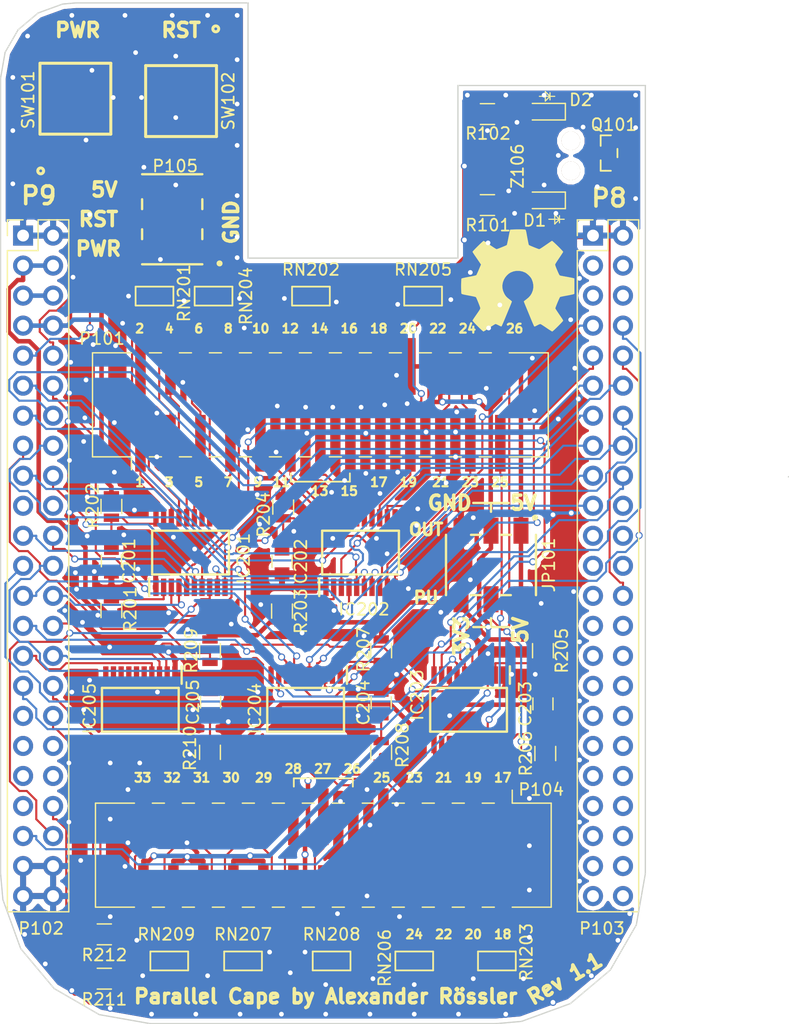
<source format=kicad_pcb>
(kicad_pcb (version 4) (host pcbnew 4.0.7+dfsg1-1~bpo9+1)
  (layers (0 F.Cu signal) (31 B.Cu signal) (34 B.Paste user) (35 F.Paste user) (36 B.SilkS user) (37 F.SilkS user) (38 B.Mask user) (39 F.Mask user) (44 Edge.Cuts user))
  (net 0 "")
  (net 1 GNDD)
  (net 2 +3V3)
  (net 3 +5V)
  (net 4 SYS_5V)
  (net 5 PWR_BUT)
  (net 6 VDD_ADC)
  (net 7 GNDA_ADC)
  (net 8 "Net-(C201-Pad1)")
  (net 9 "Net-(C202-Pad1)")
  (net 10 "Net-(C203-Pad1)")
  (net 11 "Net-(C204-Pad1)")
  (net 12 "Net-(C205-Pad1)")
  (net 13 "Net-(D1-Pad2)")
  (net 14 "Net-(D1-Pad1)")
  (net 15 "Net-(D2-Pad2)")
  (net 16 "Net-(IC201-Pad2)")
  (net 17 IO0_BB)
  (net 18 IO1_BB)
  (net 19 IO2_BB)
  (net 20 IO3_BB)
  (net 21 IO4_BB)
  (net 22 IO5_BB)
  (net 23 IO6_BB)
  (net 24 IO7_BB)
  (net 25 IO7)
  (net 26 IO6)
  (net 27 IO5)
  (net 28 IO4)
  (net 29 IO3)
  (net 30 IO2)
  (net 31 IO1)
  (net 32 IO0)
  (net 33 "Net-(IC202-Pad2)")
  (net 34 IO8_BB)
  (net 35 IO9_BB)
  (net 36 IO10_BB)
  (net 37 IO11_BB)
  (net 38 IO12_BB)
  (net 39 IO13_BB)
  (net 40 IO14_BB)
  (net 41 IO15_BB)
  (net 42 IO15)
  (net 43 IO14)
  (net 44 IO13)
  (net 45 IO12)
  (net 46 IO11)
  (net 47 IO10)
  (net 48 IO9)
  (net 49 IO8)
  (net 50 "Net-(IC203-Pad2)")
  (net 51 IO16_BB)
  (net 52 IO17_BB)
  (net 53 IO18_BB)
  (net 54 IO19_BB)
  (net 55 IO20_BB)
  (net 56 IO21_BB)
  (net 57 IO22_BB)
  (net 58 IO23_BB)
  (net 59 IO23)
  (net 60 IO22)
  (net 61 IO21)
  (net 62 IO20)
  (net 63 IO19)
  (net 64 IO18)
  (net 65 IO17)
  (net 66 IO16)
  (net 67 "Net-(IC204-Pad2)")
  (net 68 IO24_BB)
  (net 69 IO25_BB)
  (net 70 IO26_BB)
  (net 71 IO27_BB)
  (net 72 IO28_BB)
  (net 73 IO29_BB)
  (net 74 IO30_BB)
  (net 75 IO31_BB)
  (net 76 IO31)
  (net 77 IO30)
  (net 78 IO29)
  (net 79 IO28)
  (net 80 IO27)
  (net 81 IO26)
  (net 82 IO25)
  (net 83 IO24)
  (net 84 "Net-(IC205-Pad2)")
  (net 85 IO32_BB)
  (net 86 IO33_BB)
  (net 87 IO33)
  (net 88 IO32)
  (net 89 GND_OR_5V)
  (net 90 SYS_RESETn)
  (net 91 CODING)
  (net 92 STATUS_LED)
  (net 93 PULLUP_REF)
  (module footprint:IDC26 (layer F.Cu) (at 141.55 76.7 90)
    (fp_text reference P101 (at 5.6 -18.5 180) (layer F.SilkS))
    (fp_text value IDC26)
    (pad 1 smd rect (at -3.25 -15.24 90) (size 4.8 0.89) (layers F.Cu F.Paste F.Mask) (net 32 IO0))
    (pad 2 smd rect (at 3.25 -15.24 90) (size 4.8 0.89) (layers F.Cu F.Paste F.Mask) (net 31 IO1))
    (pad 3 smd rect (at -3.25 -12.7 90) (size 4.8 0.89) (layers F.Cu F.Paste F.Mask) (net 30 IO2))
    (pad 4 smd rect (at 3.25 -12.7 90) (size 4.8 0.89) (layers F.Cu F.Paste F.Mask) (net 29 IO3))
    (pad 5 smd rect (at -3.25 -10.16 90) (size 4.8 0.89) (layers F.Cu F.Paste F.Mask) (net 28 IO4))
    (pad 6 smd rect (at 3.25 -10.16 90) (size 4.8 0.89) (layers F.Cu F.Paste F.Mask) (net 27 IO5))
    (pad 7 smd rect (at -3.25 -7.62 90) (size 4.8 0.89) (layers F.Cu F.Paste F.Mask) (net 26 IO6))
    (pad 8 smd rect (at 3.25 -7.62 90) (size 4.8 0.89) (layers F.Cu F.Paste F.Mask) (net 25 IO7))
    (pad 9 smd rect (at -3.25 -5.08 90) (size 4.8 0.89) (layers F.Cu F.Paste F.Mask) (net 49 IO8))
    (pad 10 smd rect (at 3.25 -5.08 90) (size 4.8 0.89) (layers F.Cu F.Paste F.Mask) (net 1 GNDD))
    (pad 11 smd rect (at -3.25 -2.54 90) (size 4.8 0.89) (layers F.Cu F.Paste F.Mask) (net 48 IO9))
    (pad 12 smd rect (at 3.25 -2.54 90) (size 4.8 0.89) (layers F.Cu F.Paste F.Mask) (net 1 GNDD))
    (pad 13 smd rect (at -3.25 0 90) (size 4.8 0.89) (layers F.Cu F.Paste F.Mask) (net 47 IO10))
    (pad 14 smd rect (at 3.25 0 90) (size 4.8 0.89) (layers F.Cu F.Paste F.Mask) (net 1 GNDD))
    (pad 15 smd rect (at -3.25 2.54 90) (size 4.8 0.89) (layers F.Cu F.Paste F.Mask) (net 46 IO11))
    (pad 16 smd rect (at 3.25 2.54 90) (size 4.8 0.89) (layers F.Cu F.Paste F.Mask) (net 1 GNDD))
    (pad 17 smd rect (at -3.25 5.08 90) (size 4.8 0.89) (layers F.Cu F.Paste F.Mask) (net 45 IO12))
    (pad 18 smd rect (at 3.25 5.08 90) (size 4.8 0.89) (layers F.Cu F.Paste F.Mask) (net 89 GND_OR_5V))
    (pad 19 smd rect (at -3.25 7.62 90) (size 4.8 0.89) (layers F.Cu F.Paste F.Mask) (net 44 IO13))
    (pad 20 smd rect (at 3.25 7.62 90) (size 4.8 0.89) (layers F.Cu F.Paste F.Mask) (net 89 GND_OR_5V))
    (pad 21 smd rect (at -3.25 10.16 90) (size 4.8 0.89) (layers F.Cu F.Paste F.Mask) (net 43 IO14))
    (pad 22 smd rect (at 3.25 10.16 90) (size 4.8 0.89) (layers F.Cu F.Paste F.Mask) (net 89 GND_OR_5V))
    (pad 23 smd rect (at -3.25 12.7 90) (size 4.8 0.89) (layers F.Cu F.Paste F.Mask) (net 42 IO15))
    (pad 24 smd rect (at 3.25 12.7 90) (size 4.8 0.89) (layers F.Cu F.Paste F.Mask) (net 89 GND_OR_5V))
    (pad 25 smd rect (at -3.25 15.24 90) (size 4.8 0.89) (layers F.Cu F.Paste F.Mask) (net 66 IO16))
    (pad 26 smd rect (at 3.25 15.24 90) (size 4.8 0.89) (layers F.Cu F.Paste F.Mask) (net 89 GND_OR_5V))
  )
  (module Resistors_SMD:R_0805 (layer F.Cu) (at 123.25 125.25)
    (fp_text reference R211 (at 0 1.75) (layer F.SilkS))
    (fp_text value 200k)
    (pad 1 smd rect (at -0.95 0) (size 0.7 1.3) (layers F.Cu F.Paste F.Mask) (net 6 VDD_ADC))
    (pad 2 smd rect (at 0.95 0) (size 0.7 1.3) (layers F.Cu F.Paste F.Mask) (net 91 CODING))
  )
  (module Capacitors_SMD:C_0805 (layer F.Cu) (at 123.85 89.9 270)
    (fp_text reference C201 (at 0 -1.5 270) (layer F.SilkS))
    (fp_text value 0.1u)
    (pad 1 smd rect (at -1 0 270) (size 1 1.25) (layers F.Cu F.Paste F.Mask) (net 8 "Net-(C201-Pad1)"))
    (pad 2 smd rect (at 1 0 270) (size 1 1.25) (layers F.Cu F.Paste F.Mask) (net 1 GNDD))
  )
  (module Capacitors_SMD:C_0805 (layer F.Cu) (at 138.3 89.95 270)
    (fp_text reference C202 (at 0 -1.6 270) (layer F.SilkS))
    (fp_text value 0.1u)
    (pad 1 smd rect (at -1 0 270) (size 1 1.25) (layers F.Cu F.Paste F.Mask) (net 9 "Net-(C202-Pad1)"))
    (pad 2 smd rect (at 1 0 270) (size 1 1.25) (layers F.Cu F.Paste F.Mask) (net 1 GNDD))
  )
  (module Capacitors_SMD:C_0805 (layer F.Cu) (at 160.4 102 90)
    (fp_text reference C203 (at 0 -1.5 90) (layer F.SilkS))
    (fp_text value 0.1u)
    (pad 1 smd rect (at -1 0 90) (size 1 1.25) (layers F.Cu F.Paste F.Mask) (net 10 "Net-(C203-Pad1)"))
    (pad 2 smd rect (at 1 0 90) (size 1 1.25) (layers F.Cu F.Paste F.Mask) (net 1 GNDD))
  )
  (module Capacitors_SMD:C_0805 (layer F.Cu) (at 146.7 101.9 90)
    (fp_text reference C204 (at 0 -1.5 90) (layer F.SilkS))
    (fp_text value 0.1u)
    (pad 1 smd rect (at -1 0 90) (size 1 1.25) (layers F.Cu F.Paste F.Mask) (net 11 "Net-(C204-Pad1)"))
    (pad 2 smd rect (at 1 0 90) (size 1 1.25) (layers F.Cu F.Paste F.Mask) (net 1 GNDD))
  )
  (module Capacitors_SMD:C_0805 (layer F.Cu) (at 132.25 101.85 90)
    (fp_text reference C205 (at 0 -1.5 90) (layer F.SilkS))
    (fp_text value 0.1u)
    (pad 1 smd rect (at -1 0 90) (size 1 1.25) (layers F.Cu F.Paste F.Mask) (net 12 "Net-(C205-Pad1)"))
    (pad 2 smd rect (at 1 0 90) (size 1 1.25) (layers F.Cu F.Paste F.Mask) (net 1 GNDD))
  )
  (module LEDs:LED_0805 (layer F.Cu) (at 160.5 59.4 180)
    (fp_text reference D1 (at 0.8 -1.7 180) (layer F.SilkS))
    (fp_text value Yellow)
    (pad 2 smd rect (at 1.1 0) (size 1.2 1.2) (layers F.Cu F.Paste F.Mask) (net 13 "Net-(D1-Pad2)"))
    (pad 1 smd rect (at -1.1 0) (size 1.2 1.2) (layers F.Cu F.Paste F.Mask) (net 14 "Net-(D1-Pad1)"))
  )
  (module LEDs:LED_0805 (layer F.Cu) (at 160.5 51.9 180)
    (fp_text reference D2 (at -3.1 1 180) (layer F.SilkS))
    (fp_text value Green)
    (pad 2 smd rect (at 1.1 0) (size 1.2 1.2) (layers F.Cu F.Paste F.Mask) (net 15 "Net-(D2-Pad2)"))
    (pad 1 smd rect (at -1.1 0) (size 1.2 1.2) (layers F.Cu F.Paste F.Mask) (net 1 GNDD))
  )
  (module GTL2003PW:SOP65P640X110-20N (layer F.Cu) (at 130.55 89.2 90)
    (fp_text reference IC201 (at -0.5 4.5 90) (layer F.SilkS))
    (fp_text value GTL2003PW hide)
    (pad 1 smd rect (at -2.938 -2.925 180) (size 0.45 1.475) (layers F.Cu F.Paste F.Mask) (net 1 GNDD))
    (pad 2 smd rect (at -2.938 -2.275 180) (size 0.45 1.475) (layers F.Cu F.Paste F.Mask) (net 16 "Net-(IC201-Pad2)"))
    (pad 3 smd rect (at -2.938 -1.625 180) (size 0.45 1.475) (layers F.Cu F.Paste F.Mask) (net 17 IO0_BB))
    (pad 4 smd rect (at -2.938 -0.975 180) (size 0.45 1.475) (layers F.Cu F.Paste F.Mask) (net 18 IO1_BB))
    (pad 5 smd rect (at -2.938 -0.325 180) (size 0.45 1.475) (layers F.Cu F.Paste F.Mask) (net 19 IO2_BB))
    (pad 6 smd rect (at -2.938 0.325 180) (size 0.45 1.475) (layers F.Cu F.Paste F.Mask) (net 20 IO3_BB))
    (pad 7 smd rect (at -2.938 0.975 180) (size 0.45 1.475) (layers F.Cu F.Paste F.Mask) (net 21 IO4_BB))
    (pad 8 smd rect (at -2.938 1.625 180) (size 0.45 1.475) (layers F.Cu F.Paste F.Mask) (net 22 IO5_BB))
    (pad 9 smd rect (at -2.938 2.275 180) (size 0.45 1.475) (layers F.Cu F.Paste F.Mask) (net 23 IO6_BB))
    (pad 10 smd rect (at -2.938 2.925 180) (size 0.45 1.475) (layers F.Cu F.Paste F.Mask) (net 24 IO7_BB))
    (pad 11 smd rect (at 2.938 2.925 180) (size 0.45 1.475) (layers F.Cu F.Paste F.Mask) (net 25 IO7))
    (pad 12 smd rect (at 2.938 2.275 180) (size 0.45 1.475) (layers F.Cu F.Paste F.Mask) (net 26 IO6))
    (pad 13 smd rect (at 2.938 1.625 180) (size 0.45 1.475) (layers F.Cu F.Paste F.Mask) (net 27 IO5))
    (pad 14 smd rect (at 2.938 0.975 180) (size 0.45 1.475) (layers F.Cu F.Paste F.Mask) (net 28 IO4))
    (pad 15 smd rect (at 2.938 0.325 180) (size 0.45 1.475) (layers F.Cu F.Paste F.Mask) (net 29 IO3))
    (pad 16 smd rect (at 2.938 -0.325 180) (size 0.45 1.475) (layers F.Cu F.Paste F.Mask) (net 30 IO2))
    (pad 17 smd rect (at 2.938 -0.975 180) (size 0.45 1.475) (layers F.Cu F.Paste F.Mask) (net 31 IO1))
    (pad 18 smd rect (at 2.938 -1.625 180) (size 0.45 1.475) (layers F.Cu F.Paste F.Mask) (net 32 IO0))
    (pad 19 smd rect (at 2.938 -2.275 180) (size 0.45 1.475) (layers F.Cu F.Paste F.Mask) (net 8 "Net-(C201-Pad1)"))
    (pad 20 smd rect (at 2.938 -2.925 180) (size 0.45 1.475) (layers F.Cu F.Paste F.Mask) (net 8 "Net-(C201-Pad1)"))
  )
  (module GTL2003PW:SOP65P640X110-20N (layer F.Cu) (at 144.95 89.2 90)
    (fp_text reference IC202 (at -4.8 0.3 180) (layer F.SilkS))
    (fp_text value GTL2003PW hide)
    (pad 1 smd rect (at -2.938 -2.925 180) (size 0.45 1.475) (layers F.Cu F.Paste F.Mask) (net 1 GNDD))
    (pad 2 smd rect (at -2.938 -2.275 180) (size 0.45 1.475) (layers F.Cu F.Paste F.Mask) (net 33 "Net-(IC202-Pad2)"))
    (pad 3 smd rect (at -2.938 -1.625 180) (size 0.45 1.475) (layers F.Cu F.Paste F.Mask) (net 34 IO8_BB))
    (pad 4 smd rect (at -2.938 -0.975 180) (size 0.45 1.475) (layers F.Cu F.Paste F.Mask) (net 35 IO9_BB))
    (pad 5 smd rect (at -2.938 -0.325 180) (size 0.45 1.475) (layers F.Cu F.Paste F.Mask) (net 36 IO10_BB))
    (pad 6 smd rect (at -2.938 0.325 180) (size 0.45 1.475) (layers F.Cu F.Paste F.Mask) (net 37 IO11_BB))
    (pad 7 smd rect (at -2.938 0.975 180) (size 0.45 1.475) (layers F.Cu F.Paste F.Mask) (net 38 IO12_BB))
    (pad 8 smd rect (at -2.938 1.625 180) (size 0.45 1.475) (layers F.Cu F.Paste F.Mask) (net 39 IO13_BB))
    (pad 9 smd rect (at -2.938 2.275 180) (size 0.45 1.475) (layers F.Cu F.Paste F.Mask) (net 40 IO14_BB))
    (pad 10 smd rect (at -2.938 2.925 180) (size 0.45 1.475) (layers F.Cu F.Paste F.Mask) (net 41 IO15_BB))
    (pad 11 smd rect (at 2.938 2.925 180) (size 0.45 1.475) (layers F.Cu F.Paste F.Mask) (net 42 IO15))
    (pad 12 smd rect (at 2.938 2.275 180) (size 0.45 1.475) (layers F.Cu F.Paste F.Mask) (net 43 IO14))
    (pad 13 smd rect (at 2.938 1.625 180) (size 0.45 1.475) (layers F.Cu F.Paste F.Mask) (net 44 IO13))
    (pad 14 smd rect (at 2.938 0.975 180) (size 0.45 1.475) (layers F.Cu F.Paste F.Mask) (net 45 IO12))
    (pad 15 smd rect (at 2.938 0.325 180) (size 0.45 1.475) (layers F.Cu F.Paste F.Mask) (net 46 IO11))
    (pad 16 smd rect (at 2.938 -0.325 180) (size 0.45 1.475) (layers F.Cu F.Paste F.Mask) (net 47 IO10))
    (pad 17 smd rect (at 2.938 -0.975 180) (size 0.45 1.475) (layers F.Cu F.Paste F.Mask) (net 48 IO9))
    (pad 18 smd rect (at 2.938 -1.625 180) (size 0.45 1.475) (layers F.Cu F.Paste F.Mask) (net 49 IO8))
    (pad 19 smd rect (at 2.938 -2.275 180) (size 0.45 1.475) (layers F.Cu F.Paste F.Mask) (net 9 "Net-(C202-Pad1)"))
    (pad 20 smd rect (at 2.938 -2.925 180) (size 0.45 1.475) (layers F.Cu F.Paste F.Mask) (net 9 "Net-(C202-Pad1)"))
  )
  (module GTL2003PW:SOP65P640X110-20N (layer F.Cu) (at 154.1 102.5 270)
    (fp_text reference IC203 (at -1.25 4.35 270) (layer F.SilkS))
    (fp_text value GTL2003PW hide)
    (pad 1 smd rect (at -2.938 -2.925) (size 0.45 1.475) (layers F.Cu F.Paste F.Mask) (net 1 GNDD))
    (pad 2 smd rect (at -2.938 -2.275) (size 0.45 1.475) (layers F.Cu F.Paste F.Mask) (net 50 "Net-(IC203-Pad2)"))
    (pad 3 smd rect (at -2.938 -1.625) (size 0.45 1.475) (layers F.Cu F.Paste F.Mask) (net 51 IO16_BB))
    (pad 4 smd rect (at -2.938 -0.975) (size 0.45 1.475) (layers F.Cu F.Paste F.Mask) (net 52 IO17_BB))
    (pad 5 smd rect (at -2.938 -0.325) (size 0.45 1.475) (layers F.Cu F.Paste F.Mask) (net 53 IO18_BB))
    (pad 6 smd rect (at -2.938 0.325) (size 0.45 1.475) (layers F.Cu F.Paste F.Mask) (net 54 IO19_BB))
    (pad 7 smd rect (at -2.938 0.975) (size 0.45 1.475) (layers F.Cu F.Paste F.Mask) (net 55 IO20_BB))
    (pad 8 smd rect (at -2.938 1.625) (size 0.45 1.475) (layers F.Cu F.Paste F.Mask) (net 56 IO21_BB))
    (pad 9 smd rect (at -2.938 2.275) (size 0.45 1.475) (layers F.Cu F.Paste F.Mask) (net 57 IO22_BB))
    (pad 10 smd rect (at -2.938 2.925) (size 0.45 1.475) (layers F.Cu F.Paste F.Mask) (net 58 IO23_BB))
    (pad 11 smd rect (at 2.938 2.925) (size 0.45 1.475) (layers F.Cu F.Paste F.Mask) (net 59 IO23))
    (pad 12 smd rect (at 2.938 2.275) (size 0.45 1.475) (layers F.Cu F.Paste F.Mask) (net 60 IO22))
    (pad 13 smd rect (at 2.938 1.625) (size 0.45 1.475) (layers F.Cu F.Paste F.Mask) (net 61 IO21))
    (pad 14 smd rect (at 2.938 0.975) (size 0.45 1.475) (layers F.Cu F.Paste F.Mask) (net 62 IO20))
    (pad 15 smd rect (at 2.938 0.325) (size 0.45 1.475) (layers F.Cu F.Paste F.Mask) (net 63 IO19))
    (pad 16 smd rect (at 2.938 -0.325) (size 0.45 1.475) (layers F.Cu F.Paste F.Mask) (net 64 IO18))
    (pad 17 smd rect (at 2.938 -0.975) (size 0.45 1.475) (layers F.Cu F.Paste F.Mask) (net 65 IO17))
    (pad 18 smd rect (at 2.938 -1.625) (size 0.45 1.475) (layers F.Cu F.Paste F.Mask) (net 66 IO16))
    (pad 19 smd rect (at 2.938 -2.275) (size 0.45 1.475) (layers F.Cu F.Paste F.Mask) (net 10 "Net-(C203-Pad1)"))
    (pad 20 smd rect (at 2.938 -2.925) (size 0.45 1.475) (layers F.Cu F.Paste F.Mask) (net 10 "Net-(C203-Pad1)"))
  )
  (module GTL2003PW:SOP65P640X110-20N (layer F.Cu) (at 140.3 102.5 270)
    (fp_text reference IC204 (at -0.1 4.3 270) (layer F.SilkS))
    (fp_text value GTL2003PW hide)
    (pad 1 smd rect (at -2.938 -2.925) (size 0.45 1.475) (layers F.Cu F.Paste F.Mask) (net 1 GNDD))
    (pad 2 smd rect (at -2.938 -2.275) (size 0.45 1.475) (layers F.Cu F.Paste F.Mask) (net 67 "Net-(IC204-Pad2)"))
    (pad 3 smd rect (at -2.938 -1.625) (size 0.45 1.475) (layers F.Cu F.Paste F.Mask) (net 68 IO24_BB))
    (pad 4 smd rect (at -2.938 -0.975) (size 0.45 1.475) (layers F.Cu F.Paste F.Mask) (net 69 IO25_BB))
    (pad 5 smd rect (at -2.938 -0.325) (size 0.45 1.475) (layers F.Cu F.Paste F.Mask) (net 70 IO26_BB))
    (pad 6 smd rect (at -2.938 0.325) (size 0.45 1.475) (layers F.Cu F.Paste F.Mask) (net 71 IO27_BB))
    (pad 7 smd rect (at -2.938 0.975) (size 0.45 1.475) (layers F.Cu F.Paste F.Mask) (net 72 IO28_BB))
    (pad 8 smd rect (at -2.938 1.625) (size 0.45 1.475) (layers F.Cu F.Paste F.Mask) (net 73 IO29_BB))
    (pad 9 smd rect (at -2.938 2.275) (size 0.45 1.475) (layers F.Cu F.Paste F.Mask) (net 74 IO30_BB))
    (pad 10 smd rect (at -2.938 2.925) (size 0.45 1.475) (layers F.Cu F.Paste F.Mask) (net 75 IO31_BB))
    (pad 11 smd rect (at 2.938 2.925) (size 0.45 1.475) (layers F.Cu F.Paste F.Mask) (net 76 IO31))
    (pad 12 smd rect (at 2.938 2.275) (size 0.45 1.475) (layers F.Cu F.Paste F.Mask) (net 77 IO30))
    (pad 13 smd rect (at 2.938 1.625) (size 0.45 1.475) (layers F.Cu F.Paste F.Mask) (net 78 IO29))
    (pad 14 smd rect (at 2.938 0.975) (size 0.45 1.475) (layers F.Cu F.Paste F.Mask) (net 79 IO28))
    (pad 15 smd rect (at 2.938 0.325) (size 0.45 1.475) (layers F.Cu F.Paste F.Mask) (net 80 IO27))
    (pad 16 smd rect (at 2.938 -0.325) (size 0.45 1.475) (layers F.Cu F.Paste F.Mask) (net 81 IO26))
    (pad 17 smd rect (at 2.938 -0.975) (size 0.45 1.475) (layers F.Cu F.Paste F.Mask) (net 82 IO25))
    (pad 18 smd rect (at 2.938 -1.625) (size 0.45 1.475) (layers F.Cu F.Paste F.Mask) (net 83 IO24))
    (pad 19 smd rect (at 2.938 -2.275) (size 0.45 1.475) (layers F.Cu F.Paste F.Mask) (net 11 "Net-(C204-Pad1)"))
    (pad 20 smd rect (at 2.938 -2.925) (size 0.45 1.475) (layers F.Cu F.Paste F.Mask) (net 11 "Net-(C204-Pad1)"))
  )
  (module GTL2003PW:SOP65P640X110-20N (layer F.Cu) (at 126.3 102.5 270)
    (fp_text reference IC205 (at -0.1 4.3 270) (layer F.SilkS))
    (fp_text value GTL2003PW hide)
    (pad 1 smd rect (at -2.938 -2.925) (size 0.45 1.475) (layers F.Cu F.Paste F.Mask) (net 1 GNDD))
    (pad 2 smd rect (at -2.938 -2.275) (size 0.45 1.475) (layers F.Cu F.Paste F.Mask) (net 84 "Net-(IC205-Pad2)"))
    (pad 3 smd rect (at -2.938 -1.625) (size 0.45 1.475) (layers F.Cu F.Paste F.Mask) (net 85 IO32_BB))
    (pad 4 smd rect (at -2.938 -0.975) (size 0.45 1.475) (layers F.Cu F.Paste F.Mask) (net 86 IO33_BB))
    (pad 5 smd rect (at -2.938 -0.325) (size 0.45 1.475) (layers F.Cu F.Paste F.Mask))
    (pad 6 smd rect (at -2.938 0.325) (size 0.45 1.475) (layers F.Cu F.Paste F.Mask))
    (pad 7 smd rect (at -2.938 0.975) (size 0.45 1.475) (layers F.Cu F.Paste F.Mask))
    (pad 8 smd rect (at -2.938 1.625) (size 0.45 1.475) (layers F.Cu F.Paste F.Mask))
    (pad 9 smd rect (at -2.938 2.275) (size 0.45 1.475) (layers F.Cu F.Paste F.Mask))
    (pad 10 smd rect (at -2.938 2.925) (size 0.45 1.475) (layers F.Cu F.Paste F.Mask))
    (pad 11 smd rect (at 2.938 2.925) (size 0.45 1.475) (layers F.Cu F.Paste F.Mask))
    (pad 12 smd rect (at 2.938 2.275) (size 0.45 1.475) (layers F.Cu F.Paste F.Mask))
    (pad 13 smd rect (at 2.938 1.625) (size 0.45 1.475) (layers F.Cu F.Paste F.Mask))
    (pad 14 smd rect (at 2.938 0.975) (size 0.45 1.475) (layers F.Cu F.Paste F.Mask))
    (pad 15 smd rect (at 2.938 0.325) (size 0.45 1.475) (layers F.Cu F.Paste F.Mask))
    (pad 16 smd rect (at 2.938 -0.325) (size 0.45 1.475) (layers F.Cu F.Paste F.Mask))
    (pad 17 smd rect (at 2.938 -0.975) (size 0.45 1.475) (layers F.Cu F.Paste F.Mask) (net 87 IO33))
    (pad 18 smd rect (at 2.938 -1.625) (size 0.45 1.475) (layers F.Cu F.Paste F.Mask) (net 88 IO32))
    (pad 19 smd rect (at 2.938 -2.275) (size 0.45 1.475) (layers F.Cu F.Paste F.Mask) (net 12 "Net-(C205-Pad1)"))
    (pad 20 smd rect (at 2.938 -2.925) (size 0.45 1.475) (layers F.Cu F.Paste F.Mask) (net 12 "Net-(C205-Pad1)"))
  )
  (module M20-8760342:M20-8760342 (layer F.Cu) (at 156 90.25 180)
    (fp_text reference JP101 (at -4.9 0 270) (layer F.SilkS))
    (fp_text value Jumper_NC_Dual_Double_Header hide)
    (pad 1 smd rect (at -2.54 2.9 180) (size 1.27 2.2) (layers F.Cu F.Paste F.Mask) (net 4 SYS_5V))
    (pad 2 smd rect (at -2.54 -2.9 180) (size 1.27 2.2) (layers F.Cu F.Paste F.Mask) (net 4 SYS_5V))
    (pad 3 smd rect (at 0 2.9 180) (size 1.27 2.2) (layers F.Cu F.Paste F.Mask) (net 89 GND_OR_5V))
    (pad 4 smd rect (at 0 -2.9 180) (size 1.27 2.2) (layers F.Cu F.Paste F.Mask) (net 93 PULLUP_REF))
    (pad 5 smd rect (at 2.54 2.9 180) (size 1.27 2.2) (layers F.Cu F.Paste F.Mask) (net 1 GNDD))
    (pad 6 smd rect (at 2.54 -2.9 180) (size 1.27 2.2) (layers F.Cu F.Paste F.Mask) (net 2 +3V3))
  )
  (module Pin_Headers:Pin_Header_Straight_2x23_Pitch2.54mm (layer F.Cu) (at 116.37 62.38)
    (fp_text reference P102 (at 1.53 58.62) (layer F.SilkS))
    (fp_text value BeagleBone_Black_Header)
    (pad 1 thru_hole rect (at 0 0) (size 1.7 1.7) (drill 1) (layers *.Cu *.Mask) (net 1 GNDD))
    (pad 2 thru_hole oval (at 2.54 0) (size 1.7 1.7) (drill 1) (layers *.Cu *.Mask) (net 1 GNDD))
    (pad 3 thru_hole oval (at 0 2.54) (size 1.7 1.7) (drill 1) (layers *.Cu *.Mask) (net 2 +3V3))
    (pad 4 thru_hole oval (at 2.54 2.54) (size 1.7 1.7) (drill 1) (layers *.Cu *.Mask) (net 2 +3V3))
    (pad 5 thru_hole oval (at 0 5.08) (size 1.7 1.7) (drill 1) (layers *.Cu *.Mask) (net 3 +5V))
    (pad 6 thru_hole oval (at 2.54 5.08) (size 1.7 1.7) (drill 1) (layers *.Cu *.Mask) (net 3 +5V))
    (pad 7 thru_hole oval (at 0 7.62) (size 1.7 1.7) (drill 1) (layers *.Cu *.Mask) (net 4 SYS_5V))
    (pad 8 thru_hole oval (at 2.54 7.62) (size 1.7 1.7) (drill 1) (layers *.Cu *.Mask) (net 4 SYS_5V))
    (pad 9 thru_hole oval (at 0 10.16) (size 1.7 1.7) (drill 1) (layers *.Cu *.Mask) (net 5 PWR_BUT))
    (pad 10 thru_hole oval (at 2.54 10.16) (size 1.7 1.7) (drill 1) (layers *.Cu *.Mask) (net 90 SYS_RESETn))
    (pad 11 thru_hole oval (at 0 12.7) (size 1.7 1.7) (drill 1) (layers *.Cu *.Mask) (net 24 IO7_BB))
    (pad 12 thru_hole oval (at 2.54 12.7) (size 1.7 1.7) (drill 1) (layers *.Cu *.Mask) (net 72 IO28_BB))
    (pad 13 thru_hole oval (at 0 15.24) (size 1.7 1.7) (drill 1) (layers *.Cu *.Mask) (net 36 IO10_BB))
    (pad 14 thru_hole oval (at 2.54 15.24) (size 1.7 1.7) (drill 1) (layers *.Cu *.Mask) (net 54 IO19_BB))
    (pad 15 thru_hole oval (at 0 17.78) (size 1.7 1.7) (drill 1) (layers *.Cu *.Mask) (net 56 IO21_BB))
    (pad 16 thru_hole oval (at 2.54 17.78) (size 1.7 1.7) (drill 1) (layers *.Cu *.Mask) (net 73 IO29_BB))
    (pad 17 thru_hole oval (at 0 20.32) (size 1.7 1.7) (drill 1) (layers *.Cu *.Mask) (net 39 IO13_BB))
    (pad 18 thru_hole oval (at 2.54 20.32) (size 1.7 1.7) (drill 1) (layers *.Cu *.Mask) (net 20 IO3_BB))
    (pad 19 thru_hole oval (at 0 22.86) (size 1.7 1.7) (drill 1) (layers *.Cu *.Mask))
    (pad 20 thru_hole oval (at 2.54 22.86) (size 1.7 1.7) (drill 1) (layers *.Cu *.Mask))
    (pad 21 thru_hole oval (at 0 25.4) (size 1.7 1.7) (drill 1) (layers *.Cu *.Mask) (net 37 IO11_BB))
    (pad 22 thru_hole oval (at 2.54 25.4) (size 1.7 1.7) (drill 1) (layers *.Cu *.Mask) (net 38 IO12_BB))
    (pad 23 thru_hole oval (at 0 27.94) (size 1.7 1.7) (drill 1) (layers *.Cu *.Mask) (net 52 IO17_BB))
    (pad 24 thru_hole oval (at 2.54 27.94) (size 1.7 1.7) (drill 1) (layers *.Cu *.Mask) (net 74 IO30_BB))
    (pad 25 thru_hole oval (at 0 30.48) (size 1.7 1.7) (drill 1) (layers *.Cu *.Mask) (net 35 IO9_BB))
    (pad 26 thru_hole oval (at 2.54 30.48) (size 1.7 1.7) (drill 1) (layers *.Cu *.Mask) (net 18 IO1_BB))
    (pad 27 thru_hole oval (at 0 33.02) (size 1.7 1.7) (drill 1) (layers *.Cu *.Mask) (net 75 IO31_BB))
    (pad 28 thru_hole oval (at 2.54 33.02) (size 1.7 1.7) (drill 1) (layers *.Cu *.Mask) (net 85 IO32_BB))
    (pad 29 thru_hole oval (at 0 35.56) (size 1.7 1.7) (drill 1) (layers *.Cu *.Mask) (net 86 IO33_BB))
    (pad 30 thru_hole oval (at 2.54 35.56) (size 1.7 1.7) (drill 1) (layers *.Cu *.Mask) (net 53 IO18_BB))
    (pad 31 thru_hole oval (at 0 38.1) (size 1.7 1.7) (drill 1) (layers *.Cu *.Mask) (net 55 IO20_BB))
    (pad 32 thru_hole oval (at 2.54 38.1) (size 1.7 1.7) (drill 1) (layers *.Cu *.Mask) (net 6 VDD_ADC))
    (pad 33 thru_hole oval (at 0 40.64) (size 1.7 1.7) (drill 1) (layers *.Cu *.Mask))
    (pad 34 thru_hole oval (at 2.54 40.64) (size 1.7 1.7) (drill 1) (layers *.Cu *.Mask) (net 7 GNDA_ADC))
    (pad 35 thru_hole oval (at 0 43.18) (size 1.7 1.7) (drill 1) (layers *.Cu *.Mask))
    (pad 36 thru_hole oval (at 2.54 43.18) (size 1.7 1.7) (drill 1) (layers *.Cu *.Mask))
    (pad 37 thru_hole oval (at 0 45.72) (size 1.7 1.7) (drill 1) (layers *.Cu *.Mask))
    (pad 38 thru_hole oval (at 2.54 45.72) (size 1.7 1.7) (drill 1) (layers *.Cu *.Mask))
    (pad 39 thru_hole oval (at 0 48.26) (size 1.7 1.7) (drill 1) (layers *.Cu *.Mask))
    (pad 40 thru_hole oval (at 2.54 48.26) (size 1.7 1.7) (drill 1) (layers *.Cu *.Mask) (net 91 CODING))
    (pad 41 thru_hole oval (at 0 50.8) (size 1.7 1.7) (drill 1) (layers *.Cu *.Mask) (net 51 IO16_BB))
    (pad 42 thru_hole oval (at 2.54 50.8) (size 1.7 1.7) (drill 1) (layers *.Cu *.Mask) (net 22 IO5_BB))
    (pad 43 thru_hole oval (at 0 53.34) (size 1.7 1.7) (drill 1) (layers *.Cu *.Mask) (net 1 GNDD))
    (pad 44 thru_hole oval (at 2.54 53.34) (size 1.7 1.7) (drill 1) (layers *.Cu *.Mask) (net 1 GNDD))
    (pad 45 thru_hole oval (at 0 55.88) (size 1.7 1.7) (drill 1) (layers *.Cu *.Mask) (net 1 GNDD))
    (pad 46 thru_hole oval (at 2.54 55.88) (size 1.7 1.7) (drill 1) (layers *.Cu *.Mask) (net 1 GNDD))
  )
  (module Pin_Headers:Pin_Header_Straight_2x23_Pitch2.54mm (layer F.Cu) (at 164.64 62.38)
    (fp_text reference P103 (at 0.76 58.62) (layer F.SilkS))
    (fp_text value BeagleBone_Black_Header)
    (pad 1 thru_hole rect (at 0 0) (size 1.7 1.7) (drill 1) (layers *.Cu *.Mask) (net 1 GNDD))
    (pad 2 thru_hole oval (at 2.54 0) (size 1.7 1.7) (drill 1) (layers *.Cu *.Mask) (net 1 GNDD))
    (pad 3 thru_hole oval (at 0 2.54) (size 1.7 1.7) (drill 1) (layers *.Cu *.Mask))
    (pad 4 thru_hole oval (at 2.54 2.54) (size 1.7 1.7) (drill 1) (layers *.Cu *.Mask))
    (pad 5 thru_hole oval (at 0 5.08) (size 1.7 1.7) (drill 1) (layers *.Cu *.Mask))
    (pad 6 thru_hole oval (at 2.54 5.08) (size 1.7 1.7) (drill 1) (layers *.Cu *.Mask))
    (pad 7 thru_hole oval (at 0 7.62) (size 1.7 1.7) (drill 1) (layers *.Cu *.Mask) (net 40 IO14_BB))
    (pad 8 thru_hole oval (at 2.54 7.62) (size 1.7 1.7) (drill 1) (layers *.Cu *.Mask) (net 57 IO22_BB))
    (pad 9 thru_hole oval (at 0 10.16) (size 1.7 1.7) (drill 1) (layers *.Cu *.Mask) (net 68 IO24_BB))
    (pad 10 thru_hole oval (at 2.54 10.16) (size 1.7 1.7) (drill 1) (layers *.Cu *.Mask) (net 58 IO23_BB))
    (pad 11 thru_hole oval (at 0 12.7) (size 1.7 1.7) (drill 1) (layers *.Cu *.Mask) (net 19 IO2_BB))
    (pad 12 thru_hole oval (at 2.54 12.7) (size 1.7 1.7) (drill 1) (layers *.Cu *.Mask) (net 21 IO4_BB))
    (pad 13 thru_hole oval (at 0 15.24) (size 1.7 1.7) (drill 1) (layers *.Cu *.Mask) (net 17 IO0_BB))
    (pad 14 thru_hole oval (at 2.54 15.24) (size 1.7 1.7) (drill 1) (layers *.Cu *.Mask) (net 69 IO25_BB))
    (pad 15 thru_hole oval (at 0 17.78) (size 1.7 1.7) (drill 1) (layers *.Cu *.Mask) (net 23 IO6_BB))
    (pad 16 thru_hole oval (at 2.54 17.78) (size 1.7 1.7) (drill 1) (layers *.Cu *.Mask) (net 34 IO8_BB))
    (pad 17 thru_hole oval (at 0 20.32) (size 1.7 1.7) (drill 1) (layers *.Cu *.Mask) (net 70 IO26_BB))
    (pad 18 thru_hole oval (at 2.54 20.32) (size 1.7 1.7) (drill 1) (layers *.Cu *.Mask) (net 71 IO27_BB))
    (pad 19 thru_hole oval (at 0 22.86) (size 1.7 1.7) (drill 1) (layers *.Cu *.Mask) (net 41 IO15_BB))
    (pad 20 thru_hole oval (at 2.54 22.86) (size 1.7 1.7) (drill 1) (layers *.Cu *.Mask))
    (pad 21 thru_hole oval (at 0 25.4) (size 1.7 1.7) (drill 1) (layers *.Cu *.Mask))
    (pad 22 thru_hole oval (at 2.54 25.4) (size 1.7 1.7) (drill 1) (layers *.Cu *.Mask))
    (pad 23 thru_hole oval (at 0 27.94) (size 1.7 1.7) (drill 1) (layers *.Cu *.Mask))
    (pad 24 thru_hole oval (at 2.54 27.94) (size 1.7 1.7) (drill 1) (layers *.Cu *.Mask))
    (pad 25 thru_hole oval (at 0 30.48) (size 1.7 1.7) (drill 1) (layers *.Cu *.Mask))
    (pad 26 thru_hole oval (at 2.54 30.48) (size 1.7 1.7) (drill 1) (layers *.Cu *.Mask) (net 92 STATUS_LED))
    (pad 27 thru_hole oval (at 0 33.02) (size 1.7 1.7) (drill 1) (layers *.Cu *.Mask))
    (pad 28 thru_hole oval (at 2.54 33.02) (size 1.7 1.7) (drill 1) (layers *.Cu *.Mask))
    (pad 29 thru_hole oval (at 0 35.56) (size 1.7 1.7) (drill 1) (layers *.Cu *.Mask))
    (pad 30 thru_hole oval (at 2.54 35.56) (size 1.7 1.7) (drill 1) (layers *.Cu *.Mask))
    (pad 31 thru_hole oval (at 0 38.1) (size 1.7 1.7) (drill 1) (layers *.Cu *.Mask))
    (pad 32 thru_hole oval (at 2.54 38.1) (size 1.7 1.7) (drill 1) (layers *.Cu *.Mask))
    (pad 33 thru_hole oval (at 0 40.64) (size 1.7 1.7) (drill 1) (layers *.Cu *.Mask))
    (pad 34 thru_hole oval (at 2.54 40.64) (size 1.7 1.7) (drill 1) (layers *.Cu *.Mask))
    (pad 35 thru_hole oval (at 0 43.18) (size 1.7 1.7) (drill 1) (layers *.Cu *.Mask))
    (pad 36 thru_hole oval (at 2.54 43.18) (size 1.7 1.7) (drill 1) (layers *.Cu *.Mask))
    (pad 37 thru_hole oval (at 0 45.72) (size 1.7 1.7) (drill 1) (layers *.Cu *.Mask))
    (pad 38 thru_hole oval (at 2.54 45.72) (size 1.7 1.7) (drill 1) (layers *.Cu *.Mask))
    (pad 39 thru_hole oval (at 0 48.26) (size 1.7 1.7) (drill 1) (layers *.Cu *.Mask))
    (pad 40 thru_hole oval (at 2.54 48.26) (size 1.7 1.7) (drill 1) (layers *.Cu *.Mask))
    (pad 41 thru_hole oval (at 0 50.8) (size 1.7 1.7) (drill 1) (layers *.Cu *.Mask))
    (pad 42 thru_hole oval (at 2.54 50.8) (size 1.7 1.7) (drill 1) (layers *.Cu *.Mask))
    (pad 43 thru_hole oval (at 0 53.34) (size 1.7 1.7) (drill 1) (layers *.Cu *.Mask))
    (pad 44 thru_hole oval (at 2.54 53.34) (size 1.7 1.7) (drill 1) (layers *.Cu *.Mask))
    (pad 45 thru_hole oval (at 0 55.88) (size 1.7 1.7) (drill 1) (layers *.Cu *.Mask))
    (pad 46 thru_hole oval (at 2.54 55.88) (size 1.7 1.7) (drill 1) (layers *.Cu *.Mask))
  )
  (module M20-8760342:M20-8760342 (layer F.Cu) (at 129 61 90)
    (fp_text reference P105 (at 4.5 0.25 180) (layer F.SilkS))
    (fp_text value Conn_02x03_Odd_Even hide)
    (pad 1 smd rect (at -2.54 2.9 90) (size 1.27 2.2) (layers F.Cu F.Paste F.Mask) (net 1 GNDD))
    (pad 2 smd rect (at -2.54 -2.9 90) (size 1.27 2.2) (layers F.Cu F.Paste F.Mask) (net 5 PWR_BUT))
    (pad 3 smd rect (at 0 2.9 90) (size 1.27 2.2) (layers F.Cu F.Paste F.Mask) (net 1 GNDD))
    (pad 4 smd rect (at 0 -2.9 90) (size 1.27 2.2) (layers F.Cu F.Paste F.Mask) (net 90 SYS_RESETn))
    (pad 5 smd rect (at 2.54 2.9 90) (size 1.27 2.2) (layers F.Cu F.Paste F.Mask) (net 1 GNDD))
    (pad 6 smd rect (at 2.54 -2.9 90) (size 1.27 2.2) (layers F.Cu F.Paste F.Mask) (net 4 SYS_5V))
  )
  (module Resistors_SMD:R_0805 (layer F.Cu) (at 155.7 59.8)
    (fp_text reference R101 (at 0.05 1.7) (layer F.SilkS))
    (fp_text value 330)
    (pad 1 smd rect (at -0.95 0) (size 0.7 1.3) (layers F.Cu F.Paste F.Mask) (net 4 SYS_5V))
    (pad 2 smd rect (at 0.95 0) (size 0.7 1.3) (layers F.Cu F.Paste F.Mask) (net 13 "Net-(D1-Pad2)"))
  )
  (module Resistors_SMD:R_0805 (layer F.Cu) (at 155.7 52.1)
    (fp_text reference R102 (at 0.05 1.65) (layer F.SilkS))
    (fp_text value 330)
    (pad 1 smd rect (at -0.95 0) (size 0.7 1.3) (layers F.Cu F.Paste F.Mask) (net 4 SYS_5V))
    (pad 2 smd rect (at 0.95 0) (size 0.7 1.3) (layers F.Cu F.Paste F.Mask) (net 15 "Net-(D2-Pad2)"))
  )
  (module Resistors_SMD:R_0805 (layer F.Cu) (at 123.85 94.1 90)
    (fp_text reference R201 (at 0.1 1.6 90) (layer F.SilkS))
    (fp_text value 10k)
    (pad 1 smd rect (at -0.95 0 90) (size 0.7 1.3) (layers F.Cu F.Paste F.Mask) (net 2 +3V3))
    (pad 2 smd rect (at 0.95 0 90) (size 0.7 1.3) (layers F.Cu F.Paste F.Mask) (net 16 "Net-(IC201-Pad2)"))
  )
  (module Resistors_SMD:R_0805 (layer F.Cu) (at 123.85 85.3 270)
    (fp_text reference R202 (at -0.05 1.6 270) (layer F.SilkS))
    (fp_text value 200k)
    (pad 1 smd rect (at -0.95 0 270) (size 0.7 1.3) (layers F.Cu F.Paste F.Mask) (net 4 SYS_5V))
    (pad 2 smd rect (at 0.95 0 270) (size 0.7 1.3) (layers F.Cu F.Paste F.Mask) (net 8 "Net-(C201-Pad1)"))
  )
  (module Resistors_SMD:R_0805 (layer F.Cu) (at 138.3 94.15 90)
    (fp_text reference R203 (at 0 1.6 90) (layer F.SilkS))
    (fp_text value 10k)
    (pad 1 smd rect (at -0.95 0 90) (size 0.7 1.3) (layers F.Cu F.Paste F.Mask) (net 2 +3V3))
    (pad 2 smd rect (at 0.95 0 90) (size 0.7 1.3) (layers F.Cu F.Paste F.Mask) (net 33 "Net-(IC202-Pad2)"))
  )
  (module Resistors_SMD:R_0805 (layer F.Cu) (at 138.4 85.35 270)
    (fp_text reference R204 (at 0.65 1.65 270) (layer F.SilkS))
    (fp_text value 200k)
    (pad 1 smd rect (at -0.95 0 270) (size 0.7 1.3) (layers F.Cu F.Paste F.Mask) (net 4 SYS_5V))
    (pad 2 smd rect (at 0.95 0 270) (size 0.7 1.3) (layers F.Cu F.Paste F.Mask) (net 9 "Net-(C202-Pad1)"))
  )
  (module Resistors_SMD:R_0805 (layer F.Cu) (at 160.4 97.5 270)
    (fp_text reference R205 (at 0 -1.6 270) (layer F.SilkS))
    (fp_text value 10k)
    (pad 1 smd rect (at -0.95 0 270) (size 0.7 1.3) (layers F.Cu F.Paste F.Mask) (net 2 +3V3))
    (pad 2 smd rect (at 0.95 0 270) (size 0.7 1.3) (layers F.Cu F.Paste F.Mask) (net 50 "Net-(IC203-Pad2)"))
  )
  (module Resistors_SMD:R_0805 (layer F.Cu) (at 160.6 106.2 90)
    (fp_text reference R206 (at 0 -1.65 90) (layer F.SilkS))
    (fp_text value 200k)
    (pad 1 smd rect (at -0.95 0 90) (size 0.7 1.3) (layers F.Cu F.Paste F.Mask) (net 4 SYS_5V))
    (pad 2 smd rect (at 0.95 0 90) (size 0.7 1.3) (layers F.Cu F.Paste F.Mask) (net 10 "Net-(C203-Pad1)"))
  )
  (module Resistors_SMD:R_0805 (layer F.Cu) (at 146.7 97.5 270)
    (fp_text reference R207 (at -0.1 1.5 270) (layer F.SilkS))
    (fp_text value 10k)
    (pad 1 smd rect (at -0.95 0 270) (size 0.7 1.3) (layers F.Cu F.Paste F.Mask) (net 2 +3V3))
    (pad 2 smd rect (at 0.95 0 270) (size 0.7 1.3) (layers F.Cu F.Paste F.Mask) (net 67 "Net-(IC204-Pad2)"))
  )
  (module Resistors_SMD:R_0805 (layer F.Cu) (at 146.7 106.1 90)
    (fp_text reference R208 (at 0.6 1.8 90) (layer F.SilkS))
    (fp_text value 200k)
    (pad 1 smd rect (at -0.95 0 90) (size 0.7 1.3) (layers F.Cu F.Paste F.Mask) (net 4 SYS_5V))
    (pad 2 smd rect (at 0.95 0 90) (size 0.7 1.3) (layers F.Cu F.Paste F.Mask) (net 11 "Net-(C204-Pad1)"))
  )
  (module Resistors_SMD:R_0805 (layer F.Cu) (at 132.2 97.5 270)
    (fp_text reference R209 (at 0 1.6 270) (layer F.SilkS))
    (fp_text value 10k)
    (pad 1 smd rect (at -0.95 0 270) (size 0.7 1.3) (layers F.Cu F.Paste F.Mask) (net 2 +3V3))
    (pad 2 smd rect (at 0.95 0 270) (size 0.7 1.3) (layers F.Cu F.Paste F.Mask) (net 84 "Net-(IC205-Pad2)"))
  )
  (module Resistors_SMD:R_0805 (layer F.Cu) (at 132.2 106.1 90)
    (fp_text reference R210 (at 0.35 -1.7 90) (layer F.SilkS))
    (fp_text value 200k)
    (pad 1 smd rect (at -0.95 0 90) (size 0.7 1.3) (layers F.Cu F.Paste F.Mask) (net 4 SYS_5V))
    (pad 2 smd rect (at 0.95 0 90) (size 0.7 1.3) (layers F.Cu F.Paste F.Mask) (net 12 "Net-(C205-Pad1)"))
  )
  (module Resistors_SMD:R_0805 (layer F.Cu) (at 123.25 121.5 180)
    (fp_text reference R212 (at 0 -1.75 180) (layer F.SilkS))
    (fp_text value 10k)
    (pad 1 smd rect (at -0.95 0 180) (size 0.7 1.3) (layers F.Cu F.Paste F.Mask) (net 91 CODING))
    (pad 2 smd rect (at 0.95 0 180) (size 0.7 1.3) (layers F.Cu F.Paste F.Mask) (net 7 GNDA_ADC))
  )
  (module footprint:CAT_CAY16 (layer F.Cu) (at 127.5 67.5 180)
    (fp_text reference RN201 (at -2.5 0.25 270) (layer F.SilkS))
    (fp_text value 10k hide)
    (pad 1 smd rect (at -1.2 0.85 180) (size 0.45 0.9) (layers F.Cu F.Paste F.Mask) (net 93 PULLUP_REF))
    (pad 2 smd rect (at -0.4 0.85 180) (size 0.45 0.9) (layers F.Cu F.Paste F.Mask) (net 93 PULLUP_REF))
    (pad 3 smd rect (at 0.4 0.85 180) (size 0.45 0.9) (layers F.Cu F.Paste F.Mask) (net 93 PULLUP_REF))
    (pad 4 smd rect (at 1.2 0.85 180) (size 0.45 0.9) (layers F.Cu F.Paste F.Mask) (net 93 PULLUP_REF))
    (pad 5 smd rect (at 1.2 -0.85 180) (size 0.45 0.9) (layers F.Cu F.Paste F.Mask) (net 32 IO0))
    (pad 6 smd rect (at 0.4 -0.85 180) (size 0.45 0.9) (layers F.Cu F.Paste F.Mask) (net 31 IO1))
    (pad 7 smd rect (at -0.4 -0.85 180) (size 0.45 0.9) (layers F.Cu F.Paste F.Mask) (net 30 IO2))
    (pad 8 smd rect (at -1.2 -0.85 180) (size 0.45 0.9) (layers F.Cu F.Paste F.Mask) (net 29 IO3))
  )
  (module footprint:CAT_CAY16 (layer F.Cu) (at 140.75 67.5 180)
    (fp_text reference RN202 (at 0 2.25 360) (layer F.SilkS))
    (fp_text value 10k hide)
    (pad 1 smd rect (at -1.2 0.85 180) (size 0.45 0.9) (layers F.Cu F.Paste F.Mask) (net 93 PULLUP_REF))
    (pad 2 smd rect (at -0.4 0.85 180) (size 0.45 0.9) (layers F.Cu F.Paste F.Mask) (net 93 PULLUP_REF))
    (pad 3 smd rect (at 0.4 0.85 180) (size 0.45 0.9) (layers F.Cu F.Paste F.Mask) (net 93 PULLUP_REF))
    (pad 4 smd rect (at 1.2 0.85 180) (size 0.45 0.9) (layers F.Cu F.Paste F.Mask) (net 93 PULLUP_REF))
    (pad 5 smd rect (at 1.2 -0.85 180) (size 0.45 0.9) (layers F.Cu F.Paste F.Mask) (net 49 IO8))
    (pad 6 smd rect (at 0.4 -0.85 180) (size 0.45 0.9) (layers F.Cu F.Paste F.Mask) (net 48 IO9))
    (pad 7 smd rect (at -0.4 -0.85 180) (size 0.45 0.9) (layers F.Cu F.Paste F.Mask) (net 47 IO10))
    (pad 8 smd rect (at -1.2 -0.85 180) (size 0.45 0.9) (layers F.Cu F.Paste F.Mask) (net 46 IO11))
  )
  (module footprint:CAT_CAY16 (layer F.Cu) (at 156.5 123.75)
    (fp_text reference RN203 (at 2.5 -0.75 270) (layer F.SilkS))
    (fp_text value 10k hide)
    (pad 1 smd rect (at -1.2 0.85) (size 0.45 0.9) (layers F.Cu F.Paste F.Mask) (net 93 PULLUP_REF))
    (pad 2 smd rect (at -0.4 0.85) (size 0.45 0.9) (layers F.Cu F.Paste F.Mask) (net 93 PULLUP_REF))
    (pad 3 smd rect (at 0.4 0.85) (size 0.45 0.9) (layers F.Cu F.Paste F.Mask) (net 93 PULLUP_REF))
    (pad 4 smd rect (at 1.2 0.85) (size 0.45 0.9) (layers F.Cu F.Paste F.Mask) (net 93 PULLUP_REF))
    (pad 5 smd rect (at 1.2 -0.85) (size 0.45 0.9) (layers F.Cu F.Paste F.Mask) (net 66 IO16))
    (pad 6 smd rect (at 0.4 -0.85) (size 0.45 0.9) (layers F.Cu F.Paste F.Mask) (net 65 IO17))
    (pad 7 smd rect (at -0.4 -0.85) (size 0.45 0.9) (layers F.Cu F.Paste F.Mask) (net 64 IO18))
    (pad 8 smd rect (at -1.2 -0.85) (size 0.45 0.9) (layers F.Cu F.Paste F.Mask) (net 63 IO19))
  )
  (module footprint:CAT_CAY16 (layer F.Cu) (at 132.5 67.5 180)
    (fp_text reference RN204 (at -2.75 0 270) (layer F.SilkS))
    (fp_text value 10k hide)
    (pad 1 smd rect (at -1.2 0.85 180) (size 0.45 0.9) (layers F.Cu F.Paste F.Mask) (net 93 PULLUP_REF))
    (pad 2 smd rect (at -0.4 0.85 180) (size 0.45 0.9) (layers F.Cu F.Paste F.Mask) (net 93 PULLUP_REF))
    (pad 3 smd rect (at 0.4 0.85 180) (size 0.45 0.9) (layers F.Cu F.Paste F.Mask) (net 93 PULLUP_REF))
    (pad 4 smd rect (at 1.2 0.85 180) (size 0.45 0.9) (layers F.Cu F.Paste F.Mask) (net 93 PULLUP_REF))
    (pad 5 smd rect (at 1.2 -0.85 180) (size 0.45 0.9) (layers F.Cu F.Paste F.Mask) (net 28 IO4))
    (pad 6 smd rect (at 0.4 -0.85 180) (size 0.45 0.9) (layers F.Cu F.Paste F.Mask) (net 27 IO5))
    (pad 7 smd rect (at -0.4 -0.85 180) (size 0.45 0.9) (layers F.Cu F.Paste F.Mask) (net 26 IO6))
    (pad 8 smd rect (at -1.2 -0.85 180) (size 0.45 0.9) (layers F.Cu F.Paste F.Mask) (net 25 IO7))
  )
  (module footprint:CAT_CAY16 (layer F.Cu) (at 150.25 67.5 180)
    (fp_text reference RN205 (at 0 2.25 360) (layer F.SilkS))
    (fp_text value 10k hide)
    (pad 1 smd rect (at -1.2 0.85 180) (size 0.45 0.9) (layers F.Cu F.Paste F.Mask) (net 93 PULLUP_REF))
    (pad 2 smd rect (at -0.4 0.85 180) (size 0.45 0.9) (layers F.Cu F.Paste F.Mask) (net 93 PULLUP_REF))
    (pad 3 smd rect (at 0.4 0.85 180) (size 0.45 0.9) (layers F.Cu F.Paste F.Mask) (net 93 PULLUP_REF))
    (pad 4 smd rect (at 1.2 0.85 180) (size 0.45 0.9) (layers F.Cu F.Paste F.Mask) (net 93 PULLUP_REF))
    (pad 5 smd rect (at 1.2 -0.85 180) (size 0.45 0.9) (layers F.Cu F.Paste F.Mask) (net 45 IO12))
    (pad 6 smd rect (at 0.4 -0.85 180) (size 0.45 0.9) (layers F.Cu F.Paste F.Mask) (net 44 IO13))
    (pad 7 smd rect (at -0.4 -0.85 180) (size 0.45 0.9) (layers F.Cu F.Paste F.Mask) (net 43 IO14))
    (pad 8 smd rect (at -1.2 -0.85 180) (size 0.45 0.9) (layers F.Cu F.Paste F.Mask) (net 42 IO15))
  )
  (module footprint:CAT_CAY16 (layer F.Cu) (at 149.5 123.75)
    (fp_text reference RN206 (at -2.5 -0.25 90) (layer F.SilkS))
    (fp_text value 10k hide)
    (pad 1 smd rect (at -1.2 0.85) (size 0.45 0.9) (layers F.Cu F.Paste F.Mask) (net 93 PULLUP_REF))
    (pad 2 smd rect (at -0.4 0.85) (size 0.45 0.9) (layers F.Cu F.Paste F.Mask) (net 93 PULLUP_REF))
    (pad 3 smd rect (at 0.4 0.85) (size 0.45 0.9) (layers F.Cu F.Paste F.Mask) (net 93 PULLUP_REF))
    (pad 4 smd rect (at 1.2 0.85) (size 0.45 0.9) (layers F.Cu F.Paste F.Mask) (net 93 PULLUP_REF))
    (pad 5 smd rect (at 1.2 -0.85) (size 0.45 0.9) (layers F.Cu F.Paste F.Mask) (net 62 IO20))
    (pad 6 smd rect (at 0.4 -0.85) (size 0.45 0.9) (layers F.Cu F.Paste F.Mask) (net 61 IO21))
    (pad 7 smd rect (at -0.4 -0.85) (size 0.45 0.9) (layers F.Cu F.Paste F.Mask) (net 60 IO22))
    (pad 8 smd rect (at -1.2 -0.85) (size 0.45 0.9) (layers F.Cu F.Paste F.Mask) (net 59 IO23))
  )
  (module footprint:CAT_CAY16 (layer F.Cu) (at 135 123.75)
    (fp_text reference RN207 (at 0 -2.25) (layer F.SilkS))
    (fp_text value 10k hide)
    (pad 1 smd rect (at -1.2 0.85) (size 0.45 0.9) (layers F.Cu F.Paste F.Mask) (net 93 PULLUP_REF))
    (pad 2 smd rect (at -0.4 0.85) (size 0.45 0.9) (layers F.Cu F.Paste F.Mask) (net 93 PULLUP_REF))
    (pad 3 smd rect (at 0.4 0.85) (size 0.45 0.9) (layers F.Cu F.Paste F.Mask) (net 93 PULLUP_REF))
    (pad 4 smd rect (at 1.2 0.85) (size 0.45 0.9) (layers F.Cu F.Paste F.Mask) (net 93 PULLUP_REF))
    (pad 5 smd rect (at 1.2 -0.85) (size 0.45 0.9) (layers F.Cu F.Paste F.Mask) (net 79 IO28))
    (pad 6 smd rect (at 0.4 -0.85) (size 0.45 0.9) (layers F.Cu F.Paste F.Mask) (net 78 IO29))
    (pad 7 smd rect (at -0.4 -0.85) (size 0.45 0.9) (layers F.Cu F.Paste F.Mask) (net 77 IO30))
    (pad 8 smd rect (at -1.2 -0.85) (size 0.45 0.9) (layers F.Cu F.Paste F.Mask) (net 76 IO31))
  )
  (module footprint:CAT_CAY16 (layer F.Cu) (at 142.5 123.75)
    (fp_text reference RN208 (at 0 -2.25) (layer F.SilkS))
    (fp_text value 10k hide)
    (pad 1 smd rect (at -1.2 0.85) (size 0.45 0.9) (layers F.Cu F.Paste F.Mask) (net 93 PULLUP_REF))
    (pad 2 smd rect (at -0.4 0.85) (size 0.45 0.9) (layers F.Cu F.Paste F.Mask) (net 93 PULLUP_REF))
    (pad 3 smd rect (at 0.4 0.85) (size 0.45 0.9) (layers F.Cu F.Paste F.Mask) (net 93 PULLUP_REF))
    (pad 4 smd rect (at 1.2 0.85) (size 0.45 0.9) (layers F.Cu F.Paste F.Mask) (net 93 PULLUP_REF))
    (pad 5 smd rect (at 1.2 -0.85) (size 0.45 0.9) (layers F.Cu F.Paste F.Mask) (net 83 IO24))
    (pad 6 smd rect (at 0.4 -0.85) (size 0.45 0.9) (layers F.Cu F.Paste F.Mask) (net 82 IO25))
    (pad 7 smd rect (at -0.4 -0.85) (size 0.45 0.9) (layers F.Cu F.Paste F.Mask) (net 81 IO26))
    (pad 8 smd rect (at -1.2 -0.85) (size 0.45 0.9) (layers F.Cu F.Paste F.Mask) (net 80 IO27))
  )
  (module footprint:CAT_CAY16 (layer F.Cu) (at 128.75 123.75)
    (fp_text reference RN209 (at -0.25 -2.25) (layer F.SilkS))
    (fp_text value 10k hide)
    (pad 1 smd rect (at -1.2 0.85) (size 0.45 0.9) (layers F.Cu F.Paste F.Mask) (net 93 PULLUP_REF))
    (pad 2 smd rect (at -0.4 0.85) (size 0.45 0.9) (layers F.Cu F.Paste F.Mask) (net 93 PULLUP_REF))
    (pad 3 smd rect (at 0.4 0.85) (size 0.45 0.9) (layers F.Cu F.Paste F.Mask) (net 93 PULLUP_REF))
    (pad 4 smd rect (at 1.2 0.85) (size 0.45 0.9) (layers F.Cu F.Paste F.Mask) (net 93 PULLUP_REF))
    (pad 5 smd rect (at 1.2 -0.85) (size 0.45 0.9) (layers F.Cu F.Paste F.Mask))
    (pad 6 smd rect (at 0.4 -0.85) (size 0.45 0.9) (layers F.Cu F.Paste F.Mask))
    (pad 7 smd rect (at -0.4 -0.85) (size 0.45 0.9) (layers F.Cu F.Paste F.Mask) (net 88 IO32))
    (pad 8 smd rect (at -1.2 -0.85) (size 0.45 0.9) (layers F.Cu F.Paste F.Mask) (net 87 IO33))
  )
  (module footprint:PTS645_SMT (layer F.Cu) (at 120.8 50.8 90)
    (fp_text reference SW101 (at -0.1 -4 90) (layer F.SilkS))
    (fp_text value SW_Push hide)
    (pad 1 smd rect (at -3.975 -2.25 180) (size 1.3 1.55) (layers F.Cu F.Paste F.Mask) (net 1 GNDD))
    (pad 1 smd rect (at 3.975 -2.25 180) (size 1.3 1.55) (layers F.Cu F.Paste F.Mask) (net 1 GNDD))
    (pad 2 smd rect (at -3.975 2.25 180) (size 1.3 1.55) (layers F.Cu F.Paste F.Mask) (net 5 PWR_BUT))
    (pad 2 smd rect (at 3.975 2.25 180) (size 1.3 1.55) (layers F.Cu F.Paste F.Mask) (net 5 PWR_BUT))
  )
  (module footprint:PTS645_SMT (layer F.Cu) (at 129.75 51 270)
    (fp_text reference SW102 (at 0 -4 270) (layer F.SilkS))
    (fp_text value SW_Push hide)
    (pad 1 smd rect (at -3.975 -2.25) (size 1.3 1.55) (layers F.Cu F.Paste F.Mask) (net 1 GNDD))
    (pad 1 smd rect (at 3.975 -2.25) (size 1.3 1.55) (layers F.Cu F.Paste F.Mask) (net 1 GNDD))
    (pad 2 smd rect (at -3.975 2.25) (size 1.3 1.55) (layers F.Cu F.Paste F.Mask) (net 90 SYS_RESETn))
    (pad 2 smd rect (at 3.975 2.25) (size 1.3 1.55) (layers F.Cu F.Paste F.Mask) (net 90 SYS_RESETn))
  )
  (module footprint:515-1114F_2 (layer F.Cu) (at 162 42.7 180)
    (fp_text reference Z106 (at 3.75 -13.8 450) (layer F.SilkS))
    (fp_text value Light_Pipe_2_LED hide)
    (pad 15 thru_hole circle (at -0.765 -14.2 270) (size 1.57 1.57) (drill 1.57) (layers *.Cu *.Mask F.SilkS))
    (pad 16 thru_hole circle (at -0.765 -11.66 270) (size 1.57 1.57) (drill 1.57) (layers *.Cu *.Mask F.SilkS))
  )
  (module footprint:OSHW (layer F.Cu) (at 158.25 66.25)
    (fp_text reference G*** hide)
    (fp_text value LOGO hide)
  )
  (module footprint:IDC26 (layer F.Cu) (at 141.8 114.8 270)
    (fp_text reference P104 (at -5.55 -18.45 360) (layer F.SilkS))
    (fp_text value IDC26)
    (pad 1 smd rect (at -3.25 -15.24 270) (size 4.8 0.89) (layers F.Cu F.Paste F.Mask) (net 65 IO17))
    (pad 2 smd rect (at 3.25 -15.24 270) (size 4.8 0.89) (layers F.Cu F.Paste F.Mask) (net 64 IO18))
    (pad 3 smd rect (at -3.25 -12.7 270) (size 4.8 0.89) (layers F.Cu F.Paste F.Mask) (net 63 IO19))
    (pad 4 smd rect (at 3.25 -12.7 270) (size 4.8 0.89) (layers F.Cu F.Paste F.Mask) (net 62 IO20))
    (pad 5 smd rect (at -3.25 -10.16 270) (size 4.8 0.89) (layers F.Cu F.Paste F.Mask) (net 61 IO21))
    (pad 6 smd rect (at 3.25 -10.16 270) (size 4.8 0.89) (layers F.Cu F.Paste F.Mask) (net 60 IO22))
    (pad 7 smd rect (at -3.25 -7.62 270) (size 4.8 0.89) (layers F.Cu F.Paste F.Mask) (net 59 IO23))
    (pad 8 smd rect (at 3.25 -7.62 270) (size 4.8 0.89) (layers F.Cu F.Paste F.Mask) (net 83 IO24))
    (pad 9 smd rect (at -3.25 -5.08 270) (size 4.8 0.89) (layers F.Cu F.Paste F.Mask) (net 82 IO25))
    (pad 10 smd rect (at 3.25 -5.08 270) (size 4.8 0.89) (layers F.Cu F.Paste F.Mask) (net 1 GNDD))
    (pad 11 smd rect (at -3.25 -2.54 270) (size 4.8 0.89) (layers F.Cu F.Paste F.Mask) (net 81 IO26))
    (pad 12 smd rect (at 3.25 -2.54 270) (size 4.8 0.89) (layers F.Cu F.Paste F.Mask) (net 1 GNDD))
    (pad 13 smd rect (at -3.25 0 270) (size 4.8 0.89) (layers F.Cu F.Paste F.Mask) (net 80 IO27))
    (pad 14 smd rect (at 3.25 0 270) (size 4.8 0.89) (layers F.Cu F.Paste F.Mask) (net 1 GNDD))
    (pad 15 smd rect (at -3.25 2.54 270) (size 4.8 0.89) (layers F.Cu F.Paste F.Mask) (net 79 IO28))
    (pad 16 smd rect (at 3.25 2.54 270) (size 4.8 0.89) (layers F.Cu F.Paste F.Mask) (net 1 GNDD))
    (pad 17 smd rect (at -3.25 5.08 270) (size 4.8 0.89) (layers F.Cu F.Paste F.Mask) (net 78 IO29))
    (pad 18 smd rect (at 3.25 5.08 270) (size 4.8 0.89) (layers F.Cu F.Paste F.Mask) (net 89 GND_OR_5V))
    (pad 19 smd rect (at -3.25 7.62 270) (size 4.8 0.89) (layers F.Cu F.Paste F.Mask) (net 77 IO30))
    (pad 20 smd rect (at 3.25 7.62 270) (size 4.8 0.89) (layers F.Cu F.Paste F.Mask) (net 89 GND_OR_5V))
    (pad 21 smd rect (at -3.25 10.16 270) (size 4.8 0.89) (layers F.Cu F.Paste F.Mask) (net 76 IO31))
    (pad 22 smd rect (at 3.25 10.16 270) (size 4.8 0.89) (layers F.Cu F.Paste F.Mask) (net 89 GND_OR_5V))
    (pad 23 smd rect (at -3.25 12.7 270) (size 4.8 0.89) (layers F.Cu F.Paste F.Mask) (net 88 IO32))
    (pad 24 smd rect (at 3.25 12.7 270) (size 4.8 0.89) (layers F.Cu F.Paste F.Mask) (net 89 GND_OR_5V))
    (pad 25 smd rect (at -3.25 15.24 270) (size 4.8 0.89) (layers F.Cu F.Paste F.Mask) (net 87 IO33))
    (pad 26 smd rect (at 3.25 15.24 270) (size 4.8 0.89) (layers F.Cu F.Paste F.Mask) (net 89 GND_OR_5V))
  )
  (module footprint:SOT95P240X105-3N (layer F.Cu) (at 166 55.4 180)
    (fp_text reference Q101 (at -0.4 2.4 360) (layer F.SilkS))
    (fp_text value 2N7002K hide)
    (pad 1 smd rect (at -1.016 -0.9652 270) (size 0.5588 1.3208) (layers F.Cu F.Paste F.Mask) (net 92 STATUS_LED))
    (pad 3 smd rect (at -1.016 0.9652 270) (size 0.5588 1.3208) (layers F.Cu F.Paste F.Mask) (net 1 GNDD))
    (pad 2 smd rect (at 1.016 0 270) (size 0.5588 1.3208) (layers F.Cu F.Paste F.Mask) (net 14 "Net-(D1-Pad1)"))
  )
  (gr_text PWR (at 121 45) (layer F.SilkS) (effects (font (size 1.2 1.2) (thickness 0.3))))
  (gr_text RST (at 129.75 45) (layer F.SilkS) (effects (font (size 1.2 1.2) (thickness 0.3))))
  (gr_line (start 156 95.5) (end 156 94.75) (angle 90) (layer F.SilkS) (width 0.2))
  (gr_line (start 157.5 95.5) (end 154.5 95.5) (angle 90) (layer F.SilkS) (width 0.2))
  (gr_line (start 154.5 85) (end 157.5 85) (angle 90) (layer F.SilkS) (width 0.2))
  (gr_line (start 156 85) (end 156 85.75) (angle 90) (layer F.SilkS) (width 0.2))
  (gr_text PU (at 150.5 93) (layer F.SilkS) (effects (font (size 1 1) (thickness 0.25))))
  (gr_text OUT (at 150.5 87.25) (layer F.SilkS) (effects (font (size 1 1) (thickness 0.25))))
  (gr_text 5V (at 158.75 85) (layer F.SilkS) (effects (font (size 1.2 1.2) (thickness 0.3))))
  (gr_text GND (at 152.5 85) (layer F.SilkS) (effects (font (size 1.2 1.2) (thickness 0.3))))
  (gr_text 5V (at 158.5 95.75 90) (layer F.SilkS) (effects (font (size 1.2 1.2) (thickness 0.3))))
  (gr_text 3V3 (at 153.5 96.25 90) (layer F.SilkS) (effects (font (size 1.2 1.2) (thickness 0.3))))
  (gr_text GND (at 134 61.25 90) (layer F.SilkS) (effects (font (size 1.2 1.2) (thickness 0.3))))
  (gr_text PWR (at 122.75 63.5) (layer F.SilkS) (effects (font (size 1.2 1.2) (thickness 0.3))))
  (gr_text RST (at 122.75 61) (layer F.SilkS) (effects (font (size 1.2 1.2) (thickness 0.3))))
  (gr_text 5V (at 123.25 58.5) (layer F.SilkS) (effects (font (size 1.2 1.2) (thickness 0.3))))
  (gr_text 25 (at 156.75 83.25) (layer F.SilkS) (effects (font (size 0.75 0.75) (thickness 0.1875))))
  (gr_text 23 (at 154.25 83.25) (layer F.SilkS) (effects (font (size 0.75 0.75) (thickness 0.1875))))
  (gr_text 21 (at 151.75 83.25) (layer F.SilkS) (effects (font (size 0.75 0.75) (thickness 0.1875))))
  (gr_text 19 (at 149 83.25) (layer F.SilkS) (effects (font (size 0.75 0.75) (thickness 0.1875))))
  (gr_text 17 (at 146.5 83.25) (layer F.SilkS) (effects (font (size 0.75 0.75) (thickness 0.1875))))
  (gr_text 15 (at 144 84) (layer F.SilkS) (effects (font (size 0.75 0.75) (thickness 0.1875))))
  (gr_text 13 (at 141.5 84) (layer F.SilkS) (effects (font (size 0.75 0.75) (thickness 0.1875))))
  (gr_text 11 (at 138.25 83.25) (layer F.SilkS) (effects (font (size 0.75 0.75) (thickness 0.1875))))
  (gr_text 9 (at 136.25 83.25) (layer F.SilkS) (effects (font (size 0.75 0.75) (thickness 0.1875))))
  (gr_text 7 (at 133.75 83.25) (layer F.SilkS) (effects (font (size 0.75 0.75) (thickness 0.1875))))
  (gr_text 5 (at 131.25 83.25) (layer F.SilkS) (effects (font (size 0.75 0.75) (thickness 0.1875))))
  (gr_text 3 (at 128.75 83.25) (layer F.SilkS) (effects (font (size 0.75 0.75) (thickness 0.1875))))
  (gr_text 1 (at 126.25 83.25) (layer F.SilkS) (effects (font (size 0.75 0.75) (thickness 0.1875))))
  (gr_text 26 (at 158 70.25) (layer F.SilkS) (effects (font (size 0.75 0.75) (thickness 0.1875))))
  (gr_text 24 (at 154 70.25) (layer F.SilkS) (effects (font (size 0.75 0.75) (thickness 0.1875))))
  (gr_text 22 (at 151.5 70.25) (layer F.SilkS) (effects (font (size 0.75 0.75) (thickness 0.1875))))
  (gr_text 20 (at 149 70.25) (layer F.SilkS) (effects (font (size 0.75 0.75) (thickness 0.1875))))
  (gr_text 18 (at 146.5 70.25) (layer F.SilkS) (effects (font (size 0.75 0.75) (thickness 0.1875))))
  (gr_text 16 (at 144 70.25) (layer F.SilkS) (effects (font (size 0.75 0.75) (thickness 0.1875))))
  (gr_text 14 (at 141.5 70.25) (layer F.SilkS) (effects (font (size 0.75 0.75) (thickness 0.1875))))
  (gr_text 12 (at 139 70.25) (layer F.SilkS) (effects (font (size 0.75 0.75) (thickness 0.1875))))
  (gr_text 10 (at 136.5 70.25) (layer F.SilkS) (effects (font (size 0.75 0.75) (thickness 0.1875))))
  (gr_text 8 (at 133.75 70.25) (layer F.SilkS) (effects (font (size 0.75 0.75) (thickness 0.1875))))
  (gr_text 6 (at 131.25 70.25) (layer F.SilkS) (effects (font (size 0.75 0.75) (thickness 0.1875))))
  (gr_text 4 (at 128.75 70.25) (layer F.SilkS) (effects (font (size 0.75 0.75) (thickness 0.1875))))
  (gr_text 2 (at 126.25 70.25) (layer F.SilkS) (effects (font (size 0.75 0.75) (thickness 0.1875))))
  (gr_text 20 (at 154.5 121.5) (layer F.SilkS) (effects (font (size 0.75 0.75) (thickness 0.1875))))
  (gr_text 22 (at 152 121.5) (layer F.SilkS) (effects (font (size 0.75 0.75) (thickness 0.1875))))
  (gr_text 24 (at 149.5 121.5) (layer F.SilkS) (effects (font (size 0.75 0.75) (thickness 0.1875))))
  (gr_text 18 (at 157 121.5) (layer F.SilkS) (effects (font (size 0.75 0.75) (thickness 0.1875))))
  (gr_text 17 (at 157 108.25) (layer F.SilkS) (effects (font (size 0.75 0.75) (thickness 0.1875))))
  (gr_text 19 (at 154.5 108.25) (layer F.SilkS) (effects (font (size 0.75 0.75) (thickness 0.1875))))
  (gr_text 21 (at 152 108.25) (layer F.SilkS) (effects (font (size 0.75 0.75) (thickness 0.1875))))
  (gr_text 23 (at 149.5 108.25) (layer F.SilkS) (effects (font (size 0.75 0.75) (thickness 0.1875))))
  (gr_text 25 (at 146.75 108.25) (layer F.SilkS) (effects (font (size 0.75 0.75) (thickness 0.1875))))
  (gr_text 26 (at 144.25 107.5) (layer F.SilkS) (effects (font (size 0.75 0.75) (thickness 0.1875))))
  (gr_text 27 (at 141.75 107.5) (layer F.SilkS) (effects (font (size 0.75 0.75) (thickness 0.1875))))
  (gr_text 28 (at 139.25 107.5) (layer F.SilkS) (effects (font (size 0.75 0.75) (thickness 0.1875))))
  (gr_text 29 (at 136.75 108.25) (layer F.SilkS) (effects (font (size 0.75 0.75) (thickness 0.1875))))
  (gr_text 30 (at 134 108.25) (layer F.SilkS) (effects (font (size 0.75 0.75) (thickness 0.1875))))
  (gr_text 31 (at 131.5 108.25) (layer F.SilkS) (effects (font (size 0.75 0.75) (thickness 0.1875))))
  (gr_text 32 (at 129 108.25) (layer F.SilkS) (effects (font (size 0.75 0.75) (thickness 0.1875))))
  (gr_text 33 (at 126.5 108.25) (layer F.SilkS) (effects (font (size 0.75 0.75) (thickness 0.1875))))
  (gr_text "Rev 1.1" (at 162.25 125.25 30) (layer F.SilkS) (effects (font (size 1.2 1.2) (thickness 0.3))))
  (gr_line (start 160.6 50.2) (end 161 50.6) (angle 90) (layer F.SilkS) (width 0.1))
  (gr_line (start 161 50.6) (end 160.6 51) (angle 90) (layer F.SilkS) (width 0.1))
  (gr_line (start 160.6 51) (end 160.6 50.2) (angle 90) (layer F.SilkS) (width 0.1))
  (gr_line (start 161 50.3) (end 161 50.9) (angle 90) (layer F.SilkS) (width 0.1))
  (gr_line (start 160.1 50.6) (end 161.4 50.6) (angle 90) (layer F.SilkS) (width 0.1))
  (gr_line (start 160.9 61) (end 162.2 61) (angle 90) (layer F.SilkS) (width 0.1))
  (gr_line (start 161.8 60.7) (end 161.8 61.3) (angle 90) (layer F.SilkS) (width 0.1))
  (gr_line (start 161.4 61.4) (end 161.4 60.6) (angle 90) (layer F.SilkS) (width 0.1))
  (gr_line (start 161.8 61) (end 161.4 61.4) (angle 90) (layer F.SilkS) (width 0.1))
  (gr_line (start 161.4 60.6) (end 161.8 61) (angle 90) (layer F.SilkS) (width 0.1))
  (gr_text "Parallel Cape by Alexander Rössler" (at 142 126.75) (layer F.SilkS) (effects (font (size 1.2 1.2) (thickness 0.3))))
  (gr_line (start 135.419 42.6987) (end 120.815 42.6987) (layer Edge.Cuts) (width 0.1))
  (gr_line (start 135.419 64.2874) (end 135.419 42.6987) (layer Edge.Cuts) (width 0.1))
  (gr_line (start 135.419 64.2875) (end 135.419 64.2874) (layer Edge.Cuts) (width 0.1))
  (gr_line (start 135.419 64.2876) (end 135.419 64.2875) (layer Edge.Cuts) (width 0.1))
  (gr_line (start 135.419 64.2877) (end 135.419 64.2876) (layer Edge.Cuts) (width 0.1))
  (gr_line (start 135.419 64.2878) (end 135.419 64.2877) (layer Edge.Cuts) (width 0.1))
  (gr_line (start 135.419 64.2879) (end 135.419 64.2878) (layer Edge.Cuts) (width 0.1))
  (gr_line (start 135.419 64.288) (end 135.419 64.2879) (layer Edge.Cuts) (width 0.1))
  (gr_line (start 135.419 64.2881) (end 135.419 64.288) (layer Edge.Cuts) (width 0.1))
  (gr_line (start 135.419 64.2882) (end 135.419 64.2881) (layer Edge.Cuts) (width 0.1))
  (gr_line (start 135.419 64.2883) (end 135.419 64.2882) (layer Edge.Cuts) (width 0.1))
  (gr_line (start 135.419 64.2884) (end 135.419 64.2883) (layer Edge.Cuts) (width 0.1))
  (gr_line (start 135.419 64.2884) (end 135.419 64.2884) (layer Edge.Cuts) (width 0.1))
  (gr_line (start 135.419 64.2885) (end 135.419 64.2884) (layer Edge.Cuts) (width 0.1))
  (gr_line (start 135.42 64.2885) (end 135.419 64.2885) (layer Edge.Cuts) (width 0.1))
  (gr_line (start 135.42 64.2886) (end 135.42 64.2885) (layer Edge.Cuts) (width 0.1))
  (gr_line (start 135.42 64.2886) (end 135.42 64.2886) (layer Edge.Cuts) (width 0.1))
  (gr_line (start 135.42 64.2887) (end 135.42 64.2886) (layer Edge.Cuts) (width 0.1))
  (gr_line (start 135.42 64.2887) (end 135.42 64.2887) (layer Edge.Cuts) (width 0.1))
  (gr_line (start 135.42 64.2887) (end 135.42 64.2887) (layer Edge.Cuts) (width 0.1))
  (gr_line (start 153.2 64.2887) (end 135.42 64.2887) (layer Edge.Cuts) (width 0.1))
  (gr_line (start 181.2 82.7887) (end 181.2 82.7887) (layer Edge.Cuts) (width 0.1))
  (gr_line (start 181.2 82.7887) (end 181.2 82.7887) (layer Edge.Cuts) (width 0.1))
  (gr_line (start 181.2 82.7886) (end 181.2 82.7887) (layer Edge.Cuts) (width 0.1))
  (gr_line (start 181.201 82.7886) (end 181.2 82.7886) (layer Edge.Cuts) (width 0.1))
  (gr_line (start 181.201 82.7885) (end 181.201 82.7886) (layer Edge.Cuts) (width 0.1))
  (gr_line (start 181.201 82.7885) (end 181.201 82.7885) (layer Edge.Cuts) (width 0.1))
  (gr_line (start 181.201 82.7884) (end 181.201 82.7885) (layer Edge.Cuts) (width 0.1))
  (gr_line (start 181.201 82.7884) (end 181.201 82.7884) (layer Edge.Cuts) (width 0.1))
  (gr_line (start 181.201 82.7883) (end 181.201 82.7884) (layer Edge.Cuts) (width 0.1))
  (gr_line (start 181.201 82.7882) (end 181.201 82.7883) (layer Edge.Cuts) (width 0.1))
  (gr_line (start 181.201 82.7881) (end 181.201 82.7882) (layer Edge.Cuts) (width 0.1))
  (gr_line (start 181.201 82.788) (end 181.201 82.7881) (layer Edge.Cuts) (width 0.1))
  (gr_line (start 181.201 82.7879) (end 181.201 82.788) (layer Edge.Cuts) (width 0.1))
  (gr_line (start 181.201 82.7878) (end 181.201 82.7879) (layer Edge.Cuts) (width 0.1))
  (gr_line (start 181.201 82.7877) (end 181.201 82.7878) (layer Edge.Cuts) (width 0.1))
  (gr_line (start 181.201 82.7876) (end 181.201 82.7877) (layer Edge.Cuts) (width 0.1))
  (gr_line (start 181.201 82.7875) (end 181.201 82.7876) (layer Edge.Cuts) (width 0.1))
  (gr_line (start 181.201 82.7874) (end 181.201 82.7875) (layer Edge.Cuts) (width 0.1))
  (gr_line (start 153.201 49.6837) (end 153.201 64.2874) (layer Edge.Cuts) (width 0.1))
  (gr_line (start 169.074 49.6837) (end 153.201 49.6837) (layer Edge.Cuts) (width 0.1))
  (gr_line (start 169.074 116.357) (end 169.074 49.6837) (layer Edge.Cuts) (width 0.1))
  (gr_line (start 168.308 120.701) (end 169.074 116.357) (layer Edge.Cuts) (width 0.1))
  (gr_line (start 166.103 124.52) (end 168.308 120.701) (layer Edge.Cuts) (width 0.1))
  (gr_line (start 162.724 127.355) (end 166.103 124.52) (layer Edge.Cuts) (width 0.1))
  (gr_line (start 158.58 128.863) (end 162.724 127.355) (layer Edge.Cuts) (width 0.1))
  (gr_line (start 156.375 129.056) (end 158.58 128.863) (layer Edge.Cuts) (width 0.1))
  (gr_line (start 127.165 129.056) (end 156.375 129.056) (layer Edge.Cuts) (width 0.1))
  (gr_line (start 122.822 128.29) (end 127.165 129.056) (layer Edge.Cuts) (width 0.1))
  (gr_line (start 119.003 126.085) (end 122.822 128.29) (layer Edge.Cuts) (width 0.1))
  (gr_line (start 116.168 122.707) (end 119.003 126.085) (layer Edge.Cuts) (width 0.1))
  (gr_line (start 114.659 118.562) (end 116.168 122.707) (layer Edge.Cuts) (width 0.1))
  (gr_line (start 114.466 116.357) (end 114.659 118.562) (layer Edge.Cuts) (width 0.1))
  (gr_line (start 114.466 49.0475) (end 114.466 116.357) (layer Edge.Cuts) (width 0.1))
  (gr_line (start 114.849 46.876) (end 114.466 49.0475) (layer Edge.Cuts) (width 0.1))
  (gr_line (start 115.952 44.9665) (end 114.849 46.876) (layer Edge.Cuts) (width 0.1))
  (gr_line (start 117.641 43.5493) (end 115.952 44.9665) (layer Edge.Cuts) (width 0.1))
  (gr_line (start 119.713 42.7951) (end 117.641 43.5493) (layer Edge.Cuts) (width 0.1))
  (gr_line (start 120.815 42.6987) (end 119.713 42.7951) (layer Edge.Cuts) (width 0.1))
  (gr_line (start 135.42 42.6961) (end 135.42 42.6961) (layer Edge.Cuts) (width 0.1))
  (gr_line (start 120.815 42.6961) (end 135.42 42.6961) (layer Edge.Cuts) (width 0.1))
  (gr_line (start 120.815 42.6961) (end 120.815 42.6961) (layer Edge.Cuts) (width 0.1))
  (gr_line (start 120.815 42.6961) (end 120.815 42.6961) (layer Edge.Cuts) (width 0.1))
  (gr_line (start 119.712 42.7926) (end 120.815 42.6961) (layer Edge.Cuts) (width 0.1))
  (gr_line (start 119.712 42.7926) (end 119.712 42.7926) (layer Edge.Cuts) (width 0.1))
  (gr_line (start 119.712 42.7927) (end 119.712 42.7926) (layer Edge.Cuts) (width 0.1))
  (gr_line (start 117.64 43.5469) (end 119.712 42.7927) (layer Edge.Cuts) (width 0.1))
  (gr_line (start 117.639 43.5472) (end 117.64 43.5469) (layer Edge.Cuts) (width 0.1))
  (gr_line (start 115.95 44.9647) (end 117.639 43.5472) (layer Edge.Cuts) (width 0.1))
  (gr_line (start 115.95 44.9651) (end 115.95 44.9647) (layer Edge.Cuts) (width 0.1))
  (gr_line (start 114.847 46.8749) (end 115.95 44.9651) (layer Edge.Cuts) (width 0.1))
  (gr_line (start 114.847 46.8754) (end 114.847 46.8749) (layer Edge.Cuts) (width 0.1))
  (gr_line (start 114.464 49.0472) (end 114.847 46.8754) (layer Edge.Cuts) (width 0.1))
  (gr_line (start 114.464 49.0473) (end 114.464 49.0472) (layer Edge.Cuts) (width 0.1))
  (gr_line (start 114.464 49.0474) (end 114.464 49.0473) (layer Edge.Cuts) (width 0.1))
  (gr_line (start 114.464 116.357) (end 114.464 49.0474) (layer Edge.Cuts) (width 0.1))
  (gr_line (start 114.464 116.357) (end 114.464 116.357) (layer Edge.Cuts) (width 0.1))
  (gr_line (start 114.464 116.358) (end 114.464 116.357) (layer Edge.Cuts) (width 0.1))
  (gr_line (start 114.657 118.563) (end 114.464 116.358) (layer Edge.Cuts) (width 0.1))
  (gr_line (start 114.657 118.563) (end 114.657 118.563) (layer Edge.Cuts) (width 0.1))
  (gr_line (start 114.657 118.563) (end 114.657 118.563) (layer Edge.Cuts) (width 0.1))
  (gr_line (start 116.165 122.708) (end 114.657 118.563) (layer Edge.Cuts) (width 0.1))
  (gr_line (start 116.166 122.708) (end 116.165 122.708) (layer Edge.Cuts) (width 0.1))
  (gr_line (start 119.001 126.087) (end 116.166 122.708) (layer Edge.Cuts) (width 0.1))
  (gr_line (start 119.001 126.087) (end 119.001 126.087) (layer Edge.Cuts) (width 0.1))
  (gr_line (start 119.001 126.087) (end 119.001 126.087) (layer Edge.Cuts) (width 0.1))
  (gr_line (start 122.821 128.293) (end 119.001 126.087) (layer Edge.Cuts) (width 0.1))
  (gr_line (start 122.821 128.293) (end 122.821 128.293) (layer Edge.Cuts) (width 0.1))
  (gr_line (start 127.165 129.059) (end 122.821 128.293) (layer Edge.Cuts) (width 0.1))
  (gr_line (start 127.165 129.059) (end 127.165 129.059) (layer Edge.Cuts) (width 0.1))
  (gr_line (start 127.165 129.059) (end 127.165 129.059) (layer Edge.Cuts) (width 0.1))
  (gr_line (start 156.375 129.059) (end 127.165 129.059) (layer Edge.Cuts) (width 0.1))
  (gr_line (start 156.375 129.059) (end 156.375 129.059) (layer Edge.Cuts) (width 0.1))
  (gr_line (start 156.375 129.059) (end 156.375 129.059) (layer Edge.Cuts) (width 0.1))
  (gr_line (start 158.581 128.866) (end 156.375 129.059) (layer Edge.Cuts) (width 0.1))
  (gr_line (start 158.581 128.866) (end 158.581 128.866) (layer Edge.Cuts) (width 0.1))
  (gr_line (start 158.581 128.866) (end 158.581 128.866) (layer Edge.Cuts) (width 0.1))
  (gr_line (start 162.726 127.357) (end 158.581 128.866) (layer Edge.Cuts) (width 0.1))
  (gr_line (start 162.726 127.357) (end 162.726 127.357) (layer Edge.Cuts) (width 0.1))
  (gr_line (start 166.105 124.522) (end 162.726 127.357) (layer Edge.Cuts) (width 0.1))
  (gr_line (start 166.105 124.522) (end 166.105 124.522) (layer Edge.Cuts) (width 0.1))
  (gr_line (start 166.105 124.521) (end 166.105 124.522) (layer Edge.Cuts) (width 0.1))
  (gr_line (start 168.31 120.702) (end 166.105 124.521) (layer Edge.Cuts) (width 0.1))
  (gr_line (start 168.31 120.701) (end 168.31 120.702) (layer Edge.Cuts) (width 0.1))
  (gr_line (start 169.076 116.358) (end 168.31 120.701) (layer Edge.Cuts) (width 0.1))
  (gr_line (start 169.076 116.358) (end 169.076 116.358) (layer Edge.Cuts) (width 0.1))
  (gr_line (start 169.076 116.357) (end 169.076 116.358) (layer Edge.Cuts) (width 0.1))
  (gr_line (start 169.076 49.6824) (end 169.076 116.357) (layer Edge.Cuts) (width 0.1))
  (gr_line (start 169.076 49.6823) (end 169.076 49.6824) (layer Edge.Cuts) (width 0.1))
  (gr_line (start 169.076 49.6822) (end 169.076 49.6823) (layer Edge.Cuts) (width 0.1))
  (gr_line (start 169.076 49.6821) (end 169.076 49.6822) (layer Edge.Cuts) (width 0.1))
  (gr_line (start 169.076 49.682) (end 169.076 49.6821) (layer Edge.Cuts) (width 0.1))
  (gr_line (start 169.076 49.6819) (end 169.076 49.682) (layer Edge.Cuts) (width 0.1))
  (gr_line (start 169.076 49.6818) (end 169.076 49.6819) (layer Edge.Cuts) (width 0.1))
  (gr_line (start 169.076 49.6817) (end 169.076 49.6818) (layer Edge.Cuts) (width 0.1))
  (gr_line (start 169.076 49.6816) (end 169.076 49.6817) (layer Edge.Cuts) (width 0.1))
  (gr_line (start 169.076 49.6815) (end 169.076 49.6816) (layer Edge.Cuts) (width 0.1))
  (gr_line (start 169.076 49.6814) (end 169.076 49.6815) (layer Edge.Cuts) (width 0.1))
  (gr_line (start 169.076 49.6814) (end 169.076 49.6814) (layer Edge.Cuts) (width 0.1))
  (gr_line (start 169.076 49.6813) (end 169.076 49.6814) (layer Edge.Cuts) (width 0.1))
  (gr_line (start 169.076 49.6813) (end 169.076 49.6813) (layer Edge.Cuts) (width 0.1))
  (gr_line (start 169.076 49.6812) (end 169.076 49.6813) (layer Edge.Cuts) (width 0.1))
  (gr_line (start 169.075 49.6812) (end 169.076 49.6812) (layer Edge.Cuts) (width 0.1))
  (gr_line (start 169.075 49.6811) (end 169.075 49.6812) (layer Edge.Cuts) (width 0.1))
  (gr_line (start 169.075 49.6811) (end 169.075 49.6811) (layer Edge.Cuts) (width 0.1))
  (gr_line (start 169.075 49.6811) (end 169.075 49.6811) (layer Edge.Cuts) (width 0.1))
  (gr_line (start 153.2 49.6811) (end 169.075 49.6811) (layer Edge.Cuts) (width 0.1))
  (gr_line (start 153.2 49.6811) (end 153.2 49.6811) (layer Edge.Cuts) (width 0.1))
  (gr_line (start 153.2 49.6811) (end 153.2 49.6811) (layer Edge.Cuts) (width 0.1))
  (gr_line (start 153.2 49.6812) (end 153.2 49.6811) (layer Edge.Cuts) (width 0.1))
  (gr_line (start 153.2 49.6812) (end 153.2 49.6812) (layer Edge.Cuts) (width 0.1))
  (gr_line (start 153.2 49.6813) (end 153.2 49.6812) (layer Edge.Cuts) (width 0.1))
  (gr_line (start 153.199 49.6813) (end 153.2 49.6813) (layer Edge.Cuts) (width 0.1))
  (gr_line (start 153.199 49.6814) (end 153.199 49.6813) (layer Edge.Cuts) (width 0.1))
  (gr_line (start 153.199 49.6814) (end 153.199 49.6814) (layer Edge.Cuts) (width 0.1))
  (gr_line (start 153.199 49.6815) (end 153.199 49.6814) (layer Edge.Cuts) (width 0.1))
  (gr_line (start 153.199 49.6816) (end 153.199 49.6815) (layer Edge.Cuts) (width 0.1))
  (gr_line (start 153.199 49.6817) (end 153.199 49.6816) (layer Edge.Cuts) (width 0.1))
  (gr_line (start 153.199 49.6818) (end 153.199 49.6817) (layer Edge.Cuts) (width 0.1))
  (gr_line (start 153.199 49.6819) (end 153.199 49.6818) (layer Edge.Cuts) (width 0.1))
  (gr_line (start 153.199 49.682) (end 153.199 49.6819) (layer Edge.Cuts) (width 0.1))
  (gr_line (start 153.199 49.6821) (end 153.199 49.682) (layer Edge.Cuts) (width 0.1))
  (gr_line (start 153.199 49.6822) (end 153.199 49.6821) (layer Edge.Cuts) (width 0.1))
  (gr_line (start 153.199 49.6823) (end 153.199 49.6822) (layer Edge.Cuts) (width 0.1))
  (gr_line (start 153.199 49.6824) (end 153.199 49.6823) (layer Edge.Cuts) (width 0.1))
  (gr_line (start 153.199 64.2861) (end 153.199 49.6824) (layer Edge.Cuts) (width 0.1))
  (gr_line (start 135.421 64.2861) (end 153.199 64.2861) (layer Edge.Cuts) (width 0.1))
  (gr_line (start 135.421 42.6974) (end 135.421 64.2861) (layer Edge.Cuts) (width 0.1))
  (gr_line (start 135.421 42.6973) (end 135.421 42.6974) (layer Edge.Cuts) (width 0.1))
  (gr_line (start 135.421 42.6972) (end 135.421 42.6973) (layer Edge.Cuts) (width 0.1))
  (gr_line (start 135.421 42.6971) (end 135.421 42.6972) (layer Edge.Cuts) (width 0.1))
  (gr_line (start 135.421 42.697) (end 135.421 42.6971) (layer Edge.Cuts) (width 0.1))
  (gr_line (start 135.421 42.6969) (end 135.421 42.697) (layer Edge.Cuts) (width 0.1))
  (gr_line (start 135.421 42.6968) (end 135.421 42.6969) (layer Edge.Cuts) (width 0.1))
  (gr_line (start 135.421 42.6967) (end 135.421 42.6968) (layer Edge.Cuts) (width 0.1))
  (gr_line (start 135.421 42.6966) (end 135.421 42.6967) (layer Edge.Cuts) (width 0.1))
  (gr_line (start 135.421 42.6965) (end 135.421 42.6966) (layer Edge.Cuts) (width 0.1))
  (gr_line (start 135.421 42.6964) (end 135.421 42.6965) (layer Edge.Cuts) (width 0.1))
  (gr_line (start 135.421 42.6964) (end 135.421 42.6964) (layer Edge.Cuts) (width 0.1))
  (gr_line (start 135.421 42.6963) (end 135.421 42.6964) (layer Edge.Cuts) (width 0.1))
  (gr_line (start 135.421 42.6963) (end 135.421 42.6963) (layer Edge.Cuts) (width 0.1))
  (gr_line (start 135.421 42.6962) (end 135.421 42.6963) (layer Edge.Cuts) (width 0.1))
  (gr_line (start 135.42 42.6962) (end 135.421 42.6962) (layer Edge.Cuts) (width 0.1))
  (gr_line (start 135.42 42.6961) (end 135.42 42.6962) (layer Edge.Cuts) (width 0.1))
  (gr_line (start 135.42 42.6961) (end 135.42 42.6961) (layer Edge.Cuts) (width 0.1))
  (gr_text P8 (at 166 59.2) (layer F.SilkS) (effects (font (size 1.5 1.5) (thickness 0.3))))
  (gr_text P9 (at 117.7 59) (layer F.SilkS) (effects (font (size 1.5 1.5) (thickness 0.3))))
  (segment (start 140.25 114.75) (end 140.25 114) (width 0.381) (layer F.Cu) (net 0))
  (via (at 140.25 114.75) (size 0.6) (drill 0.4) (layers F.Cu B.Cu) (net 0))
  (segment (start 140.25 122) (end 140.25 114.75) (width 0.381) (layer F.Cu) (net 0))
  (via (at 140.5 108.5) (size 0.6) (drill 0.4) (layers F.Cu B.Cu) (net 0))
  (segment (start 140.5 113.75) (end 140.5 108.5) (width 0.381) (layer F.Cu) (net 0))
  (segment (start 140.25 114) (end 140.5 113.75) (width 0.381) (layer F.Cu) (net 0))
  (segment (start 161.25 86) (end 161.7 86) (width 0.381) (layer F.Cu) (net 1))
  (via (at 162.8 85.85) (size 0.6) (drill 0.4) (layers F.Cu B.Cu) (net 1))
  (segment (start 161.85 85.85) (end 162.8 85.85) (width 0.381) (layer F.Cu) (net 1))
  (segment (start 161.7 86) (end 161.85 85.85) (width 0.381) (layer F.Cu) (net 1))
  (segment (start 140.3 87.4) (end 140.9 88) (width 0.381) (layer B.Cu) (net 1))
  (segment (start 140.9 88) (end 142.6 88) (width 0.381) (layer B.Cu) (net 1))
  (via (at 142.6 88) (size 0.6) (drill 0.4) (layers F.Cu B.Cu) (net 1))
  (segment (start 139.3 87.4) (end 140.3 87.4) (width 0.381) (layer B.Cu) (net 1))
  (segment (start 150 86.6) (end 149.7 86.9) (width 0.381) (layer B.Cu) (net 1))
  (via (at 149.7 86.9) (size 0.6) (drill 0.4) (layers F.Cu B.Cu) (net 1))
  (segment (start 149.7 86.9) (end 147.3 89.3) (width 0.381) (layer F.Cu) (net 1))
  (segment (start 147.3 89.3) (end 147.2 89.3) (width 0.381) (layer F.Cu) (net 1))
  (via (at 147.2 89.3) (size 0.6) (drill 0.4) (layers F.Cu B.Cu) (net 1))
  (segment (start 147.2 89.3) (end 146.3 88.4) (width 0.381) (layer B.Cu) (net 1))
  (segment (start 146.3 88.4) (end 146.3 88) (width 0.381) (layer B.Cu) (net 1))
  (via (at 146.3 88) (size 0.6) (drill 0.4) (layers F.Cu B.Cu) (net 1))
  (via (at 149.8 85.5) (size 0.6) (drill 0.4) (layers F.Cu B.Cu) (net 1))
  (segment (start 150 85.5) (end 149.8 85.5) (width 0.381) (layer B.Cu) (net 1))
  (segment (start 150 85.5) (end 150 85.5) (width 0.381) (layer B.Cu) (net 1))
  (segment (start 152.2 83.3) (end 150 85.5) (width 0.381) (layer B.Cu) (net 1))
  (via (at 152.2 83.3) (size 0.6) (drill 0.4) (layers F.Cu B.Cu) (net 1))
  (segment (start 153 82.5) (end 152.2 83.3) (width 0.381) (layer F.Cu) (net 1))
  (segment (start 153 81.1) (end 153 82.5) (width 0.381) (layer F.Cu) (net 1))
  (segment (start 150 86.6) (end 150 85.5) (width 0.381) (layer B.Cu) (net 1))
  (segment (start 136.2 84.3) (end 136.2 86.6) (width 0.381) (layer F.Cu) (net 1))
  (segment (start 127.8 78.1) (end 134 84.3) (width 0.381) (layer B.Cu) (net 1))
  (segment (start 134 84.3) (end 136.2 84.3) (width 0.381) (layer B.Cu) (net 1))
  (via (at 136.2 84.3) (size 0.6) (drill 0.4) (layers F.Cu B.Cu) (net 1))
  (via (at 153 81.1) (size 0.6) (drill 0.4) (layers F.Cu B.Cu) (net 1))
  (segment (start 142.1 81.1) (end 153 81.1) (width 0.381) (layer B.Cu) (net 1))
  (segment (start 136.4 86.8) (end 142.1 81.1) (width 0.381) (layer B.Cu) (net 1))
  (via (at 136.4 86.8) (size 0.6) (drill 0.4) (layers F.Cu B.Cu) (net 1))
  (segment (start 136.2 86.6) (end 136.4 86.8) (width 0.381) (layer F.Cu) (net 1))
  (segment (start 153 79) (end 153 81.1) (width 0.381) (layer F.Cu) (net 1))
  (via (at 153 79) (size 0.6) (drill 0.4) (layers F.Cu B.Cu) (net 1))
  (via (at 153.1 77.3) (size 0.6) (drill 0.4) (layers F.Cu B.Cu) (net 1))
  (segment (start 153.1 77.3) (end 153.1 78.9) (width 0.381) (layer F.Cu) (net 1))
  (segment (start 153.1 78.9) (end 153 79) (width 0.381) (layer F.Cu) (net 1))
  (segment (start 145.4 79) (end 145.4 79.1) (width 0.381) (layer B.Cu) (net 1))
  (via (at 145.4 79.1) (size 0.6) (drill 0.4) (layers F.Cu B.Cu) (net 1))
  (segment (start 140.4 79.2) (end 140.4 77) (width 0.381) (layer F.Cu) (net 1))
  (via (at 140.3 76.9) (size 0.6) (drill 0.4) (layers F.Cu B.Cu) (net 1))
  (segment (start 140.4 77) (end 140.3 76.9) (width 0.381) (layer F.Cu) (net 1))
  (segment (start 163.8 53.2) (end 163.2 53.2) (width 0.381) (layer B.Cu) (net 1))
  (segment (start 164.5 53.9) (end 163.8 53.2) (width 0.381) (layer F.Cu) (net 1))
  (via (at 163.8 53.2) (size 0.6) (drill 0.4) (layers F.Cu B.Cu) (net 1))
  (segment (start 167.016 54.4348) (end 165.2348 54.4348) (width 0.381) (layer F.Cu) (net 1))
  (segment (start 165.2348 54.4348) (end 164.7 53.9) (width 0.381) (layer F.Cu) (net 1))
  (segment (start 164.7 53.9) (end 164.5 53.9) (width 0.381) (layer F.Cu) (net 1))
  (via (at 158.2 52.8) (size 0.6) (drill 0.4) (layers F.Cu B.Cu) (net 1))
  (segment (start 157.4 53.6) (end 158.2 52.8) (width 0.381) (layer B.Cu) (net 1))
  (segment (start 155.8 53.6) (end 157.4 53.6) (width 0.381) (layer B.Cu) (net 1))
  (segment (start 155.7 53.5) (end 155.8 53.6) (width 0.381) (layer B.Cu) (net 1))
  (via (at 155.7 53.5) (size 0.6) (drill 0.4) (layers F.Cu B.Cu) (net 1))
  (segment (start 155.7 56.8) (end 155.7 53.5) (width 0.381) (layer F.Cu) (net 1))
  (segment (start 157.5 58.6) (end 155.7 56.8) (width 0.381) (layer F.Cu) (net 1))
  (via (at 157.5 58.6) (size 0.6) (drill 0.4) (layers F.Cu B.Cu) (net 1))
  (segment (start 158.1 58) (end 157.5 58.6) (width 0.381) (layer B.Cu) (net 1))
  (segment (start 160.4 58) (end 158.1 58) (width 0.381) (layer B.Cu) (net 1))
  (segment (start 160.5 58.1) (end 160.4 58) (width 0.381) (layer B.Cu) (net 1))
  (via (at 160.5 58.1) (size 0.6) (drill 0.4) (layers F.Cu B.Cu) (net 1))
  (segment (start 160.5 56.8) (end 160.5 58.1) (width 0.381) (layer F.Cu) (net 1))
  (segment (start 161.7 55.6) (end 160.5 56.8) (width 0.381) (layer F.Cu) (net 1))
  (via (at 161.7 55.6) (size 0.6) (drill 0.4) (layers F.Cu B.Cu) (net 1))
  (segment (start 161.1 55) (end 161.7 55.6) (width 0.381) (layer B.Cu) (net 1))
  (segment (start 161.1 53.9) (end 161.1 55) (width 0.381) (layer B.Cu) (net 1))
  (segment (start 162 53) (end 161.1 53.9) (width 0.381) (layer B.Cu) (net 1))
  (segment (start 163 53) (end 162 53) (width 0.381) (layer B.Cu) (net 1))
  (segment (start 163.2 53.2) (end 163 53) (width 0.381) (layer B.Cu) (net 1))
  (segment (start 129.3 47.2) (end 129.3 52.4) (width 0.381) (layer B.Cu) (net 1))
  (segment (start 129.475 47.025) (end 129.3 47.2) (width 0.381) (layer F.Cu) (net 1))
  (via (at 129.3 47.2) (size 0.6) (drill 0.4) (layers F.Cu B.Cu) (net 1))
  (segment (start 132 47.025) (end 129.475 47.025) (width 0.381) (layer F.Cu) (net 1))
  (via (at 128 64.4) (size 0.6) (drill 0.4) (layers F.Cu B.Cu) (net 1))
  (segment (start 129.2 63.2) (end 128 64.4) (width 0.381) (layer B.Cu) (net 1))
  (segment (start 129.2 58.2) (end 129.2 63.2) (width 0.381) (layer B.Cu) (net 1))
  (segment (start 129.3 58.1) (end 129.2 58.2) (width 0.381) (layer B.Cu) (net 1))
  (via (at 129.3 58.1) (size 0.6) (drill 0.4) (layers F.Cu B.Cu) (net 1))
  (segment (start 129.3 52.4) (end 129.3 58.1) (width 0.381) (layer F.Cu) (net 1))
  (via (at 129.3 52.4) (size 0.6) (drill 0.4) (layers F.Cu B.Cu) (net 1))
  (segment (start 126.6 56.6) (end 126.6 56.2) (width 0.381) (layer B.Cu) (net 1))
  (segment (start 120.6 65.8) (end 122 64.4) (width 0.381) (layer B.Cu) (net 1))
  (segment (start 122 64.4) (end 122 60.6) (width 0.381) (layer B.Cu) (net 1))
  (via (at 122 60.6) (size 0.6) (drill 0.4) (layers F.Cu B.Cu) (net 1))
  (segment (start 122 60.6) (end 121.9 60.5) (width 0.381) (layer F.Cu) (net 1))
  (segment (start 121.9 60.5) (end 121.9 59) (width 0.381) (layer F.Cu) (net 1))
  (segment (start 121.9 59) (end 124.3 56.6) (width 0.381) (layer F.Cu) (net 1))
  (segment (start 124.3 56.6) (end 126.6 56.6) (width 0.381) (layer F.Cu) (net 1))
  (via (at 126.6 56.6) (size 0.6) (drill 0.4) (layers F.Cu B.Cu) (net 1))
  (segment (start 115.5 58.1) (end 119.5 58.1) (width 0.381) (layer F.Cu) (net 1))
  (via (at 120.6 65.9) (size 0.6) (drill 0.4) (layers F.Cu B.Cu) (net 1))
  (segment (start 120.6 59.2) (end 120.6 65.9) (width 0.381) (layer F.Cu) (net 1))
  (segment (start 119.5 58.1) (end 120.6 59.2) (width 0.381) (layer F.Cu) (net 1))
  (segment (start 120.6 65.9) (end 120.6 65.8) (width 0.381) (layer B.Cu) (net 1))
  (via (at 122.2 48.4) (size 0.6) (drill 0.4) (layers F.Cu B.Cu) (net 1))
  (segment (start 122.2 53.8) (end 122.2 48.4) (width 0.381) (layer B.Cu) (net 1))
  (segment (start 121.7 54.3) (end 122.2 53.8) (width 0.381) (layer B.Cu) (net 1))
  (via (at 121.7 54.3) (size 0.6) (drill 0.4) (layers F.Cu B.Cu) (net 1))
  (segment (start 121.7 56.5) (end 121.7 54.3) (width 0.381) (layer F.Cu) (net 1))
  (segment (start 121.8 56.6) (end 121.7 56.5) (width 0.381) (layer F.Cu) (net 1))
  (segment (start 123.4 56.6) (end 121.8 56.6) (width 0.381) (layer F.Cu) (net 1))
  (segment (start 124.6 55.4) (end 123.4 56.6) (width 0.381) (layer F.Cu) (net 1))
  (segment (start 124.6 51.3) (end 124.6 55.4) (width 0.381) (layer F.Cu) (net 1))
  (segment (start 124 50.7) (end 124.6 51.3) (width 0.381) (layer F.Cu) (net 1))
  (via (at 124 50.7) (size 0.6) (drill 0.4) (layers F.Cu B.Cu) (net 1))
  (segment (start 124 48.8) (end 124 50.7) (width 0.381) (layer B.Cu) (net 1))
  (segment (start 125.9 46.9) (end 124 48.8) (width 0.381) (layer B.Cu) (net 1))
  (via (at 125.9 46.9) (size 0.6) (drill 0.4) (layers F.Cu B.Cu) (net 1))
  (segment (start 125.9 50.2) (end 125.9 46.9) (width 0.381) (layer F.Cu) (net 1))
  (segment (start 126.4 50.7) (end 125.9 50.2) (width 0.381) (layer F.Cu) (net 1))
  (via (at 126.4 50.7) (size 0.6) (drill 0.4) (layers F.Cu B.Cu) (net 1))
  (segment (start 125.9 51.2) (end 126.4 50.7) (width 0.381) (layer B.Cu) (net 1))
  (segment (start 125.9 55.5) (end 125.9 51.2) (width 0.381) (layer B.Cu) (net 1))
  (segment (start 126.6 56.2) (end 125.9 55.5) (width 0.381) (layer B.Cu) (net 1))
  (segment (start 155.8 70.2) (end 155.8 75.1) (width 0.381) (layer B.Cu) (net 1))
  (via (at 155.6 75.3) (size 0.6) (drill 0.4) (layers F.Cu B.Cu) (net 1))
  (segment (start 155.8 75.1) (end 155.6 75.3) (width 0.381) (layer B.Cu) (net 1))
  (segment (start 156.75 68.25) (end 156.75 69.25) (width 0.381) (layer B.Cu) (net 1))
  (via (at 152.6 67.8) (size 0.6) (drill 0.4) (layers F.Cu B.Cu) (net 1))
  (segment (start 153.4 67.8) (end 152.6 67.8) (width 0.381) (layer F.Cu) (net 1))
  (segment (start 155.8 70.2) (end 153.4 67.8) (width 0.381) (layer F.Cu) (net 1))
  (via (at 155.8 70.2) (size 0.6) (drill 0.4) (layers F.Cu B.Cu) (net 1))
  (segment (start 156.75 69.25) (end 155.8 70.2) (width 0.381) (layer B.Cu) (net 1))
  (segment (start 161.6 51.9) (end 161.6 51) (width 0.381) (layer F.Cu) (net 1))
  (segment (start 161.1 50.5) (end 160.6 50.5) (width 0.381) (layer F.Cu) (net 1))
  (segment (start 161.6 51) (end 161.1 50.5) (width 0.381) (layer F.Cu) (net 1))
  (segment (start 167.016 54.4348) (end 167.016 53.384) (width 0.381) (layer F.Cu) (net 1))
  (segment (start 168.2 53.2) (end 168.25 53.25) (width 0.381) (layer F.Cu) (net 1))
  (segment (start 167.2 53.2) (end 168.2 53.2) (width 0.381) (layer F.Cu) (net 1))
  (segment (start 167.016 53.384) (end 167.2 53.2) (width 0.381) (layer F.Cu) (net 1))
  (segment (start 148.1 68.2) (end 143.1 68.2) (width 0.381) (layer F.Cu) (net 1))
  (segment (start 145 76.9) (end 145.3 76.6) (width 0.381) (layer B.Cu) (net 1))
  (segment (start 145.3 76.6) (end 145.3 69.5) (width 0.381) (layer B.Cu) (net 1))
  (segment (start 145.3 69.5) (end 146.6 68.2) (width 0.381) (layer B.Cu) (net 1))
  (segment (start 146.6 68.2) (end 148.1 68.2) (width 0.381) (layer B.Cu) (net 1))
  (via (at 148.1 68.2) (size 0.6) (drill 0.4) (layers F.Cu B.Cu) (net 1))
  (via (at 142.9 68) (size 0.6) (drill 0.4) (layers F.Cu B.Cu) (net 1))
  (segment (start 143.1 68.2) (end 142.9 68) (width 0.381) (layer F.Cu) (net 1))
  (segment (start 132 47.025) (end 133.925 47.025) (width 0.381) (layer F.Cu) (net 1))
  (segment (start 134.5 47.6) (end 134.5 47.5) (width 0.381) (layer F.Cu) (net 1))
  (segment (start 133.925 47.025) (end 134.5 47.6) (width 0.381) (layer F.Cu) (net 1))
  (segment (start 118.55 46.825) (end 116.825 46.825) (width 0.381) (layer F.Cu) (net 1))
  (segment (start 116.8 45.5) (end 116.75 45.5) (width 0.381) (layer F.Cu) (net 1))
  (segment (start 116.8 46.8) (end 116.8 45.5) (width 0.381) (layer F.Cu) (net 1))
  (segment (start 116.825 46.825) (end 116.8 46.8) (width 0.381) (layer F.Cu) (net 1))
  (segment (start 118.55 54.775) (end 116.675 54.775) (width 0.381) (layer F.Cu) (net 1))
  (segment (start 115.5 53.6) (end 115.5 53.5) (width 0.381) (layer F.Cu) (net 1))
  (segment (start 116.675 54.775) (end 115.5 53.6) (width 0.381) (layer F.Cu) (net 1))
  (segment (start 132 54.975) (end 134.325 54.975) (width 0.381) (layer F.Cu) (net 1))
  (segment (start 134.325 54.975) (end 134.5 54.8) (width 0.381) (layer F.Cu) (net 1))
  (segment (start 131.9 58.46) (end 134.06 58.46) (width 0.381) (layer F.Cu) (net 1))
  (segment (start 134.5 58.9) (end 134.5 59) (width 0.381) (layer F.Cu) (net 1))
  (segment (start 134.06 58.46) (end 134.5 58.9) (width 0.381) (layer F.Cu) (net 1))
  (segment (start 131.9 61) (end 134.5 61) (width 0.381) (layer F.Cu) (net 1))
  (segment (start 134.6 61.1) (end 134.5 61.1) (width 0.381) (layer F.Cu) (net 1))
  (segment (start 134.5 61) (end 134.6 61.1) (width 0.381) (layer F.Cu) (net 1))
  (segment (start 131.9 63.54) (end 133.74 63.54) (width 0.381) (layer F.Cu) (net 1))
  (via (at 134.5 51.25) (size 0.6) (drill 0.4) (layers F.Cu B.Cu) (net 1))
  (segment (start 134.5 51.25) (end 134.5 54.8) (width 0.381) (layer F.Cu) (net 1))
  (segment (start 134.5 54.8) (end 134.5 54.75) (width 0.381) (layer F.Cu) (net 1))
  (via (at 134.5 54.75) (size 0.6) (drill 0.4) (layers F.Cu B.Cu) (net 1))
  (segment (start 134.5 54.75) (end 134.5 59) (width 0.381) (layer B.Cu) (net 1))
  (via (at 134.5 59) (size 0.6) (drill 0.4) (layers F.Cu B.Cu) (net 1))
  (segment (start 134.5 59) (end 134.5 61.1) (width 0.381) (layer F.Cu) (net 1))
  (segment (start 134.5 61.1) (end 134.5 62.5) (width 0.381) (layer F.Cu) (net 1))
  (via (at 134.5 62.5) (size 0.6) (drill 0.4) (layers F.Cu B.Cu) (net 1))
  (segment (start 134.5 62.5) (end 134.5 64.25) (width 0.381) (layer B.Cu) (net 1))
  (via (at 134.5 64.25) (size 0.6) (drill 0.4) (layers F.Cu B.Cu) (net 1))
  (segment (start 116.37 58.87) (end 116.37 62.38) (width 0.381) (layer B.Cu) (net 1))
  (via (at 134.5 47.5) (size 0.6) (drill 0.4) (layers F.Cu B.Cu) (net 1))
  (segment (start 134.5 43.75) (end 134.5 47.5) (width 0.381) (layer F.Cu) (net 1))
  (via (at 134.5 43.75) (size 0.6) (drill 0.4) (layers F.Cu B.Cu) (net 1))
  (segment (start 132 43.75) (end 134.5 43.75) (width 0.381) (layer B.Cu) (net 1))
  (via (at 132 43.75) (size 0.6) (drill 0.4) (layers F.Cu B.Cu) (net 1))
  (segment (start 129 43.75) (end 132 43.75) (width 0.381) (layer F.Cu) (net 1))
  (via (at 129 43.75) (size 0.6) (drill 0.4) (layers F.Cu B.Cu) (net 1))
  (segment (start 125 43.75) (end 129 43.75) (width 0.381) (layer B.Cu) (net 1))
  (via (at 125 43.75) (size 0.6) (drill 0.4) (layers F.Cu B.Cu) (net 1))
  (segment (start 120.5 43.75) (end 125 43.75) (width 0.381) (layer F.Cu) (net 1))
  (via (at 120.5 43.75) (size 0.6) (drill 0.4) (layers F.Cu B.Cu) (net 1))
  (segment (start 119.75 44.5) (end 120.5 43.75) (width 0.381) (layer B.Cu) (net 1))
  (segment (start 117.75 44.5) (end 119.75 44.5) (width 0.381) (layer B.Cu) (net 1))
  (segment (start 116.75 45.5) (end 117.75 44.5) (width 0.381) (layer B.Cu) (net 1))
  (via (at 116.75 45.5) (size 0.6) (drill 0.4) (layers F.Cu B.Cu) (net 1))
  (segment (start 116.75 47.75) (end 116.75 45.5) (width 0.381) (layer F.Cu) (net 1))
  (segment (start 115.5 49) (end 116.75 47.75) (width 0.381) (layer F.Cu) (net 1))
  (via (at 115.5 49) (size 0.6) (drill 0.4) (layers F.Cu B.Cu) (net 1))
  (segment (start 115.5 53.5) (end 115.5 49) (width 0.381) (layer B.Cu) (net 1))
  (via (at 115.5 53.5) (size 0.6) (drill 0.4) (layers F.Cu B.Cu) (net 1))
  (segment (start 115.5 58) (end 115.5 58.1) (width 0.381) (layer F.Cu) (net 1))
  (segment (start 115.5 58.1) (end 115.5 53.5) (width 0.381) (layer F.Cu) (net 1))
  (via (at 115.5 58) (size 0.6) (drill 0.4) (layers F.Cu B.Cu) (net 1))
  (segment (start 116.37 58.87) (end 115.5 58) (width 0.381) (layer B.Cu) (net 1))
  (segment (start 134.5 47.5) (end 134.5 51.25) (width 0.381) (layer B.Cu) (net 1))
  (segment (start 134.5 64.3) (end 134.5 64.25) (width 0.381) (layer F.Cu) (net 1))
  (segment (start 133.74 63.54) (end 134.5 64.3) (width 0.381) (layer F.Cu) (net 1))
  (segment (start 135.4 73.7) (end 135.4 70.5) (width 0.381) (layer F.Cu) (net 1))
  (via (at 134.7 67.7) (size 0.6) (drill 0.4) (layers F.Cu B.Cu) (net 1))
  (segment (start 138.5 67.7) (end 134.7 67.7) (width 0.381) (layer F.Cu) (net 1))
  (via (at 138.5 67.7) (size 0.6) (drill 0.4) (layers F.Cu B.Cu) (net 1))
  (segment (start 137.6 67.7) (end 138.5 67.7) (width 0.381) (layer B.Cu) (net 1))
  (segment (start 135.1 70.2) (end 137.6 67.7) (width 0.381) (layer B.Cu) (net 1))
  (via (at 135.1 70.2) (size 0.6) (drill 0.4) (layers F.Cu B.Cu) (net 1))
  (segment (start 135.4 70.5) (end 135.1 70.2) (width 0.381) (layer F.Cu) (net 1))
  (segment (start 127.8 78.2) (end 127.8 77.5) (width 0.381) (layer B.Cu) (net 1))
  (via (at 127.7 77.4) (size 0.6) (drill 0.4) (layers F.Cu B.Cu) (net 1))
  (segment (start 127.8 77.5) (end 127.7 77.4) (width 0.381) (layer B.Cu) (net 1))
  (segment (start 127.8 78.1) (end 127.8 78.2) (width 0.381) (layer B.Cu) (net 1))
  (segment (start 127.8 78.2) (end 127.8 81) (width 0.381) (layer B.Cu) (net 1))
  (via (at 127.7 81.1) (size 0.6) (drill 0.4) (layers F.Cu B.Cu) (net 1))
  (segment (start 127.8 81) (end 127.7 81.1) (width 0.381) (layer B.Cu) (net 1))
  (segment (start 124.2 78.1) (end 127.8 78.1) (width 0.381) (layer B.Cu) (net 1))
  (segment (start 127.8 78.1) (end 127.8 78.1) (width 0.381) (layer B.Cu) (net 1))
  (segment (start 126.5 85.4) (end 126 85.4) (width 0.381) (layer F.Cu) (net 1))
  (via (at 125.8 85.6) (size 0.6) (drill 0.4) (layers F.Cu B.Cu) (net 1))
  (segment (start 126 85.4) (end 125.8 85.6) (width 0.381) (layer F.Cu) (net 1))
  (segment (start 124.1 82.4) (end 124.1 82.5) (width 0.381) (layer F.Cu) (net 1))
  (segment (start 126.5 84.9) (end 126.5 85.4) (width 0.381) (layer F.Cu) (net 1))
  (segment (start 126.5 85.4) (end 126.5 85.6) (width 0.381) (layer F.Cu) (net 1))
  (segment (start 124.1 82.5) (end 126.5 84.9) (width 0.381) (layer F.Cu) (net 1))
  (segment (start 124.1 78.2) (end 124.1 82.4) (width 0.381) (layer F.Cu) (net 1))
  (segment (start 124.1 82.4) (end 124.2 82.3) (width 0.381) (layer B.Cu) (net 1))
  (via (at 124.1 82.4) (size 0.6) (drill 0.4) (layers F.Cu B.Cu) (net 1))
  (segment (start 124.2 71.7) (end 124.2 78.1) (width 0.381) (layer F.Cu) (net 1))
  (segment (start 124.1 78.2) (end 124.2 78.1) (width 0.381) (layer B.Cu) (net 1))
  (segment (start 124.2 78.1) (end 124 78.3) (width 0.381) (layer B.Cu) (net 1))
  (via (at 124.1 78.2) (size 0.6) (drill 0.4) (layers F.Cu B.Cu) (net 1))
  (segment (start 124.2 78.1) (end 124.1 78.2) (width 0.381) (layer F.Cu) (net 1))
  (segment (start 122.3 71.6) (end 124.1 71.6) (width 0.381) (layer B.Cu) (net 1))
  (segment (start 121.5 79.4) (end 120.2 78.1) (width 0.381) (layer F.Cu) (net 1))
  (via (at 120.2 78.1) (size 0.6) (drill 0.4) (layers F.Cu B.Cu) (net 1))
  (segment (start 120.2 78.1) (end 120.5 77.8) (width 0.381) (layer B.Cu) (net 1))
  (segment (start 120.5 77.8) (end 121.6 77.8) (width 0.381) (layer B.Cu) (net 1))
  (via (at 121.6 77.8) (size 0.6) (drill 0.4) (layers F.Cu B.Cu) (net 1))
  (segment (start 121.6 77.8) (end 120.3 76.5) (width 0.381) (layer F.Cu) (net 1))
  (segment (start 120.3 76.5) (end 120.3 75.7) (width 0.381) (layer F.Cu) (net 1))
  (via (at 120.3 75.7) (size 0.6) (drill 0.4) (layers F.Cu B.Cu) (net 1))
  (segment (start 120.3 75.7) (end 121.4 74.6) (width 0.381) (layer B.Cu) (net 1))
  (segment (start 121.4 74.6) (end 121.7 74.6) (width 0.381) (layer B.Cu) (net 1))
  (via (at 121.7 74.6) (size 0.6) (drill 0.4) (layers F.Cu B.Cu) (net 1))
  (segment (start 121.7 74.6) (end 120.4 73.3) (width 0.381) (layer F.Cu) (net 1))
  (segment (start 120.4 73.3) (end 120.4 73.1) (width 0.381) (layer F.Cu) (net 1))
  (via (at 120.4 73.1) (size 0.6) (drill 0.4) (layers F.Cu B.Cu) (net 1))
  (segment (start 120.4 73.1) (end 121.9 71.6) (width 0.381) (layer B.Cu) (net 1))
  (segment (start 121.9 71.6) (end 122.3 71.6) (width 0.381) (layer B.Cu) (net 1))
  (via (at 122.3 71.6) (size 0.6) (drill 0.4) (layers F.Cu B.Cu) (net 1))
  (segment (start 121.5 79.7) (end 121.5 79.4) (width 0.381) (layer F.Cu) (net 1))
  (segment (start 124.7 69.7) (end 124.7 69.9) (width 0.381) (layer F.Cu) (net 1))
  (segment (start 124.7 71.2) (end 124.7 69.7) (width 0.381) (layer F.Cu) (net 1))
  (segment (start 124.2 71.7) (end 124.2 71.7) (width 0.381) (layer F.Cu) (net 1))
  (segment (start 124.2 71.7) (end 124.7 71.2) (width 0.381) (layer F.Cu) (net 1))
  (via (at 124.2 71.7) (size 0.6) (drill 0.4) (layers F.Cu B.Cu) (net 1))
  (segment (start 124.1 71.6) (end 124.2 71.7) (width 0.381) (layer B.Cu) (net 1))
  (segment (start 121.8 87.8) (end 121.6 87.8) (width 0.381) (layer F.Cu) (net 1))
  (segment (start 121.9 87.7) (end 121.8 87.8) (width 0.381) (layer B.Cu) (net 1))
  (via (at 121.8 87.8) (size 0.6) (drill 0.4) (layers F.Cu B.Cu) (net 1))
  (segment (start 126.1 90.6) (end 126.1 88.9) (width 0.381) (layer F.Cu) (net 1))
  (via (at 124.9 87.7) (size 0.6) (drill 0.4) (layers F.Cu B.Cu) (net 1))
  (segment (start 126.1 88.9) (end 124.9 87.7) (width 0.381) (layer F.Cu) (net 1))
  (segment (start 124.9 87.7) (end 121.9 87.7) (width 0.381) (layer B.Cu) (net 1))
  (segment (start 121.5 79.8) (end 121.5 79.7) (width 0.381) (layer F.Cu) (net 1))
  (segment (start 121.5 79.7) (end 121.5 79.9) (width 0.381) (layer F.Cu) (net 1))
  (via (at 121.5 79.8) (size 0.6) (drill 0.4) (layers F.Cu B.Cu) (net 1))
  (segment (start 121.5 80.2) (end 121.5 79.8) (width 0.381) (layer B.Cu) (net 1))
  (segment (start 120.3 81.4) (end 121.5 80.2) (width 0.381) (layer B.Cu) (net 1))
  (via (at 120.3 81.4) (size 0.6) (drill 0.4) (layers F.Cu B.Cu) (net 1))
  (segment (start 120.3 83) (end 120.3 81.4) (width 0.381) (layer F.Cu) (net 1))
  (segment (start 121.8 84.5) (end 120.3 83) (width 0.381) (layer F.Cu) (net 1))
  (via (at 121.8 84.5) (size 0.6) (drill 0.4) (layers F.Cu B.Cu) (net 1))
  (segment (start 121.6 84.5) (end 121.8 84.5) (width 0.381) (layer B.Cu) (net 1))
  (segment (start 120.3 85.8) (end 121.6 84.5) (width 0.381) (layer B.Cu) (net 1))
  (via (at 120.3 85.8) (size 0.6) (drill 0.4) (layers F.Cu B.Cu) (net 1))
  (segment (start 120.3 86.5) (end 120.3 85.8) (width 0.381) (layer F.Cu) (net 1))
  (segment (start 121.6 87.8) (end 120.3 86.5) (width 0.381) (layer F.Cu) (net 1))
  (segment (start 129.9 74.8) (end 129.8 74.8) (width 0.381) (layer B.Cu) (net 1))
  (segment (start 129.8 74.8) (end 124.8 69.8) (width 0.381) (layer B.Cu) (net 1))
  (via (at 124.8 69.8) (size 0.6) (drill 0.4) (layers F.Cu B.Cu) (net 1))
  (segment (start 124.8 69.8) (end 124.7 69.9) (width 0.381) (layer F.Cu) (net 1))
  (via (at 125.3 67.5) (size 0.6) (drill 0.4) (layers F.Cu B.Cu) (net 1))
  (segment (start 124.7 69.9) (end 125.3 69.3) (width 0.381) (layer F.Cu) (net 1))
  (segment (start 125.3 69.3) (end 125.3 67.5) (width 0.381) (layer F.Cu) (net 1))
  (segment (start 135.4 78.8) (end 133.9 78.8) (width 0.381) (layer B.Cu) (net 1))
  (via (at 130 67.9) (size 0.6) (drill 0.4) (layers F.Cu B.Cu) (net 1))
  (segment (start 130 74.7) (end 130 67.9) (width 0.381) (layer F.Cu) (net 1))
  (segment (start 129.9 74.8) (end 130 74.7) (width 0.381) (layer F.Cu) (net 1))
  (via (at 129.9 74.8) (size 0.6) (drill 0.4) (layers F.Cu B.Cu) (net 1))
  (segment (start 133.9 78.8) (end 129.9 74.8) (width 0.381) (layer B.Cu) (net 1))
  (segment (start 137.9 76.8) (end 136.2 76.8) (width 0.381) (layer B.Cu) (net 1))
  (segment (start 135.15 73.45) (end 135.4 73.7) (width 0.381) (layer F.Cu) (net 1))
  (segment (start 135.4 73.7) (end 135.4 73.7) (width 0.381) (layer F.Cu) (net 1))
  (segment (start 135.4 73.7) (end 135.4 78.8) (width 0.381) (layer F.Cu) (net 1))
  (via (at 135.4 78.8) (size 0.6) (drill 0.4) (layers F.Cu B.Cu) (net 1))
  (segment (start 135.15 73.45) (end 136.47 73.45) (width 0.381) (layer F.Cu) (net 1))
  (segment (start 135.3 78.8) (end 135.4 78.8) (width 0.381) (layer B.Cu) (net 1))
  (segment (start 135.3 77.7) (end 135.3 78.8) (width 0.381) (layer B.Cu) (net 1))
  (segment (start 136.2 76.8) (end 135.3 77.7) (width 0.381) (layer B.Cu) (net 1))
  (segment (start 139.01 73.45) (end 137.85 73.45) (width 0.381) (layer F.Cu) (net 1))
  (segment (start 137.9 73.5) (end 137.9 76.8) (width 0.381) (layer F.Cu) (net 1))
  (segment (start 137.85 73.45) (end 137.9 73.5) (width 0.381) (layer F.Cu) (net 1))
  (segment (start 142.6 76.9) (end 140.3 76.9) (width 0.381) (layer B.Cu) (net 1))
  (segment (start 140.3 76.9) (end 138 76.9) (width 0.381) (layer B.Cu) (net 1))
  (segment (start 138 76.9) (end 137.9 76.8) (width 0.381) (layer B.Cu) (net 1))
  (segment (start 138.8 80.7) (end 140.5 79) (width 0.381) (layer B.Cu) (net 1))
  (segment (start 138.8 80.7) (end 137.8 80.7) (width 0.381) (layer B.Cu) (net 1))
  (via (at 137.8 80.7) (size 0.6) (drill 0.4) (layers F.Cu B.Cu) (net 1))
  (segment (start 137.8 80.7) (end 137.9 80.6) (width 0.381) (layer F.Cu) (net 1))
  (segment (start 137.9 80.6) (end 137.9 76.8) (width 0.381) (layer F.Cu) (net 1))
  (via (at 137.9 76.8) (size 0.6) (drill 0.4) (layers F.Cu B.Cu) (net 1))
  (segment (start 142.6 76.9) (end 144.9 76.9) (width 0.381) (layer B.Cu) (net 1))
  (segment (start 142.55 73.45) (end 142.6 73.5) (width 0.381) (layer F.Cu) (net 1))
  (segment (start 142.6 73.5) (end 142.6 76.9) (width 0.381) (layer F.Cu) (net 1))
  (via (at 142.6 76.9) (size 0.6) (drill 0.4) (layers F.Cu B.Cu) (net 1))
  (segment (start 141.55 73.45) (end 142.55 73.45) (width 0.381) (layer F.Cu) (net 1))
  (segment (start 145 76.8) (end 145 76.9) (width 0.381) (layer B.Cu) (net 1))
  (segment (start 144.9 76.9) (end 145 76.8) (width 0.381) (layer B.Cu) (net 1))
  (segment (start 145.4 82.5) (end 145.4 79.1) (width 0.381) (layer F.Cu) (net 1))
  (segment (start 145.4 82.4) (end 145.4 82.5) (width 0.381) (layer B.Cu) (net 1))
  (via (at 145.4 82.5) (size 0.6) (drill 0.4) (layers F.Cu B.Cu) (net 1))
  (segment (start 145.4 79.1) (end 145.4 77.3) (width 0.381) (layer F.Cu) (net 1))
  (segment (start 145.4 77.3) (end 145 76.9) (width 0.381) (layer F.Cu) (net 1))
  (via (at 145 76.9) (size 0.6) (drill 0.4) (layers F.Cu B.Cu) (net 1))
  (segment (start 145 76.9) (end 145 76.9) (width 0.381) (layer B.Cu) (net 1))
  (segment (start 159.6 72.65) (end 159.6 77.1) (width 0.381) (layer F.Cu) (net 1))
  (via (at 163.1 73.6) (size 0.6) (drill 0.4) (layers F.Cu B.Cu) (net 1))
  (segment (start 163.1 73.8) (end 163.1 73.6) (width 0.381) (layer B.Cu) (net 1))
  (segment (start 159.7 77.2) (end 163.1 73.8) (width 0.381) (layer B.Cu) (net 1))
  (via (at 159.7 77.2) (size 0.6) (drill 0.4) (layers F.Cu B.Cu) (net 1))
  (segment (start 159.6 77.1) (end 159.7 77.2) (width 0.381) (layer F.Cu) (net 1))
  (segment (start 163.4 76.2) (end 161.7 77.9) (width 0.381) (layer F.Cu) (net 1))
  (segment (start 160.7 79) (end 161.7 78) (width 0.381) (layer B.Cu) (net 1))
  (segment (start 161.7 78) (end 161.7 77.9) (width 0.381) (layer B.Cu) (net 1))
  (via (at 161.7 77.9) (size 0.6) (drill 0.4) (layers F.Cu B.Cu) (net 1))
  (segment (start 160.7 79) (end 153 79) (width 0.381) (layer B.Cu) (net 1))
  (segment (start 153 79) (end 150.6 79) (width 0.381) (layer B.Cu) (net 1))
  (via (at 163.4 76.2) (size 0.6) (drill 0.4) (layers F.Cu B.Cu) (net 1))
  (segment (start 140.5 79) (end 145.4 79) (width 0.381) (layer B.Cu) (net 1))
  (segment (start 145.4 79) (end 150.6 79) (width 0.381) (layer B.Cu) (net 1))
  (segment (start 150.6 79) (end 150.5 79) (width 0.381) (layer B.Cu) (net 1))
  (segment (start 150.5 79) (end 150.6 79.1) (width 0.381) (layer F.Cu) (net 1))
  (via (at 150.5 79) (size 0.6) (drill 0.4) (layers F.Cu B.Cu) (net 1))
  (via (at 143.6 83.1) (size 0.6) (drill 0.4) (layers F.Cu B.Cu) (net 1))
  (segment (start 142.4 84.3) (end 142.4 84.2) (width 0.381) (layer B.Cu) (net 1))
  (segment (start 142.4 84.2) (end 142.5 84.1) (width 0.381) (layer B.Cu) (net 1))
  (via (at 142.5 84.1) (size 0.6) (drill 0.4) (layers F.Cu B.Cu) (net 1))
  (segment (start 142.5 84.1) (end 141.6 83.2) (width 0.381) (layer F.Cu) (net 1))
  (segment (start 141.6 83.2) (end 140.7 83.2) (width 0.381) (layer F.Cu) (net 1))
  (segment (start 140.7 83.2) (end 140.4 82.9) (width 0.381) (layer F.Cu) (net 1))
  (segment (start 140.4 82.9) (end 140.4 79.2) (width 0.381) (layer F.Cu) (net 1))
  (segment (start 140.4 79.2) (end 140.4 79.1) (width 0.381) (layer F.Cu) (net 1))
  (via (at 140.4 79.1) (size 0.6) (drill 0.4) (layers F.Cu B.Cu) (net 1))
  (segment (start 140.4 79.1) (end 140.5 79) (width 0.381) (layer B.Cu) (net 1))
  (segment (start 148.1 82.4) (end 148.1 77.8) (width 0.381) (layer F.Cu) (net 1))
  (via (at 148 74.2) (size 0.6) (drill 0.4) (layers F.Cu B.Cu) (net 1))
  (segment (start 148.2 74.4) (end 148 74.2) (width 0.381) (layer F.Cu) (net 1))
  (segment (start 148.2 75.9) (end 148.2 74.4) (width 0.381) (layer F.Cu) (net 1))
  (segment (start 148.9 76.6) (end 148.2 75.9) (width 0.381) (layer F.Cu) (net 1))
  (via (at 148.9 76.6) (size 0.6) (drill 0.4) (layers F.Cu B.Cu) (net 1))
  (segment (start 147.1 76.6) (end 148.9 76.6) (width 0.381) (layer B.Cu) (net 1))
  (segment (start 147 76.7) (end 147.1 76.6) (width 0.381) (layer B.Cu) (net 1))
  (via (at 147 76.7) (size 0.6) (drill 0.4) (layers F.Cu B.Cu) (net 1))
  (segment (start 148.1 77.8) (end 147 76.7) (width 0.381) (layer F.Cu) (net 1))
  (segment (start 138.3 90.95) (end 139.85 90.95) (width 0.381) (layer F.Cu) (net 1))
  (via (at 146.6 84.2) (size 0.6) (drill 0.4) (layers F.Cu B.Cu) (net 1))
  (segment (start 146.6 83.9) (end 146.6 84.2) (width 0.381) (layer F.Cu) (net 1))
  (segment (start 148.1 82.4) (end 146.6 83.9) (width 0.381) (layer F.Cu) (net 1))
  (via (at 148.1 82.4) (size 0.6) (drill 0.4) (layers F.Cu B.Cu) (net 1))
  (segment (start 144.3 82.4) (end 145.4 82.4) (width 0.381) (layer B.Cu) (net 1))
  (segment (start 145.4 82.4) (end 148.1 82.4) (width 0.381) (layer B.Cu) (net 1))
  (segment (start 139.3 87.4) (end 142.4 84.3) (width 0.381) (layer B.Cu) (net 1))
  (segment (start 142.4 84.3) (end 143.6 83.1) (width 0.381) (layer B.Cu) (net 1))
  (segment (start 143.6 83.1) (end 144.3 82.4) (width 0.381) (layer B.Cu) (net 1))
  (via (at 139.3 87.4) (size 0.6) (drill 0.4) (layers F.Cu B.Cu) (net 1))
  (segment (start 139.4 87.5) (end 139.3 87.4) (width 0.381) (layer F.Cu) (net 1))
  (segment (start 139.4 90.5) (end 139.4 87.5) (width 0.381) (layer F.Cu) (net 1))
  (segment (start 139.85 90.95) (end 139.4 90.5) (width 0.381) (layer F.Cu) (net 1))
  (segment (start 129.225 99.562) (end 129.225 98.125) (width 0.381) (layer F.Cu) (net 1))
  (segment (start 121.4 95.2) (end 121.4 95.1) (width 0.381) (layer F.Cu) (net 1))
  (segment (start 121.7 95.2) (end 121.4 95.2) (width 0.381) (layer F.Cu) (net 1))
  (segment (start 123.7 97.2) (end 121.7 95.2) (width 0.381) (layer F.Cu) (net 1))
  (via (at 123.7 97.2) (size 0.6) (drill 0.4) (layers F.Cu B.Cu) (net 1))
  (segment (start 128.3 97.2) (end 123.7 97.2) (width 0.381) (layer B.Cu) (net 1))
  (segment (start 128.7 97.6) (end 128.3 97.2) (width 0.381) (layer B.Cu) (net 1))
  (via (at 128.7 97.6) (size 0.6) (drill 0.4) (layers F.Cu B.Cu) (net 1))
  (segment (start 129.225 98.125) (end 128.7 97.6) (width 0.381) (layer F.Cu) (net 1))
  (segment (start 136.6 93.6) (end 136.6 93.8) (width 0.381) (layer F.Cu) (net 1))
  (via (at 142.7 94.1) (size 0.6) (drill 0.4) (layers F.Cu B.Cu) (net 1))
  (segment (start 136.9 94.1) (end 142.7 94.1) (width 0.381) (layer F.Cu) (net 1))
  (segment (start 136.6 93.8) (end 136.9 94.1) (width 0.381) (layer F.Cu) (net 1))
  (segment (start 122.7 94.5) (end 128.5 94.5) (width 0.381) (layer B.Cu) (net 1))
  (via (at 128.7 94.3) (size 0.6) (drill 0.4) (layers F.Cu B.Cu) (net 1))
  (segment (start 128.5 94.5) (end 128.7 94.3) (width 0.381) (layer B.Cu) (net 1))
  (segment (start 120.9 92.3) (end 120.9 92.530966) (width 0.381) (layer F.Cu) (net 1))
  (segment (start 120.9 90.8) (end 120.8 90.9) (width 0.381) (layer B.Cu) (net 1))
  (via (at 120.8 90.9) (size 0.6) (drill 0.4) (layers F.Cu B.Cu) (net 1))
  (segment (start 120.8 90.9) (end 120.9 91) (width 0.381) (layer F.Cu) (net 1))
  (segment (start 120.9 91) (end 120.9 92.3) (width 0.381) (layer F.Cu) (net 1))
  (via (at 120.9 92.3) (size 0.6) (drill 0.4) (layers F.Cu B.Cu) (net 1))
  (segment (start 122.4 90.8) (end 120.9 90.8) (width 0.381) (layer B.Cu) (net 1))
  (via (at 119.9 94.1) (size 0.6) (drill 0.4) (layers F.Cu B.Cu) (net 1))
  (segment (start 121.4 95.1) (end 120.4 94.1) (width 0.381) (layer F.Cu) (net 1))
  (segment (start 120.4 94.1) (end 119.9 94.1) (width 0.381) (layer F.Cu) (net 1))
  (segment (start 121.4 95.1) (end 121.4 95.1) (width 0.381) (layer F.Cu) (net 1))
  (via (at 121.4 95.1) (size 0.6) (drill 0.4) (layers F.Cu B.Cu) (net 1))
  (segment (start 122.7 94.5) (end 122.1 95.1) (width 0.381) (layer B.Cu) (net 1))
  (segment (start 122.1 95.1) (end 121.4 95.1) (width 0.381) (layer B.Cu) (net 1))
  (via (at 122.7 94.5) (size 0.6) (drill 0.4) (layers F.Cu B.Cu) (net 1))
  (segment (start 122.7 94.330966) (end 122.7 94.5) (width 0.381) (layer F.Cu) (net 1))
  (segment (start 120.9 92.530966) (end 122.7 94.330966) (width 0.381) (layer F.Cu) (net 1))
  (segment (start 126.1 90.6) (end 129.2 90.6) (width 0.381) (layer F.Cu) (net 1))
  (via (at 129.1 87.9) (size 0.6) (drill 0.4) (layers F.Cu B.Cu) (net 1))
  (segment (start 129.9 87.9) (end 129.1 87.9) (width 0.381) (layer B.Cu) (net 1))
  (segment (start 130.9 88.9) (end 129.9 87.9) (width 0.381) (layer B.Cu) (net 1))
  (via (at 130.9 88.9) (size 0.6) (drill 0.4) (layers F.Cu B.Cu) (net 1))
  (segment (start 129.2 90.6) (end 130.9 88.9) (width 0.381) (layer F.Cu) (net 1))
  (segment (start 126.1 90.6) (end 126.1 90.6) (width 0.381) (layer F.Cu) (net 1))
  (segment (start 127.625 92.138) (end 127.625 90.725) (width 0.381) (layer F.Cu) (net 1))
  (segment (start 122.5 90.9) (end 123.9 90.9) (width 0.381) (layer F.Cu) (net 1))
  (segment (start 122.4 90.8) (end 122.5 90.9) (width 0.381) (layer F.Cu) (net 1))
  (via (at 122.4 90.8) (size 0.6) (drill 0.4) (layers F.Cu B.Cu) (net 1))
  (segment (start 125.9 90.8) (end 122.4 90.8) (width 0.381) (layer B.Cu) (net 1))
  (segment (start 126.1 90.6) (end 125.9 90.8) (width 0.381) (layer B.Cu) (net 1))
  (via (at 126.1 90.6) (size 0.6) (drill 0.4) (layers F.Cu B.Cu) (net 1))
  (segment (start 127.5 90.6) (end 126.1 90.6) (width 0.381) (layer F.Cu) (net 1))
  (segment (start 127.625 90.725) (end 127.5 90.6) (width 0.381) (layer F.Cu) (net 1))
  (segment (start 123.9 90.9) (end 123.85 90.9) (width 0.381) (layer F.Cu) (net 1))
  (segment (start 134 95.25) (end 130.75 95.25) (width 0.381) (layer B.Cu) (net 1))
  (segment (start 145.25 96.5) (end 142.25 99.5) (width 0.381) (layer B.Cu) (net 1))
  (segment (start 142.25 99.5) (end 138.5 99.5) (width 0.381) (layer B.Cu) (net 1))
  (segment (start 138.5 99.5) (end 134.25 95.25) (width 0.381) (layer B.Cu) (net 1))
  (segment (start 134.25 95.25) (end 134 95.25) (width 0.381) (layer B.Cu) (net 1))
  (via (at 134 95.25) (size 0.6) (drill 0.4) (layers F.Cu B.Cu) (net 1))
  (segment (start 145.25 96.25) (end 145.25 96.5) (width 0.381) (layer B.Cu) (net 1))
  (via (at 130.3 95.7) (size 0.6) (drill 0.4) (layers F.Cu B.Cu) (net 1))
  (segment (start 130.75 95.25) (end 130.3 95.7) (width 0.381) (layer B.Cu) (net 1))
  (segment (start 142.025 92.138) (end 142.025 90.925) (width 0.381) (layer F.Cu) (net 1))
  (segment (start 140 91.1) (end 138.4 91.1) (width 0.381) (layer F.Cu) (net 1))
  (segment (start 140.5 90.6) (end 140 91.1) (width 0.381) (layer F.Cu) (net 1))
  (segment (start 141.7 90.6) (end 140.5 90.6) (width 0.381) (layer F.Cu) (net 1))
  (segment (start 142.025 90.925) (end 141.7 90.6) (width 0.381) (layer F.Cu) (net 1))
  (segment (start 138.4 91.1) (end 138.3 90.95) (width 0.381) (layer F.Cu) (net 1))
  (segment (start 140 96) (end 138.9 96) (width 0.381) (layer B.Cu) (net 1))
  (segment (start 140.25 96.25) (end 140 96) (width 0.381) (layer F.Cu) (net 1))
  (via (at 140 96) (size 0.6) (drill 0.4) (layers F.Cu B.Cu) (net 1))
  (via (at 145.25 96.25) (size 0.6) (drill 0.4) (layers F.Cu B.Cu) (net 1))
  (segment (start 145.25 96.25) (end 140.25 96.25) (width 0.381) (layer F.Cu) (net 1))
  (segment (start 137 91) (end 138.3 91) (width 0.381) (layer F.Cu) (net 1))
  (segment (start 136.6 91.4) (end 137 91) (width 0.381) (layer F.Cu) (net 1))
  (segment (start 136.6 93.5) (end 136.6 93.6) (width 0.381) (layer F.Cu) (net 1))
  (segment (start 136.6 93.6) (end 136.6 91.4) (width 0.381) (layer F.Cu) (net 1))
  (segment (start 136.5 93.6) (end 136.6 93.5) (width 0.381) (layer F.Cu) (net 1))
  (via (at 136.5 93.6) (size 0.6) (drill 0.4) (layers F.Cu B.Cu) (net 1))
  (segment (start 138.9 96) (end 136.5 93.6) (width 0.381) (layer B.Cu) (net 1))
  (segment (start 138.3 91) (end 138.3 90.95) (width 0.381) (layer F.Cu) (net 1))
  (segment (start 157.025 99.562) (end 157.562 99.562) (width 0.381) (layer F.Cu) (net 1))
  (via (at 157.75 99.5) (size 0.6) (drill 0.4) (layers F.Cu B.Cu) (net 1))
  (segment (start 157.6 99.6) (end 157.6 99.5) (width 0.381) (layer F.Cu) (net 1))
  (segment (start 157.562 99.562) (end 157.6 99.6) (width 0.381) (layer F.Cu) (net 1))
  (segment (start 143.225 99.562) (end 143.445202 99.562) (width 0.381) (layer F.Cu) (net 1))
  (segment (start 143.445202 99.562) (end 144.1 98.907202) (width 0.381) (layer F.Cu) (net 1))
  (segment (start 144.1 98.907202) (end 144.607202 98.907202) (width 0.381) (layer F.Cu) (net 1))
  (segment (start 144.607202 98.907202) (end 145.3 99.6) (width 0.381) (layer F.Cu) (net 1))
  (segment (start 145.3 99.6) (end 145.3 100.1) (width 0.381) (layer F.Cu) (net 1))
  (segment (start 145.3 100.1) (end 144.7 100.7) (width 0.381) (layer F.Cu) (net 1))
  (segment (start 144.7 100.7) (end 144.75 100.75) (width 0.381) (layer F.Cu) (net 1))
  (segment (start 149 92.5) (end 145.25 96.25) (width 0.381) (layer B.Cu) (net 1))
  (segment (start 154.25 91.5) (end 153.25 90.5) (width 0.381) (layer F.Cu) (net 1))
  (via (at 149 92.25) (size 0.6) (drill 0.4) (layers F.Cu B.Cu) (net 1))
  (segment (start 150.75 90.5) (end 149 92.25) (width 0.381) (layer F.Cu) (net 1))
  (segment (start 153.25 90.5) (end 150.75 90.5) (width 0.381) (layer F.Cu) (net 1))
  (segment (start 149 92.25) (end 149 92.5) (width 0.381) (layer B.Cu) (net 1))
  (segment (start 163 92.5) (end 163 87.75) (width 0.381) (layer F.Cu) (net 1))
  (via (at 154.5 86.25) (size 0.6) (drill 0.4) (layers F.Cu B.Cu) (net 1))
  (segment (start 155 85.75) (end 154.5 86.25) (width 0.381) (layer B.Cu) (net 1))
  (segment (start 161 85.75) (end 155 85.75) (width 0.381) (layer B.Cu) (net 1))
  (segment (start 161.25 86) (end 161 85.75) (width 0.381) (layer B.Cu) (net 1))
  (via (at 161.25 86) (size 0.6) (drill 0.4) (layers F.Cu B.Cu) (net 1))
  (segment (start 163 87.75) (end 161.25 86) (width 0.381) (layer F.Cu) (net 1))
  (segment (start 151.75 94.25) (end 151.75 94) (width 0.381) (layer B.Cu) (net 1))
  (segment (start 148 98) (end 151.75 94.25) (width 0.381) (layer B.Cu) (net 1))
  (via (at 151.75 94.25) (size 0.6) (drill 0.4) (layers F.Cu B.Cu) (net 1))
  (segment (start 146.7 100.8) (end 148 99.5) (width 0.381) (layer F.Cu) (net 1))
  (via (at 148 99.5) (size 0.6) (drill 0.4) (layers F.Cu B.Cu) (net 1))
  (segment (start 148 99.5) (end 148 98) (width 0.381) (layer B.Cu) (net 1))
  (segment (start 153.5 90.75) (end 153.5 87.5) (width 0.381) (layer F.Cu) (net 1))
  (segment (start 154.25 91.5) (end 153.5 90.75) (width 0.381) (layer F.Cu) (net 1))
  (via (at 154.25 91.5) (size 0.6) (drill 0.4) (layers F.Cu B.Cu) (net 1))
  (segment (start 151.75 94) (end 154.25 91.5) (width 0.381) (layer B.Cu) (net 1))
  (segment (start 153.5 87.5) (end 153.46 87.35) (width 0.381) (layer F.Cu) (net 1))
  (segment (start 146.7 100.9) (end 144.9 100.9) (width 0.381) (layer F.Cu) (net 1))
  (via (at 144.75 100.75) (size 0.6) (drill 0.4) (layers F.Cu B.Cu) (net 1))
  (segment (start 144.9 100.9) (end 144.75 100.75) (width 0.381) (layer F.Cu) (net 1))
  (segment (start 146.7 100.9) (end 146.7 100.8) (width 0.381) (layer F.Cu) (net 1))
  (segment (start 133.75 103.5) (end 144.25 103.5) (width 0.381) (layer B.Cu) (net 1))
  (via (at 133.75 103.5) (size 0.6) (drill 0.4) (layers F.Cu B.Cu) (net 1))
  (segment (start 132.25 100.85) (end 136.1 100.85) (width 0.381) (layer F.Cu) (net 1))
  (via (at 136.25 101) (size 0.6) (drill 0.4) (layers F.Cu B.Cu) (net 1))
  (segment (start 136.1 100.85) (end 136.25 101) (width 0.381) (layer F.Cu) (net 1))
  (segment (start 133.75 103.5) (end 136.25 101) (width 0.381) (layer F.Cu) (net 1))
  (via (at 144.75 103) (size 0.6) (drill 0.4) (layers F.Cu B.Cu) (net 1))
  (segment (start 144.25 103.5) (end 144.75 103) (width 0.381) (layer B.Cu) (net 1))
  (segment (start 129.225 99.562) (end 129.225 100.975) (width 0.381) (layer F.Cu) (net 1))
  (segment (start 129.225 100.975) (end 129.25 101) (width 0.381) (layer F.Cu) (net 1))
  (segment (start 152.5 103) (end 152.5 101) (width 0.381) (layer B.Cu) (net 1))
  (segment (start 146 109.25) (end 152.25 103) (width 0.381) (layer B.Cu) (net 1))
  (segment (start 152.25 103) (end 152.5 103) (width 0.381) (layer B.Cu) (net 1))
  (via (at 152.5 103) (size 0.6) (drill 0.4) (layers F.Cu B.Cu) (net 1))
  (segment (start 145.75 112.25) (end 145.75 109.75) (width 0.381) (layer F.Cu) (net 1))
  (segment (start 145.3 118.05) (end 145.5 118.25) (width 0.381) (layer F.Cu) (net 1))
  (via (at 145.5 118.25) (size 0.6) (drill 0.4) (layers F.Cu B.Cu) (net 1))
  (segment (start 145.5 118.25) (end 145.75 118) (width 0.381) (layer B.Cu) (net 1))
  (segment (start 145.75 118) (end 145.75 112.25) (width 0.381) (layer B.Cu) (net 1))
  (via (at 145.75 112.25) (size 0.6) (drill 0.4) (layers F.Cu B.Cu) (net 1))
  (segment (start 144.34 118.05) (end 145.3 118.05) (width 0.381) (layer F.Cu) (net 1))
  (via (at 145.5 109.25) (size 0.6) (drill 0.4) (layers F.Cu B.Cu) (net 1))
  (segment (start 145.5 109.5) (end 145.5 109.25) (width 0.381) (layer F.Cu) (net 1))
  (segment (start 145.75 109.75) (end 145.5 109.5) (width 0.381) (layer F.Cu) (net 1))
  (segment (start 145.5 109.25) (end 146 109.25) (width 0.381) (layer B.Cu) (net 1))
  (via (at 155.75 97.75) (size 0.6) (drill 0.4) (layers F.Cu B.Cu) (net 1))
  (segment (start 152.5 101) (end 155.75 97.75) (width 0.381) (layer B.Cu) (net 1))
  (segment (start 120.25 107) (end 121 107) (width 0.381) (layer B.Cu) (net 1))
  (segment (start 120.78 115.72) (end 121.25 115.25) (width 0.381) (layer B.Cu) (net 1))
  (via (at 121.25 115.25) (size 0.6) (drill 0.4) (layers F.Cu B.Cu) (net 1))
  (segment (start 121.25 115.25) (end 121 115) (width 0.381) (layer F.Cu) (net 1))
  (segment (start 121 115) (end 121 112.75) (width 0.381) (layer F.Cu) (net 1))
  (segment (start 121 112.75) (end 120.25 112) (width 0.381) (layer F.Cu) (net 1))
  (via (at 120.25 112) (size 0.6) (drill 0.4) (layers F.Cu B.Cu) (net 1))
  (segment (start 120.25 112) (end 121.25 111) (width 0.381) (layer B.Cu) (net 1))
  (segment (start 121.25 111) (end 121.25 108) (width 0.381) (layer B.Cu) (net 1))
  (segment (start 121.25 108) (end 120.25 107) (width 0.381) (layer B.Cu) (net 1))
  (via (at 120.25 107) (size 0.6) (drill 0.4) (layers F.Cu B.Cu) (net 1))
  (segment (start 118.91 115.72) (end 120.78 115.72) (width 0.381) (layer B.Cu) (net 1))
  (via (at 130.25 113.75) (size 0.6) (drill 0.4) (layers F.Cu B.Cu) (net 1))
  (segment (start 130.25 106.5) (end 130.25 113.75) (width 0.381) (layer F.Cu) (net 1))
  (segment (start 130.5 106.25) (end 130.25 106.5) (width 0.381) (layer F.Cu) (net 1))
  (via (at 130.5 106.25) (size 0.6) (drill 0.4) (layers F.Cu B.Cu) (net 1))
  (segment (start 130 105.75) (end 130.5 106.25) (width 0.381) (layer B.Cu) (net 1))
  (segment (start 122.25 105.75) (end 130 105.75) (width 0.381) (layer B.Cu) (net 1))
  (segment (start 121 107) (end 122.25 105.75) (width 0.381) (layer B.Cu) (net 1))
  (segment (start 127.75 101) (end 129.25 101) (width 0.381) (layer F.Cu) (net 1))
  (via (at 121.5 102.5) (size 0.6) (drill 0.4) (layers F.Cu B.Cu) (net 1))
  (segment (start 130.75 102.5) (end 121.5 102.5) (width 0.381) (layer B.Cu) (net 1))
  (via (at 130.75 102.5) (size 0.6) (drill 0.4) (layers F.Cu B.Cu) (net 1))
  (segment (start 129.25 101) (end 130.75 102.5) (width 0.381) (layer F.Cu) (net 1))
  (segment (start 132.25 100.85) (end 130.65 100.85) (width 0.381) (layer F.Cu) (net 1))
  (via (at 120.5 101) (size 0.6) (drill 0.4) (layers F.Cu B.Cu) (net 1))
  (segment (start 121 101) (end 120.5 101) (width 0.381) (layer F.Cu) (net 1))
  (segment (start 122 100) (end 121 101) (width 0.381) (layer F.Cu) (net 1))
  (via (at 122 100) (size 0.6) (drill 0.4) (layers F.Cu B.Cu) (net 1))
  (segment (start 122 100.75) (end 122 100) (width 0.381) (layer B.Cu) (net 1))
  (segment (start 122.25 101) (end 122 100.75) (width 0.381) (layer B.Cu) (net 1))
  (segment (start 127.75 101) (end 122.25 101) (width 0.381) (layer B.Cu) (net 1))
  (via (at 127.75 101) (size 0.6) (drill 0.4) (layers F.Cu B.Cu) (net 1))
  (segment (start 130.5 101) (end 127.75 101) (width 0.381) (layer F.Cu) (net 1))
  (segment (start 130.65 100.85) (end 130.5 101) (width 0.381) (layer F.Cu) (net 1))
  (segment (start 148.25 120) (end 148.25 115.25) (width 0.381) (layer B.Cu) (net 1))
  (segment (start 148.05 118.05) (end 148.25 118.25) (width 0.381) (layer F.Cu) (net 1))
  (segment (start 148.25 118.25) (end 148.25 120) (width 0.381) (layer F.Cu) (net 1))
  (via (at 148.25 120) (size 0.6) (drill 0.4) (layers F.Cu B.Cu) (net 1))
  (segment (start 146.88 118.05) (end 148.05 118.05) (width 0.381) (layer F.Cu) (net 1))
  (via (at 148 110.5) (size 0.6) (drill 0.4) (layers F.Cu B.Cu) (net 1))
  (segment (start 148 115) (end 148 110.5) (width 0.381) (layer B.Cu) (net 1))
  (segment (start 148.25 115.25) (end 148 115) (width 0.381) (layer B.Cu) (net 1))
  (segment (start 143 119.75) (end 143 110.5) (width 0.381) (layer F.Cu) (net 1))
  (segment (start 142.95 118.05) (end 143 118.1) (width 0.381) (layer F.Cu) (net 1))
  (segment (start 143 118.1) (end 143 119.75) (width 0.381) (layer F.Cu) (net 1))
  (via (at 143 119.75) (size 0.6) (drill 0.4) (layers F.Cu B.Cu) (net 1))
  (segment (start 141.8 118.05) (end 142.95 118.05) (width 0.381) (layer F.Cu) (net 1))
  (via (at 143.25 110.25) (size 0.6) (drill 0.4) (layers F.Cu B.Cu) (net 1))
  (segment (start 143 110.5) (end 143.25 110.25) (width 0.381) (layer F.Cu) (net 1))
  (segment (start 138.75 125) (end 138.75 124.5) (width 0.381) (layer B.Cu) (net 1))
  (via (at 137.25 123) (size 0.6) (drill 0.4) (layers F.Cu B.Cu) (net 1))
  (segment (start 140.25 123) (end 137.25 123) (width 0.381) (layer F.Cu) (net 1))
  (via (at 140.25 123) (size 0.6) (drill 0.4) (layers F.Cu B.Cu) (net 1))
  (segment (start 138.75 124.5) (end 140.25 123) (width 0.381) (layer B.Cu) (net 1))
  (segment (start 125 115.75) (end 125 118.75) (width 0.381) (layer B.Cu) (net 1))
  (via (at 125 115.75) (size 0.6) (drill 0.4) (layers F.Cu B.Cu) (net 1))
  (via (at 123.75 120) (size 0.6) (drill 0.4) (layers F.Cu B.Cu) (net 1))
  (segment (start 125 118.75) (end 123.75 120) (width 0.381) (layer B.Cu) (net 1))
  (segment (start 125 115.75) (end 125 114) (width 0.381) (layer F.Cu) (net 1))
  (segment (start 126 121.75) (end 125 120.75) (width 0.381) (layer F.Cu) (net 1))
  (segment (start 125 120.75) (end 125 115.75) (width 0.381) (layer F.Cu) (net 1))
  (segment (start 159.25 106.25) (end 159.25 110) (width 0.381) (layer B.Cu) (net 1))
  (segment (start 163.25 106.75) (end 161.75 108.25) (width 0.381) (layer B.Cu) (net 1))
  (segment (start 161.75 108.25) (end 159.75 108.25) (width 0.381) (layer B.Cu) (net 1))
  (segment (start 159.75 108.25) (end 159.25 107.75) (width 0.381) (layer B.Cu) (net 1))
  (segment (start 159.25 107.75) (end 159.25 106.25) (width 0.381) (layer B.Cu) (net 1))
  (via (at 159.25 106.25) (size 0.6) (drill 0.4) (layers F.Cu B.Cu) (net 1))
  (segment (start 163.5 106.75) (end 163.25 106.75) (width 0.381) (layer B.Cu) (net 1))
  (via (at 126 122) (size 0.6) (drill 0.4) (layers F.Cu B.Cu) (net 1))
  (segment (start 126.5 122.5) (end 126 122) (width 0.381) (layer B.Cu) (net 1))
  (segment (start 126.5 125) (end 126.5 122.5) (width 0.381) (layer B.Cu) (net 1))
  (via (at 126.5 125) (size 0.6) (drill 0.4) (layers F.Cu B.Cu) (net 1))
  (segment (start 126.5 125.25) (end 126.5 125) (width 0.381) (layer F.Cu) (net 1))
  (segment (start 127.25 126) (end 126.5 125.25) (width 0.381) (layer F.Cu) (net 1))
  (segment (start 131 126) (end 127.25 126) (width 0.381) (layer F.Cu) (net 1))
  (segment (start 132 125) (end 131 126) (width 0.381) (layer F.Cu) (net 1))
  (via (at 132 125) (size 0.6) (drill 0.4) (layers F.Cu B.Cu) (net 1))
  (segment (start 133 126) (end 132 125) (width 0.381) (layer B.Cu) (net 1))
  (segment (start 137.75 126) (end 133 126) (width 0.381) (layer B.Cu) (net 1))
  (segment (start 139 124.75) (end 138.75 125) (width 0.381) (layer B.Cu) (net 1))
  (segment (start 138.75 125) (end 137.75 126) (width 0.381) (layer B.Cu) (net 1))
  (via (at 139 124.75) (size 0.6) (drill 0.4) (layers F.Cu B.Cu) (net 1))
  (segment (start 139 125.25) (end 139 124.75) (width 0.381) (layer F.Cu) (net 1))
  (segment (start 139.5 125.75) (end 139 125.25) (width 0.381) (layer F.Cu) (net 1))
  (segment (start 142 125.75) (end 139.5 125.75) (width 0.381) (layer F.Cu) (net 1))
  (via (at 142 125.75) (size 0.6) (drill 0.4) (layers F.Cu B.Cu) (net 1))
  (segment (start 145.5 125.75) (end 142 125.75) (width 0.381) (layer B.Cu) (net 1))
  (segment (start 146 125.25) (end 145.5 125.75) (width 0.381) (layer B.Cu) (net 1))
  (via (at 146 125.25) (size 0.6) (drill 0.4) (layers F.Cu B.Cu) (net 1))
  (segment (start 147 125.25) (end 146 125.25) (width 0.381) (layer F.Cu) (net 1))
  (segment (start 147.5 125.75) (end 147 125.25) (width 0.381) (layer F.Cu) (net 1))
  (segment (start 149.5 125.75) (end 147.5 125.75) (width 0.381) (layer F.Cu) (net 1))
  (via (at 149.5 125.75) (size 0.6) (drill 0.4) (layers F.Cu B.Cu) (net 1))
  (segment (start 151.25 125.75) (end 149.5 125.75) (width 0.381) (layer B.Cu) (net 1))
  (segment (start 151.75 125.25) (end 151.25 125.75) (width 0.381) (layer B.Cu) (net 1))
  (segment (start 154.5 125.25) (end 151.75 125.25) (width 0.381) (layer B.Cu) (net 1))
  (via (at 154.5 125.25) (size 0.6) (drill 0.4) (layers F.Cu B.Cu) (net 1))
  (segment (start 154.5 125.75) (end 154.5 125.25) (width 0.381) (layer F.Cu) (net 1))
  (segment (start 154.75 126) (end 154.5 125.75) (width 0.381) (layer F.Cu) (net 1))
  (segment (start 158 126) (end 154.75 126) (width 0.381) (layer F.Cu) (net 1))
  (segment (start 158.75 125.25) (end 158 126) (width 0.381) (layer F.Cu) (net 1))
  (via (at 158.75 125.25) (size 0.6) (drill 0.4) (layers F.Cu B.Cu) (net 1))
  (segment (start 158.75 124) (end 158.75 125.25) (width 0.381) (layer B.Cu) (net 1))
  (segment (start 159.5 123.25) (end 158.75 124) (width 0.381) (layer B.Cu) (net 1))
  (segment (start 159.5 122) (end 159.5 123.25) (width 0.381) (layer B.Cu) (net 1))
  (segment (start 159.25 121.75) (end 159.5 122) (width 0.381) (layer B.Cu) (net 1))
  (via (at 159.25 121.75) (size 0.6) (drill 0.4) (layers F.Cu B.Cu) (net 1))
  (segment (start 159.25 117.75) (end 159.25 121.75) (width 0.381) (layer F.Cu) (net 1))
  (via (at 159.25 117.75) (size 0.6) (drill 0.4) (layers F.Cu B.Cu) (net 1))
  (segment (start 159.25 114) (end 159.25 117.75) (width 0.381) (layer B.Cu) (net 1))
  (via (at 159.25 114) (size 0.6) (drill 0.4) (layers F.Cu B.Cu) (net 1))
  (segment (start 159.25 110) (end 159.25 114) (width 0.381) (layer F.Cu) (net 1))
  (via (at 159.25 110) (size 0.6) (drill 0.4) (layers F.Cu B.Cu) (net 1))
  (segment (start 126 122) (end 126 121.75) (width 0.381) (layer F.Cu) (net 1))
  (via (at 123.75 111.75) (size 0.6) (drill 0.4) (layers F.Cu B.Cu) (net 1))
  (segment (start 123.75 107) (end 123.75 111.75) (width 0.381) (layer F.Cu) (net 1))
  (via (at 123.75 107) (size 0.6) (drill 0.4) (layers F.Cu B.Cu) (net 1))
  (segment (start 126.25 107) (end 123.75 107) (width 0.381) (layer B.Cu) (net 1))
  (via (at 126.25 107) (size 0.6) (drill 0.4) (layers F.Cu B.Cu) (net 1))
  (segment (start 126.25 108.25) (end 126.25 107) (width 0.381) (layer F.Cu) (net 1))
  (segment (start 125.25 109.25) (end 126.25 108.25) (width 0.381) (layer F.Cu) (net 1))
  (via (at 125.25 109.25) (size 0.6) (drill 0.4) (layers F.Cu B.Cu) (net 1))
  (segment (start 125.25 113.75) (end 125.25 109.25) (width 0.381) (layer B.Cu) (net 1))
  (via (at 125.25 113.75) (size 0.6) (drill 0.4) (layers F.Cu B.Cu) (net 1))
  (segment (start 125 114) (end 125.25 113.75) (width 0.381) (layer F.Cu) (net 1))
  (segment (start 157.75 99.5) (end 157.6 99.5) (width 0.381) (layer F.Cu) (net 1))
  (segment (start 157.6 99.5) (end 159.75 99.5) (width 0.381) (layer F.Cu) (net 1))
  (segment (start 160.4 100.15) (end 159.75 99.5) (width 0.381) (layer F.Cu) (net 1))
  (via (at 159.75 99.5) (size 0.6) (drill 0.4) (layers F.Cu B.Cu) (net 1))
  (segment (start 160.4 100.15) (end 160.4 101) (width 0.381) (layer F.Cu) (net 1))
  (via (at 160.25 93.5) (size 0.6) (drill 0.4) (layers F.Cu B.Cu) (net 1))
  (segment (start 160.25 92.75) (end 160.25 93.5) (width 0.381) (layer B.Cu) (net 1))
  (segment (start 160 92.5) (end 160.25 92.75) (width 0.381) (layer B.Cu) (net 1))
  (segment (start 163 92.5) (end 160 92.5) (width 0.381) (layer B.Cu) (net 1))
  (via (at 163 92.5) (size 0.6) (drill 0.4) (layers F.Cu B.Cu) (net 1))
  (segment (start 163 96.25) (end 163 92.5) (width 0.381) (layer F.Cu) (net 1))
  (segment (start 163.5 96.75) (end 163 96.25) (width 0.381) (layer F.Cu) (net 1))
  (via (at 163.5 96.75) (size 0.6) (drill 0.4) (layers F.Cu B.Cu) (net 1))
  (segment (start 162.5 97.75) (end 163.5 96.75) (width 0.381) (layer B.Cu) (net 1))
  (segment (start 162.5 100.75) (end 162.5 97.75) (width 0.381) (layer B.Cu) (net 1))
  (segment (start 163.5 101.75) (end 162.5 100.75) (width 0.381) (layer B.Cu) (net 1))
  (via (at 163.5 101.75) (size 0.6) (drill 0.4) (layers F.Cu B.Cu) (net 1))
  (segment (start 162.75 102.5) (end 163.5 101.75) (width 0.381) (layer F.Cu) (net 1))
  (segment (start 162.75 106) (end 162.75 102.5) (width 0.381) (layer F.Cu) (net 1))
  (segment (start 163.5 106.75) (end 162.75 106) (width 0.381) (layer F.Cu) (net 1))
  (via (at 163.5 106.75) (size 0.6) (drill 0.4) (layers F.Cu B.Cu) (net 1))
  (segment (start 162.25 108) (end 163.5 106.75) (width 0.381) (layer B.Cu) (net 1))
  (segment (start 162.25 110.75) (end 162.25 108) (width 0.381) (layer B.Cu) (net 1))
  (segment (start 163.5 112) (end 162.25 110.75) (width 0.381) (layer B.Cu) (net 1))
  (via (at 163.5 112) (size 0.6) (drill 0.4) (layers F.Cu B.Cu) (net 1))
  (segment (start 162.25 113.25) (end 163.5 112) (width 0.381) (layer F.Cu) (net 1))
  (segment (start 162.25 115.75) (end 162.25 113.25) (width 0.381) (layer F.Cu) (net 1))
  (segment (start 163.5 117) (end 162.25 115.75) (width 0.381) (layer F.Cu) (net 1))
  (via (at 163.5 117) (size 0.6) (drill 0.4) (layers F.Cu B.Cu) (net 1))
  (segment (start 163 117.5) (end 163.5 117) (width 0.381) (layer B.Cu) (net 1))
  (segment (start 163 119.25) (end 163 117.5) (width 0.381) (layer B.Cu) (net 1))
  (segment (start 163.5 119.75) (end 163 119.25) (width 0.381) (layer B.Cu) (net 1))
  (segment (start 167.75 119.75) (end 163.5 119.75) (width 0.381) (layer B.Cu) (net 1))
  (via (at 167.75 119.75) (size 0.6) (drill 0.4) (layers F.Cu B.Cu) (net 1))
  (segment (start 166.75 120.75) (end 167.75 119.75) (width 0.381) (layer F.Cu) (net 1))
  (segment (start 166.75 122) (end 166.75 120.75) (width 0.381) (layer F.Cu) (net 1))
  (segment (start 163 62.5) (end 165 62.5) (width 0.381) (layer F.Cu) (net 1))
  (segment (start 162.25 63.25) (end 163 62.5) (width 0.381) (layer F.Cu) (net 1))
  (segment (start 162.25 64.75) (end 162.25 63.25) (width 0.381) (layer F.Cu) (net 1))
  (segment (start 163.5 66) (end 162.25 64.75) (width 0.381) (layer F.Cu) (net 1))
  (via (at 163.5 66) (size 0.6) (drill 0.4) (layers F.Cu B.Cu) (net 1))
  (segment (start 163 66.5) (end 163.5 66) (width 0.381) (layer B.Cu) (net 1))
  (segment (start 163 69.25) (end 163 66.5) (width 0.381) (layer B.Cu) (net 1))
  (segment (start 162.75 69.5) (end 163 69.25) (width 0.381) (layer B.Cu) (net 1))
  (via (at 162.75 69.5) (size 0.6) (drill 0.4) (layers F.Cu B.Cu) (net 1))
  (segment (start 159.5 72.75) (end 159.6 72.65) (width 0.381) (layer F.Cu) (net 1))
  (segment (start 159.6 72.65) (end 162.75 69.5) (width 0.381) (layer F.Cu) (net 1))
  (via (at 159.5 72.75) (size 0.6) (drill 0.4) (layers F.Cu B.Cu) (net 1))
  (segment (start 159.5 71) (end 159.5 72.75) (width 0.381) (layer B.Cu) (net 1))
  (segment (start 156.75 68.25) (end 159.5 71) (width 0.381) (layer B.Cu) (net 1))
  (via (at 156.75 68.25) (size 0.6) (drill 0.4) (layers F.Cu B.Cu) (net 1))
  (segment (start 156.75 68) (end 156.75 68.25) (width 0.381) (layer F.Cu) (net 1))
  (segment (start 154.25 65.5) (end 156.75 68) (width 0.381) (layer F.Cu) (net 1))
  (via (at 154.25 65.5) (size 0.6) (drill 0.4) (layers F.Cu B.Cu) (net 1))
  (segment (start 154.25 65.25) (end 154.25 65.5) (width 0.381) (layer B.Cu) (net 1))
  (segment (start 155.75 63.75) (end 154.25 65.25) (width 0.381) (layer B.Cu) (net 1))
  (segment (start 155.75 63) (end 155.75 63.75) (width 0.381) (layer B.Cu) (net 1))
  (via (at 155.75 63) (size 0.6) (drill 0.4) (layers F.Cu B.Cu) (net 1))
  (segment (start 155.75 62.75) (end 155.75 63) (width 0.381) (layer F.Cu) (net 1))
  (segment (start 158 60.5) (end 155.75 62.75) (width 0.381) (layer F.Cu) (net 1))
  (via (at 158 60.5) (size 0.6) (drill 0.4) (layers F.Cu B.Cu) (net 1))
  (segment (start 161.5 60.5) (end 158 60.5) (width 0.381) (layer B.Cu) (net 1))
  (via (at 161.5 60.5) (size 0.6) (drill 0.4) (layers F.Cu B.Cu) (net 1))
  (segment (start 162 61) (end 161.5 60.5) (width 0.381) (layer F.Cu) (net 1))
  (segment (start 162.25 61) (end 162 61) (width 0.381) (layer F.Cu) (net 1))
  (segment (start 165 58.25) (end 162.25 61) (width 0.381) (layer F.Cu) (net 1))
  (via (at 165 58.25) (size 0.6) (drill 0.4) (layers F.Cu B.Cu) (net 1))
  (segment (start 164.64 58.61) (end 165 58.25) (width 0.381) (layer B.Cu) (net 1))
  (segment (start 164.64 62.38) (end 164.64 58.61) (width 0.381) (layer B.Cu) (net 1))
  (segment (start 164.5 124.25) (end 166.75 122) (width 0.381) (layer F.Cu) (net 1))
  (via (at 166.75 122) (size 0.6) (drill 0.4) (layers F.Cu B.Cu) (net 1))
  (segment (start 149.5 128.25) (end 153.25 128.25) (width 0.381) (layer F.Cu) (net 1))
  (via (at 134.75 128.25) (size 0.6) (drill 0.4) (layers F.Cu B.Cu) (net 1))
  (segment (start 134.75 128.25) (end 138.25 128.25) (width 0.381) (layer F.Cu) (net 1))
  (via (at 138.25 128.25) (size 0.6) (drill 0.4) (layers F.Cu B.Cu) (net 1))
  (segment (start 138.25 128.25) (end 142 128.25) (width 0.381) (layer B.Cu) (net 1))
  (via (at 142 128.25) (size 0.6) (drill 0.4) (layers F.Cu B.Cu) (net 1))
  (segment (start 142 128.25) (end 145.75 128.25) (width 0.381) (layer F.Cu) (net 1))
  (via (at 145.75 128.25) (size 0.6) (drill 0.4) (layers F.Cu B.Cu) (net 1))
  (segment (start 145.75 128.25) (end 149.5 128.25) (width 0.381) (layer B.Cu) (net 1))
  (via (at 149.5 128.25) (size 0.6) (drill 0.4) (layers F.Cu B.Cu) (net 1))
  (segment (start 118.25 124) (end 120.5 126.25) (width 0.381) (layer B.Cu) (net 1))
  (segment (start 116.37 121.37) (end 116.5 121.5) (width 0.381) (layer B.Cu) (net 1))
  (via (at 116.5 121.5) (size 0.6) (drill 0.4) (layers F.Cu B.Cu) (net 1))
  (segment (start 116.5 121.5) (end 118.25 123.25) (width 0.381) (layer F.Cu) (net 1))
  (segment (start 118.25 123.25) (end 118.25 124) (width 0.381) (layer F.Cu) (net 1))
  (via (at 118.25 124) (size 0.6) (drill 0.4) (layers F.Cu B.Cu) (net 1))
  (segment (start 116.37 118.26) (end 116.37 121.37) (width 0.381) (layer B.Cu) (net 1))
  (via (at 131 128.25) (size 0.6) (drill 0.4) (layers F.Cu B.Cu) (net 1))
  (segment (start 127.25 128.25) (end 131 128.25) (width 0.381) (layer F.Cu) (net 1))
  (via (at 127.25 128.25) (size 0.6) (drill 0.4) (layers F.Cu B.Cu) (net 1))
  (segment (start 127 128.25) (end 127.25 128.25) (width 0.381) (layer B.Cu) (net 1))
  (segment (start 126.5 127.75) (end 127 128.25) (width 0.381) (layer B.Cu) (net 1))
  (segment (start 123.75 127.75) (end 126.5 127.75) (width 0.381) (layer B.Cu) (net 1))
  (via (at 123.75 127.75) (size 0.6) (drill 0.4) (layers F.Cu B.Cu) (net 1))
  (segment (start 123.25 127.25) (end 123.75 127.75) (width 0.381) (layer F.Cu) (net 1))
  (segment (start 122 127.25) (end 123.25 127.25) (width 0.381) (layer F.Cu) (net 1))
  (segment (start 121.25 126.5) (end 122 127.25) (width 0.381) (layer F.Cu) (net 1))
  (segment (start 120.75 126.5) (end 121.25 126.5) (width 0.381) (layer F.Cu) (net 1))
  (segment (start 120.5 126.25) (end 120.75 126.5) (width 0.381) (layer F.Cu) (net 1))
  (via (at 120.5 126.25) (size 0.6) (drill 0.4) (layers F.Cu B.Cu) (net 1))
  (segment (start 131 128.25) (end 134.75 128.25) (width 0.381) (layer B.Cu) (net 1))
  (via (at 164.5 125) (size 0.6) (drill 0.4) (layers F.Cu B.Cu) (net 1))
  (segment (start 163.5 125) (end 164.5 125) (width 0.381) (layer B.Cu) (net 1))
  (segment (start 161.25 127.25) (end 163.5 125) (width 0.381) (layer B.Cu) (net 1))
  (via (at 161.25 127.25) (size 0.6) (drill 0.4) (layers F.Cu B.Cu) (net 1))
  (segment (start 158.25 127.25) (end 161.25 127.25) (width 0.381) (layer F.Cu) (net 1))
  (segment (start 157.25 128.25) (end 158.25 127.25) (width 0.381) (layer F.Cu) (net 1))
  (via (at 157.25 128.25) (size 0.6) (drill 0.4) (layers F.Cu B.Cu) (net 1))
  (segment (start 153.25 128.25) (end 157.25 128.25) (width 0.381) (layer B.Cu) (net 1))
  (via (at 153.25 128.25) (size 0.6) (drill 0.4) (layers F.Cu B.Cu) (net 1))
  (segment (start 164.5 125) (end 164.5 124.25) (width 0.381) (layer F.Cu) (net 1))
  (segment (start 154 50.5) (end 154 50.75) (width 0.381) (layer B.Cu) (net 1))
  (segment (start 167.18 60.32) (end 168.25 59.25) (width 0.381) (layer F.Cu) (net 1))
  (via (at 168.25 59.25) (size 0.6) (drill 0.4) (layers F.Cu B.Cu) (net 1))
  (segment (start 168.25 59.25) (end 168.25 53.25) (width 0.381) (layer B.Cu) (net 1))
  (via (at 168.25 53.25) (size 0.6) (drill 0.4) (layers F.Cu B.Cu) (net 1))
  (segment (start 168.25 53.25) (end 168.25 50.5) (width 0.381) (layer F.Cu) (net 1))
  (via (at 168.25 50.5) (size 0.6) (drill 0.4) (layers F.Cu B.Cu) (net 1))
  (segment (start 168.25 50.5) (end 164.5 50.5) (width 0.381) (layer B.Cu) (net 1))
  (via (at 164.5 50.5) (size 0.6) (drill 0.4) (layers F.Cu B.Cu) (net 1))
  (segment (start 164.5 50.5) (end 160.6 50.5) (width 0.381) (layer F.Cu) (net 1))
  (segment (start 160.6 50.5) (end 160.5 50.5) (width 0.381) (layer F.Cu) (net 1))
  (via (at 160.5 50.5) (size 0.6) (drill 0.4) (layers F.Cu B.Cu) (net 1))
  (segment (start 160.5 50.5) (end 157.25 50.5) (width 0.381) (layer B.Cu) (net 1))
  (via (at 157.25 50.5) (size 0.6) (drill 0.4) (layers F.Cu B.Cu) (net 1))
  (segment (start 157.25 50.5) (end 154 50.5) (width 0.381) (layer F.Cu) (net 1))
  (via (at 154 50.5) (size 0.6) (drill 0.4) (layers F.Cu B.Cu) (net 1))
  (segment (start 167.18 62.38) (end 167.18 60.32) (width 0.381) (layer F.Cu) (net 1))
  (via (at 153.75 62.75) (size 0.6) (drill 0.4) (layers F.Cu B.Cu) (net 1))
  (segment (start 153.75 56.5) (end 153.75 62.75) (width 0.381) (layer F.Cu) (net 1))
  (via (at 153.75 56.5) (size 0.6) (drill 0.4) (layers F.Cu B.Cu) (net 1))
  (segment (start 153.75 51) (end 153.75 56.5) (width 0.381) (layer B.Cu) (net 1))
  (segment (start 154 50.75) (end 153.75 51) (width 0.381) (layer B.Cu) (net 1))
  (segment (start 118.91 118.26) (end 116.51 118.26) (width 0.381) (layer B.Cu) (net 1))
  (segment (start 116.51 118.26) (end 116.5 118.25) (width 0.381) (layer B.Cu) (net 1))
  (segment (start 116.5 118.25) (end 116.37 118.26) (width 0.381) (layer B.Cu) (net 1))
  (segment (start 118.91 115.72) (end 118.91 118.16) (width 0.381) (layer B.Cu) (net 1))
  (segment (start 118.91 118.16) (end 119 118.25) (width 0.381) (layer B.Cu) (net 1))
  (segment (start 119 118.25) (end 118.91 118.26) (width 0.381) (layer B.Cu) (net 1))
  (segment (start 116.37 115.72) (end 116.37 118.12) (width 0.381) (layer B.Cu) (net 1))
  (segment (start 116.37 118.12) (end 116.5 118.25) (width 0.381) (layer B.Cu) (net 1))
  (segment (start 116.5 118.25) (end 116.37 118.26) (width 0.381) (layer B.Cu) (net 1))
  (segment (start 160.4 96.55) (end 159.3814 96.55) (width 0.381) (layer F.Cu) (net 2))
  (segment (start 118.91 64.92) (end 116.37 64.92) (width 0.381) (layer B.Cu) (net 2))
  (segment (start 132.2 96.55) (end 132.2 96.1907) (width 0.381) (layer F.Cu) (net 2))
  (segment (start 138.0736 95.1) (end 137.2814 95.1) (width 0.381) (layer F.Cu) (net 2))
  (segment (start 116.37 64.92) (end 116.37 66.1386) (width 0.381) (layer F.Cu) (net 2))
  (segment (start 123.85 95.05) (end 123.85 94.8202) (width 0.381) (layer F.Cu) (net 2))
  (segment (start 123.85 94.8202) (end 123.85 94.3314) (width 0.381) (layer F.Cu) (net 2))
  (segment (start 138.0736 95.1) (end 138.3 95.1) (width 0.381) (layer F.Cu) (net 2))
  (segment (start 145.9686 95.1) (end 146.7 95.8314) (width 0.381) (layer F.Cu) (net 2))
  (segment (start 138.3 95.1) (end 145.9686 95.1) (width 0.381) (layer F.Cu) (net 2))
  (segment (start 146.7 96.55) (end 146.7 95.8314) (width 0.381) (layer F.Cu) (net 2))
  (segment (start 153.46 93.15) (end 153.46 93.4199) (width 0.381) (layer F.Cu) (net 2))
  (segment (start 153.46 93.4199) (end 153.46 93.8156) (width 0.381) (layer F.Cu) (net 2))
  (segment (start 149.1115 93.4199) (end 146.7 95.8314) (width 0.381) (layer F.Cu) (net 2))
  (segment (start 153.46 93.4199) (end 149.1115 93.4199) (width 0.381) (layer F.Cu) (net 2))
  (segment (start 115.913 66.1386) (end 116.37 66.1386) (width 0.381) (layer F.Cu) (net 2))
  (segment (start 115.1463 66.9053) (end 115.913 66.1386) (width 0.381) (layer F.Cu) (net 2))
  (segment (start 115.1463 70.519) (end 115.1463 66.9053) (width 0.381) (layer F.Cu) (net 2))
  (segment (start 115.9486 71.3213) (end 115.1463 70.519) (width 0.381) (layer F.Cu) (net 2))
  (segment (start 116.9001 71.3213) (end 115.9486 71.3213) (width 0.381) (layer F.Cu) (net 2))
  (segment (start 117.6913 72.1125) (end 116.9001 71.3213) (width 0.381) (layer F.Cu) (net 2))
  (segment (start 117.6913 85.7476) (end 117.6913 72.1125) (width 0.381) (layer F.Cu) (net 2))
  (segment (start 118.4537 86.51) (end 117.6913 85.7476) (width 0.381) (layer F.Cu) (net 2))
  (segment (start 119.414 86.51) (end 118.4537 86.51) (width 0.381) (layer F.Cu) (net 2))
  (segment (start 121.6492 88.7452) (end 119.414 86.51) (width 0.381) (layer F.Cu) (net 2))
  (segment (start 121.6492 92.4899) (end 121.6492 88.7452) (width 0.381) (layer F.Cu) (net 2))
  (segment (start 123.4907 94.3314) (end 121.6492 92.4899) (width 0.381) (layer F.Cu) (net 2))
  (segment (start 123.85 94.3314) (end 123.4907 94.3314) (width 0.381) (layer F.Cu) (net 2))
  (segment (start 136.1907 96.1907) (end 137.2814 95.1) (width 0.381) (layer F.Cu) (net 2))
  (segment (start 132.2 96.1907) (end 136.1907 96.1907) (width 0.381) (layer F.Cu) (net 2))
  (segment (start 131.0245 95.0152) (end 132.2 96.1907) (width 0.381) (layer F.Cu) (net 2))
  (segment (start 124.045 95.0152) (end 131.0245 95.0152) (width 0.381) (layer F.Cu) (net 2))
  (segment (start 123.85 94.8202) (end 124.045 95.0152) (width 0.381) (layer F.Cu) (net 2))
  (segment (start 159.38 96.5514) (end 159.3814 96.55) (width 0.381) (layer F.Cu) (net 2))
  (segment (start 155.8748 96.5514) (end 159.38 96.5514) (width 0.381) (layer F.Cu) (net 2))
  (segment (start 155.103 95.7796) (end 155.8748 96.5514) (width 0.381) (layer F.Cu) (net 2))
  (segment (start 155.103 95.4586) (end 155.103 95.7796) (width 0.381) (layer F.Cu) (net 2))
  (segment (start 153.46 93.8156) (end 155.103 95.4586) (width 0.381) (layer F.Cu) (net 2))
  (segment (start 118.91 67.46) (end 116.37 67.46) (width 0.381) (layer B.Cu) (net 3))
  (via (at 136.4379 82.9101) (size 0.6) (layers F.Cu B.Cu) (net 4))
  (segment (start 123.85 84.35) (end 123.85 83.6314) (width 0.381) (layer F.Cu) (net 4))
  (segment (start 160.6 107.15) (end 160.6 106.4314) (width 0.381) (layer F.Cu) (net 4))
  (segment (start 158.54 93.15) (end 158.54 94.6186) (width 0.381) (layer F.Cu) (net 4))
  (segment (start 154.75 52.1) (end 154.75 59.8) (width 0.381) (layer F.Cu) (net 4))
  (segment (start 158.54 91.6814) (end 158.54 88.8186) (width 0.381) (layer F.Cu) (net 4))
  (segment (start 158.54 93.15) (end 158.54 91.6814) (width 0.381) (layer F.Cu) (net 4))
  (segment (start 160.0086 94.6186) (end 158.54 94.6186) (width 0.381) (layer F.Cu) (net 4))
  (segment (start 161.4347 96.0447) (end 160.0086 94.6186) (width 0.381) (layer F.Cu) (net 4))
  (segment (start 161.4347 102.071) (end 161.4347 96.0447) (width 0.381) (layer F.Cu) (net 4))
  (segment (start 161.6279 102.2642) (end 161.4347 102.071) (width 0.381) (layer F.Cu) (net 4))
  (segment (start 161.6279 105.7628) (end 161.6279 102.2642) (width 0.381) (layer F.Cu) (net 4))
  (segment (start 160.9593 106.4314) (end 161.6279 105.7628) (width 0.381) (layer F.Cu) (net 4))
  (segment (start 160.6 106.4314) (end 160.9593 106.4314) (width 0.381) (layer F.Cu) (net 4))
  (segment (start 132.2 107.05) (end 133.2186 107.05) (width 0.381) (layer F.Cu) (net 4))
  (segment (start 147.48 102.0313) (end 149.5994 104.1506) (width 0.381) (layer F.Cu) (net 4))
  (segment (start 138.2373 102.0313) (end 147.48 102.0313) (width 0.381) (layer F.Cu) (net 4))
  (segment (start 133.2186 107.05) (end 138.2373 102.0313) (width 0.381) (layer F.Cu) (net 4))
  (segment (start 151.679 102.071) (end 149.5994 104.1506) (width 0.381) (layer F.Cu) (net 4))
  (segment (start 161.4347 102.071) (end 151.679 102.071) (width 0.381) (layer F.Cu) (net 4))
  (segment (start 147.4186 106.3314) (end 146.7 106.3314) (width 0.381) (layer F.Cu) (net 4))
  (segment (start 149.5994 104.1506) (end 147.4186 106.3314) (width 0.381) (layer F.Cu) (net 4))
  (segment (start 146.7 107.05) (end 146.7 106.3314) (width 0.381) (layer F.Cu) (net 4))
  (segment (start 116.37 70) (end 118.91 70) (width 0.381) (layer B.Cu) (net 4))
  (segment (start 123.0243 69.4965) (end 136.4379 82.9101) (width 0.381) (layer B.Cu) (net 4))
  (segment (start 120.6321 69.4965) (end 123.0243 69.4965) (width 0.381) (layer B.Cu) (net 4))
  (segment (start 120.1286 70) (end 120.6321 69.4965) (width 0.381) (layer B.Cu) (net 4))
  (segment (start 137.6287 82.9101) (end 138.4 83.6814) (width 0.381) (layer F.Cu) (net 4))
  (segment (start 136.4379 82.9101) (end 137.6287 82.9101) (width 0.381) (layer F.Cu) (net 4))
  (segment (start 138.4 84.4) (end 138.4 83.6814) (width 0.381) (layer F.Cu) (net 4))
  (segment (start 118.91 70) (end 120.1286 70) (width 0.381) (layer B.Cu) (net 4))
  (segment (start 158.54 88.0843) (end 158.54 88.8186) (width 0.381) (layer F.Cu) (net 4))
  (segment (start 158.54 88.0843) (end 158.54 87.35) (width 0.381) (layer F.Cu) (net 4))
  (segment (start 158.54 71.2858) (end 152.6397 65.3855) (width 0.381) (layer F.Cu) (net 4))
  (segment (start 158.54 87.35) (end 158.54 71.2858) (width 0.381) (layer F.Cu) (net 4))
  (segment (start 154.75 63.2752) (end 154.75 59.8) (width 0.381) (layer F.Cu) (net 4))
  (segment (start 152.6397 65.3855) (end 154.75 63.2752) (width 0.381) (layer F.Cu) (net 4))
  (segment (start 123.0136 82.795) (end 123.0136 70.8419) (width 0.381) (layer F.Cu) (net 4))
  (segment (start 123.85 83.6314) (end 123.0136 82.795) (width 0.381) (layer F.Cu) (net 4))
  (segment (start 126.3507 65.3855) (end 152.6397 65.3855) (width 0.381) (layer F.Cu) (net 4))
  (segment (start 123.0136 68.7226) (end 126.3507 65.3855) (width 0.381) (layer F.Cu) (net 4))
  (segment (start 123.0136 70.8419) (end 123.0136 68.7226) (width 0.381) (layer F.Cu) (net 4))
  (segment (start 118.91 70) (end 120.1286 70) (width 0.381) (layer F.Cu) (net 4))
  (segment (start 120.1286 70) (end 120.339 70) (width 0.381) (layer F.Cu) (net 4))
  (segment (start 120.339 68.2588) (end 120.339 70) (width 0.381) (layer F.Cu) (net 4))
  (segment (start 124.0893 64.5085) (end 120.339 68.2588) (width 0.381) (layer F.Cu) (net 4))
  (segment (start 124.0893 59.0021) (end 124.0893 64.5085) (width 0.381) (layer F.Cu) (net 4))
  (segment (start 124.6314 58.46) (end 124.0893 59.0021) (width 0.381) (layer F.Cu) (net 4))
  (segment (start 121.1809 70.8419) (end 123.0136 70.8419) (width 0.381) (layer F.Cu) (net 4))
  (segment (start 120.339 70) (end 121.1809 70.8419) (width 0.381) (layer F.Cu) (net 4))
  (segment (start 126.1 58.46) (end 124.6314 58.46) (width 0.381) (layer F.Cu) (net 4))
  (via (at 122.0305 70.1732) (size 0.6) (layers F.Cu B.Cu) (net 5))
  (segment (start 122.0305 67.6095) (end 122.0305 70.1732) (width 0.1778) (layer F.Cu) (net 5))
  (segment (start 124.733 64.907) (end 122.0305 67.6095) (width 0.1778) (layer F.Cu) (net 5))
  (segment (start 124.733 63.54) (end 124.733 64.907) (width 0.1778) (layer F.Cu) (net 5))
  (segment (start 117.487 72.3085) (end 117.487 72.54) (width 0.1778) (layer B.Cu) (net 5))
  (segment (start 118.6784 71.1171) (end 117.487 72.3085) (width 0.1778) (layer B.Cu) (net 5))
  (segment (start 121.0866 71.1171) (end 118.6784 71.1171) (width 0.1778) (layer B.Cu) (net 5))
  (segment (start 122.0305 70.1732) (end 121.0866 71.1171) (width 0.1778) (layer B.Cu) (net 5))
  (segment (start 116.37 72.54) (end 117.487 72.54) (width 0.1778) (layer B.Cu) (net 5))
  (segment (start 126.1 63.54) (end 127.467 63.54) (width 0.1778) (layer F.Cu) (net 5))
  (segment (start 123.05 46.825) (end 123.05 54.775) (width 0.1778) (layer F.Cu) (net 5))
  (segment (start 128.4322 62.5748) (end 127.467 63.54) (width 0.1778) (layer F.Cu) (net 5))
  (segment (start 128.4322 46.1171) (end 128.4322 62.5748) (width 0.1778) (layer F.Cu) (net 5))
  (segment (start 128.298 45.9829) (end 128.4322 46.1171) (width 0.1778) (layer F.Cu) (net 5))
  (segment (start 124.8091 45.9829) (end 128.298 45.9829) (width 0.1778) (layer F.Cu) (net 5))
  (segment (start 123.967 46.825) (end 124.8091 45.9829) (width 0.1778) (layer F.Cu) (net 5))
  (segment (start 123.05 46.825) (end 123.967 46.825) (width 0.1778) (layer F.Cu) (net 5))
  (segment (start 126.1 63.54) (end 124.733 63.54) (width 0.1778) (layer F.Cu) (net 5))
  (segment (start 122.917 113.4724) (end 122.917 125.25) (width 0.1778) (layer F.Cu) (net 6))
  (segment (start 122.8597 113.4151) (end 122.917 113.4724) (width 0.1778) (layer F.Cu) (net 6))
  (segment (start 122.8597 105.2675) (end 122.8597 113.4151) (width 0.1778) (layer F.Cu) (net 6))
  (segment (start 119.1892 101.597) (end 122.8597 105.2675) (width 0.1778) (layer F.Cu) (net 6))
  (segment (start 118.91 101.597) (end 119.1892 101.597) (width 0.1778) (layer F.Cu) (net 6))
  (segment (start 118.91 100.48) (end 118.91 101.597) (width 0.1778) (layer F.Cu) (net 6))
  (segment (start 122.3 125.25) (end 122.917 125.25) (width 0.1778) (layer F.Cu) (net 6))
  (segment (start 122.3 107.2478) (end 122.3 121.5) (width 0.1778) (layer F.Cu) (net 7))
  (segment (start 119.1892 104.137) (end 122.3 107.2478) (width 0.1778) (layer F.Cu) (net 7))
  (segment (start 118.91 104.137) (end 119.1892 104.137) (width 0.1778) (layer F.Cu) (net 7))
  (segment (start 118.91 103.02) (end 118.91 104.137) (width 0.1778) (layer F.Cu) (net 7))
  (segment (start 127.625 86.262) (end 127.625 85.675) (width 0.1778) (layer F.Cu) (net 8))
  (segment (start 127.625 85.675) (end 127.65 85.65) (width 0.1778) (layer F.Cu) (net 8))
  (segment (start 127.65 85.65) (end 128.25 85.65) (width 0.1778) (layer F.Cu) (net 8))
  (segment (start 128.25 85.65) (end 128.275 86.262) (width 0.1778) (layer F.Cu) (net 8))
  (segment (start 127.625 86.262) (end 127.625 86.875) (width 0.1778) (layer F.Cu) (net 8))
  (segment (start 127.625 86.875) (end 127.65 86.9) (width 0.1778) (layer F.Cu) (net 8))
  (segment (start 128.3 86.9) (end 128.275 86.262) (width 0.1778) (layer F.Cu) (net 8))
  (segment (start 127.625 86.262) (end 127.625 86.7642) (width 0.1778) (layer F.Cu) (net 8))
  (segment (start 125.2812 86.7642) (end 124.767 86.25) (width 0.1778) (layer F.Cu) (net 8))
  (segment (start 127.625 86.7642) (end 125.2812 86.7642) (width 0.1778) (layer F.Cu) (net 8))
  (segment (start 123.85 86.25) (end 124.767 86.25) (width 0.1778) (layer F.Cu) (net 8))
  (segment (start 123.85 88.9) (end 123.85 86.25) (width 0.1778) (layer F.Cu) (net 8))
  (segment (start 142.675 86.262) (end 142.675 85.675) (width 0.1778) (layer F.Cu) (net 9))
  (segment (start 142.675 85.675) (end 142.65 85.65) (width 0.1778) (layer F.Cu) (net 9))
  (segment (start 142.65 85.65) (end 142.05 85.65) (width 0.1778) (layer F.Cu) (net 9))
  (segment (start 142.05 85.65) (end 142.025 86.262) (width 0.1778) (layer F.Cu) (net 9))
  (segment (start 138.4 88.083) (end 138.4 86.3) (width 0.1778) (layer F.Cu) (net 9))
  (segment (start 138.3 88.183) (end 138.4 88.083) (width 0.1778) (layer F.Cu) (net 9))
  (segment (start 138.3 88.95) (end 138.3 88.183) (width 0.1778) (layer F.Cu) (net 9))
  (segment (start 142.025 86.262) (end 142.025 86.7642) (width 0.1778) (layer F.Cu) (net 9))
  (segment (start 139.7812 86.7642) (end 139.317 86.3) (width 0.1778) (layer F.Cu) (net 9))
  (segment (start 142.025 86.7642) (end 139.7812 86.7642) (width 0.1778) (layer F.Cu) (net 9))
  (segment (start 138.4 86.3) (end 139.317 86.3) (width 0.1778) (layer F.Cu) (net 9))
  (segment (start 159 104.567) (end 158.233 104.567) (width 0.1778) (layer F.Cu) (net 10))
  (segment (start 157.45 105.35) (end 157.05 105.35) (width 0.1778) (layer F.Cu) (net 10))
  (segment (start 158.233 104.567) (end 157.45 105.35) (width 0.1778) (layer F.Cu) (net 10))
  (segment (start 157.05 105.35) (end 157.025 105.438) (width 0.1778) (layer F.Cu) (net 10))
  (segment (start 157.025 105.438) (end 157.025 106.025) (width 0.1778) (layer F.Cu) (net 10))
  (segment (start 157.025 106.025) (end 157 106.05) (width 0.1778) (layer F.Cu) (net 10))
  (segment (start 157 106.05) (end 156.35 106.05) (width 0.1778) (layer F.Cu) (net 10))
  (segment (start 156.35 106.05) (end 156.375 105.438) (width 0.1778) (layer F.Cu) (net 10))
  (segment (start 157.025 105.438) (end 157.025 104.9357) (width 0.1778) (layer F.Cu) (net 10))
  (segment (start 160.6 105.25) (end 159.683 105.25) (width 0.1778) (layer F.Cu) (net 10))
  (segment (start 160.4 103) (end 160.4 103.767) (width 0.1778) (layer F.Cu) (net 10))
  (segment (start 159.3 104.867) (end 160.4 103.767) (width 0.1778) (layer F.Cu) (net 10))
  (segment (start 159.683 105.25) (end 159.3 104.867) (width 0.1778) (layer F.Cu) (net 10))
  (segment (start 159.3 104.867) (end 159 104.567) (width 0.1778) (layer F.Cu) (net 10))
  (segment (start 159 104.567) (end 159.0531 104.6201) (width 0.1778) (layer F.Cu) (net 10))
  (segment (start 142.575 105.438) (end 142.575 106.025) (width 0.1778) (layer F.Cu) (net 11))
  (segment (start 142.575 106.025) (end 142.6 106.05) (width 0.1778) (layer F.Cu) (net 11))
  (segment (start 142.6 106.05) (end 143.3 106.05) (width 0.1778) (layer F.Cu) (net 11))
  (segment (start 143.3 106.05) (end 143.225 105.438) (width 0.1778) (layer F.Cu) (net 11))
  (segment (start 146.7 105.15) (end 146.7 104.533) (width 0.1778) (layer F.Cu) (net 11))
  (segment (start 146.7 103.667) (end 146.7 104.533) (width 0.1778) (layer F.Cu) (net 11))
  (segment (start 146.7 102.9) (end 146.7 103.667) (width 0.1778) (layer F.Cu) (net 11))
  (segment (start 146.7 105.15) (end 145.783 105.15) (width 0.1778) (layer F.Cu) (net 11))
  (segment (start 143.225 105.438) (end 143.225 105.1868) (width 0.1778) (layer F.Cu) (net 11))
  (segment (start 145.783 105.15) (end 143.225 105.15) (width 0.1778) (layer F.Cu) (net 11))
  (segment (start 143.225 105.1868) (end 143.225 105.15) (width 0.1778) (layer F.Cu) (net 11))
  (segment (start 128.575 105.438) (end 128.575 106.025) (width 0.1778) (layer F.Cu) (net 12))
  (segment (start 128.575 106.025) (end 128.6 106.05) (width 0.1778) (layer F.Cu) (net 12))
  (segment (start 128.6 106.05) (end 129.25 106.05) (width 0.1778) (layer F.Cu) (net 12))
  (segment (start 129.25 106.05) (end 129.225 105.438) (width 0.1778) (layer F.Cu) (net 12))
  (segment (start 128.575 106.025) (end 128.6 106) (width 0.1778) (layer F.Cu) (net 12))
  (segment (start 129.25 106) (end 129.225 105.438) (width 0.1778) (layer F.Cu) (net 12))
  (segment (start 132.2 103.667) (end 132.2 105.15) (width 0.1778) (layer F.Cu) (net 12))
  (segment (start 132.25 103.617) (end 132.2 103.667) (width 0.1778) (layer F.Cu) (net 12))
  (segment (start 132.25 102.85) (end 132.25 103.617) (width 0.1778) (layer F.Cu) (net 12))
  (segment (start 129.225 105.438) (end 129.225 104.9357) (width 0.1778) (layer F.Cu) (net 12))
  (segment (start 131.0687 104.9357) (end 131.283 105.15) (width 0.1778) (layer F.Cu) (net 12))
  (segment (start 129.225 104.9357) (end 131.0687 104.9357) (width 0.1778) (layer F.Cu) (net 12))
  (segment (start 132.2 105.15) (end 131.283 105.15) (width 0.1778) (layer F.Cu) (net 12))
  (segment (start 157.667 59.4) (end 157.267 59.8) (width 0.1778) (layer F.Cu) (net 13))
  (segment (start 159.4 59.4) (end 157.667 59.4) (width 0.1778) (layer F.Cu) (net 13))
  (segment (start 156.65 59.8) (end 157.267 59.8) (width 0.1778) (layer F.Cu) (net 13))
  (segment (start 164.984 56.883) (end 162.467 59.4) (width 0.1778) (layer F.Cu) (net 14))
  (segment (start 164.984 55.4) (end 164.984 56.883) (width 0.1778) (layer F.Cu) (net 14))
  (segment (start 161.6 59.4) (end 162.467 59.4) (width 0.1778) (layer F.Cu) (net 14))
  (segment (start 157.467 51.9) (end 157.267 52.1) (width 0.1778) (layer F.Cu) (net 15))
  (segment (start 159.4 51.9) (end 157.467 51.9) (width 0.1778) (layer F.Cu) (net 15))
  (segment (start 156.65 52.1) (end 157.267 52.1) (width 0.1778) (layer F.Cu) (net 15))
  (segment (start 128.2675 93.15) (end 124.767 93.15) (width 0.1778) (layer F.Cu) (net 16))
  (segment (start 128.275 93.1425) (end 128.2675 93.15) (width 0.1778) (layer F.Cu) (net 16))
  (segment (start 128.275 92.138) (end 128.275 93.1425) (width 0.1778) (layer F.Cu) (net 16))
  (segment (start 123.85 93.15) (end 124.767 93.15) (width 0.1778) (layer F.Cu) (net 16))
  (via (at 136.8598 88.1861) (size 0.6) (layers F.Cu B.Cu) (net 17))
  (segment (start 163.523 77.7492) (end 163.523 77.62) (width 0.1778) (layer B.Cu) (net 17))
  (segment (start 159.584 81.6882) (end 163.523 77.7492) (width 0.1778) (layer B.Cu) (net 17))
  (segment (start 143.3577 81.6882) (end 159.584 81.6882) (width 0.1778) (layer B.Cu) (net 17))
  (segment (start 136.8598 88.1861) (end 143.3577 81.6882) (width 0.1778) (layer B.Cu) (net 17))
  (segment (start 164.64 77.62) (end 163.523 77.62) (width 0.1778) (layer B.Cu) (net 17))
  (segment (start 128.925 93.5758) (end 128.925 92.138) (width 0.1778) (layer F.Cu) (net 17))
  (segment (start 129.9069 94.5577) (end 128.925 93.5758) (width 0.1778) (layer F.Cu) (net 17))
  (segment (start 132.4426 94.5577) (end 129.9069 94.5577) (width 0.1778) (layer F.Cu) (net 17))
  (segment (start 134.0202 92.9801) (end 132.4426 94.5577) (width 0.1778) (layer F.Cu) (net 17))
  (segment (start 134.0202 90.3463) (end 134.0202 92.9801) (width 0.1778) (layer F.Cu) (net 17))
  (segment (start 136.1804 88.1861) (end 134.0202 90.3463) (width 0.1778) (layer F.Cu) (net 17))
  (segment (start 136.8598 88.1861) (end 136.1804 88.1861) (width 0.1778) (layer F.Cu) (net 17))
  (via (at 129.7795 93.6232) (size 0.6) (layers F.Cu B.Cu) (net 18))
  (segment (start 118.91 92.86) (end 120.027 92.86) (width 0.1778) (layer B.Cu) (net 18))
  (segment (start 129.575 93.4187) (end 129.7795 93.6232) (width 0.1778) (layer F.Cu) (net 18))
  (segment (start 129.575 92.138) (end 129.575 93.4187) (width 0.1778) (layer F.Cu) (net 18))
  (segment (start 120.7902 93.6232) (end 120.027 92.86) (width 0.1778) (layer B.Cu) (net 18))
  (segment (start 129.7795 93.6232) (end 120.7902 93.6232) (width 0.1778) (layer B.Cu) (net 18))
  (via (at 135.4372 79.8472) (size 0.6) (layers F.Cu B.Cu) (net 19))
  (segment (start 136.9815 78.3029) (end 135.4372 79.8472) (width 0.1778) (layer B.Cu) (net 19))
  (segment (start 160.3001 78.3029) (end 136.9815 78.3029) (width 0.1778) (layer B.Cu) (net 19))
  (segment (start 163.523 75.08) (end 160.3001 78.3029) (width 0.1778) (layer B.Cu) (net 19))
  (segment (start 164.64 75.08) (end 163.523 75.08) (width 0.1778) (layer B.Cu) (net 19))
  (segment (start 130.225 90.7409) (end 130.225 92.138) (width 0.1778) (layer F.Cu) (net 19))
  (segment (start 130.7517 90.2142) (end 130.225 90.7409) (width 0.1778) (layer F.Cu) (net 19))
  (segment (start 130.8663 90.2142) (end 130.7517 90.2142) (width 0.1778) (layer F.Cu) (net 19))
  (segment (start 135.4372 85.6433) (end 130.8663 90.2142) (width 0.1778) (layer F.Cu) (net 19))
  (segment (start 135.4372 79.8472) (end 135.4372 85.6433) (width 0.1778) (layer F.Cu) (net 19))
  (via (at 121.6948 86.8153) (size 0.6) (layers F.Cu B.Cu) (net 20))
  (via (at 130.9697 90.8099) (size 0.6) (layers F.Cu B.Cu) (net 20))
  (segment (start 121.6948 86.3226) (end 121.6948 86.8153) (width 0.1778) (layer F.Cu) (net 20))
  (segment (start 119.1892 83.817) (end 121.6948 86.3226) (width 0.1778) (layer F.Cu) (net 20))
  (segment (start 118.91 83.817) (end 119.1892 83.817) (width 0.1778) (layer F.Cu) (net 20))
  (segment (start 126.9751 86.8153) (end 130.9697 90.8099) (width 0.1778) (layer B.Cu) (net 20))
  (segment (start 121.6948 86.8153) (end 126.9751 86.8153) (width 0.1778) (layer B.Cu) (net 20))
  (segment (start 130.9697 91.0388) (end 130.875 91.1335) (width 0.1778) (layer F.Cu) (net 20))
  (segment (start 130.9697 90.8099) (end 130.9697 91.0388) (width 0.1778) (layer F.Cu) (net 20))
  (segment (start 130.875 92.138) (end 130.875 91.1335) (width 0.1778) (layer F.Cu) (net 20))
  (segment (start 118.91 82.7) (end 118.91 83.817) (width 0.1778) (layer F.Cu) (net 20))
  (via (at 134.0962 87.9244) (size 0.6) (layers F.Cu B.Cu) (net 21))
  (segment (start 131.525 92.138) (end 131.525 91.1335) (width 0.1778) (layer F.Cu) (net 21))
  (segment (start 167.18 75.08) (end 166.063 75.08) (width 0.1778) (layer B.Cu) (net 21))
  (segment (start 166.063 75.3594) (end 166.063 75.08) (width 0.1778) (layer B.Cu) (net 21))
  (segment (start 165.2254 76.197) (end 166.063 75.3594) (width 0.1778) (layer B.Cu) (net 21))
  (segment (start 164.3815 76.197) (end 165.2254 76.197) (width 0.1778) (layer B.Cu) (net 21))
  (segment (start 160.7624 79.8161) (end 164.3815 76.197) (width 0.1778) (layer B.Cu) (net 21))
  (segment (start 160.7624 79.9524) (end 160.7624 79.8161) (width 0.1778) (layer B.Cu) (net 21))
  (segment (start 160.2795 80.4353) (end 160.7624 79.9524) (width 0.1778) (layer B.Cu) (net 21))
  (segment (start 141.5853 80.4353) (end 160.2795 80.4353) (width 0.1778) (layer B.Cu) (net 21))
  (segment (start 134.0962 87.9244) (end 141.5853 80.4353) (width 0.1778) (layer B.Cu) (net 21))
  (segment (start 133.7425 87.9244) (end 134.0962 87.9244) (width 0.1778) (layer F.Cu) (net 21))
  (segment (start 131.5367 90.1302) (end 133.7425 87.9244) (width 0.1778) (layer F.Cu) (net 21))
  (segment (start 131.5367 91.1218) (end 131.5367 90.1302) (width 0.1778) (layer F.Cu) (net 21))
  (segment (start 131.525 91.1335) (end 131.5367 91.1218) (width 0.1778) (layer F.Cu) (net 21))
  (via (at 130.6047 93.9907) (size 0.6) (layers F.Cu B.Cu) (net 22))
  (via (at 120.3254 96.0097) (size 0.6) (layers F.Cu B.Cu) (net 22))
  (segment (start 131.4529 93.1425) (end 130.6047 93.9907) (width 0.1778) (layer F.Cu) (net 22))
  (segment (start 132.175 93.1425) (end 131.4529 93.1425) (width 0.1778) (layer F.Cu) (net 22))
  (segment (start 128.5857 96.0097) (end 120.3254 96.0097) (width 0.1778) (layer B.Cu) (net 22))
  (segment (start 130.6047 93.9907) (end 128.5857 96.0097) (width 0.1778) (layer B.Cu) (net 22))
  (segment (start 117.4871 111.7571) (end 118.91 113.18) (width 0.1778) (layer F.Cu) (net 22))
  (segment (start 117.4871 110.1705) (end 117.4871 111.7571) (width 0.1778) (layer F.Cu) (net 22))
  (segment (start 116.6866 109.37) (end 117.4871 110.1705) (width 0.1778) (layer F.Cu) (net 22))
  (segment (start 116.0593 109.37) (end 116.6866 109.37) (width 0.1778) (layer F.Cu) (net 22))
  (segment (start 115.2529 108.5636) (end 116.0593 109.37) (width 0.1778) (layer F.Cu) (net 22))
  (segment (start 115.2529 97.4076) (end 115.2529 108.5636) (width 0.1778) (layer F.Cu) (net 22))
  (segment (start 115.9078 96.7527) (end 115.2529 97.4076) (width 0.1778) (layer F.Cu) (net 22))
  (segment (start 119.5824 96.7527) (end 115.9078 96.7527) (width 0.1778) (layer F.Cu) (net 22))
  (segment (start 120.3254 96.0097) (end 119.5824 96.7527) (width 0.1778) (layer F.Cu) (net 22))
  (segment (start 132.175 92.138) (end 132.175 93.1425) (width 0.1778) (layer F.Cu) (net 22))
  (via (at 132.7004 90.588) (size 0.6) (layers F.Cu B.Cu) (net 23))
  (segment (start 132.825 90.7126) (end 132.7004 90.588) (width 0.1778) (layer F.Cu) (net 23))
  (segment (start 132.825 92.138) (end 132.825 90.7126) (width 0.1778) (layer F.Cu) (net 23))
  (segment (start 162.1251 80.16) (end 164.64 80.16) (width 0.1778) (layer B.Cu) (net 23))
  (segment (start 160.2409 82.0442) (end 162.1251 80.16) (width 0.1778) (layer B.Cu) (net 23))
  (segment (start 150.2162 82.0442) (end 160.2409 82.0442) (width 0.1778) (layer B.Cu) (net 23))
  (segment (start 144.0797 88.1807) (end 150.2162 82.0442) (width 0.1778) (layer B.Cu) (net 23))
  (segment (start 144.0797 88.6129) (end 144.0797 88.1807) (width 0.1778) (layer B.Cu) (net 23))
  (segment (start 144.4401 88.9733) (end 144.0797 88.6129) (width 0.1778) (layer B.Cu) (net 23))
  (segment (start 144.8091 88.9733) (end 144.4401 88.9733) (width 0.1778) (layer B.Cu) (net 23))
  (segment (start 145.1526 89.3168) (end 144.8091 88.9733) (width 0.1778) (layer B.Cu) (net 23))
  (segment (start 145.1526 89.8673) (end 145.1526 89.3168) (width 0.1778) (layer B.Cu) (net 23))
  (segment (start 143.8246 91.1953) (end 145.1526 89.8673) (width 0.1778) (layer B.Cu) (net 23))
  (segment (start 133.3077 91.1953) (end 143.8246 91.1953) (width 0.1778) (layer B.Cu) (net 23))
  (segment (start 132.7004 90.588) (end 133.3077 91.1953) (width 0.1778) (layer B.Cu) (net 23))
  (via (at 133.706 88.7629) (size 0.6) (layers F.Cu B.Cu) (net 24))
  (segment (start 133.475 92.138) (end 133.475 91.1335) (width 0.1778) (layer F.Cu) (net 24))
  (segment (start 116.37 75.08) (end 117.487 75.08) (width 0.1778) (layer B.Cu) (net 24))
  (segment (start 121.2931 76.35) (end 133.706 88.7629) (width 0.1778) (layer B.Cu) (net 24))
  (segment (start 118.5269 76.35) (end 121.2931 76.35) (width 0.1778) (layer B.Cu) (net 24))
  (segment (start 117.487 75.3101) (end 118.5269 76.35) (width 0.1778) (layer B.Cu) (net 24))
  (segment (start 117.487 75.08) (end 117.487 75.3101) (width 0.1778) (layer B.Cu) (net 24))
  (segment (start 133.475 88.9939) (end 133.475 91.1335) (width 0.1778) (layer F.Cu) (net 24))
  (segment (start 133.706 88.7629) (end 133.475 88.9939) (width 0.1778) (layer F.Cu) (net 24))
  (segment (start 133.7 68.35) (end 133.7 69.067) (width 0.1778) (layer F.Cu) (net 25))
  (segment (start 133.93 69.297) (end 133.93 73.45) (width 0.1778) (layer F.Cu) (net 25))
  (segment (start 133.7 69.067) (end 133.93 69.297) (width 0.1778) (layer F.Cu) (net 25))
  (segment (start 133.93 73.45) (end 133.93 76.117) (width 0.1778) (layer F.Cu) (net 25))
  (segment (start 133.475 86.262) (end 133.475 85.2575) (width 0.1778) (layer F.Cu) (net 25))
  (segment (start 134.642 84.0905) (end 133.475 85.2575) (width 0.1778) (layer F.Cu) (net 25))
  (segment (start 134.642 76.829) (end 134.642 84.0905) (width 0.1778) (layer F.Cu) (net 25))
  (segment (start 133.93 76.117) (end 134.642 76.829) (width 0.1778) (layer F.Cu) (net 25))
  (segment (start 132.825 83.722) (end 132.825 86.262) (width 0.1778) (layer F.Cu) (net 26))
  (segment (start 133.93 82.617) (end 132.825 83.722) (width 0.1778) (layer F.Cu) (net 26))
  (segment (start 133.93 79.95) (end 133.93 82.617) (width 0.1778) (layer F.Cu) (net 26))
  (segment (start 132.9 76.253) (end 133.93 77.283) (width 0.1778) (layer F.Cu) (net 26))
  (segment (start 132.9 68.35) (end 132.9 76.253) (width 0.1778) (layer F.Cu) (net 26))
  (segment (start 133.93 79.95) (end 133.93 77.283) (width 0.1778) (layer F.Cu) (net 26))
  (segment (start 132.175 76.902) (end 132.175 86.262) (width 0.1778) (layer F.Cu) (net 27))
  (segment (start 131.39 76.117) (end 132.175 76.902) (width 0.1778) (layer F.Cu) (net 27))
  (segment (start 131.39 74.7835) (end 131.39 76.117) (width 0.1778) (layer F.Cu) (net 27))
  (segment (start 131.39 74.7835) (end 131.39 73.45) (width 0.1778) (layer F.Cu) (net 27))
  (segment (start 132.1 70.073) (end 132.1 68.35) (width 0.1778) (layer F.Cu) (net 27))
  (segment (start 131.39 70.783) (end 132.1 70.073) (width 0.1778) (layer F.Cu) (net 27))
  (segment (start 131.39 73.45) (end 131.39 70.783) (width 0.1778) (layer F.Cu) (net 27))
  (segment (start 131.525 82.752) (end 131.525 86.262) (width 0.1778) (layer F.Cu) (net 28))
  (segment (start 131.39 82.617) (end 131.525 82.752) (width 0.1778) (layer F.Cu) (net 28))
  (segment (start 131.39 79.95) (end 131.39 82.617) (width 0.1778) (layer F.Cu) (net 28))
  (segment (start 130.678 76.571) (end 131.39 77.283) (width 0.1778) (layer F.Cu) (net 28))
  (segment (start 130.678 69.689) (end 130.678 76.571) (width 0.1778) (layer F.Cu) (net 28))
  (segment (start 131.3 69.067) (end 130.678 69.689) (width 0.1778) (layer F.Cu) (net 28))
  (segment (start 131.3 68.35) (end 131.3 69.067) (width 0.1778) (layer F.Cu) (net 28))
  (segment (start 131.39 79.95) (end 131.39 77.283) (width 0.1778) (layer F.Cu) (net 28))
  (segment (start 128.7 68.35) (end 128.7 69.067) (width 0.1778) (layer F.Cu) (net 29))
  (segment (start 128.85 69.217) (end 128.85 73.45) (width 0.1778) (layer F.Cu) (net 29))
  (segment (start 128.7 69.067) (end 128.85 69.217) (width 0.1778) (layer F.Cu) (net 29))
  (segment (start 130.875 84.0555) (end 130.875 86.262) (width 0.1778) (layer F.Cu) (net 29))
  (segment (start 129.562 82.7425) (end 130.875 84.0555) (width 0.1778) (layer F.Cu) (net 29))
  (segment (start 129.562 76.829) (end 129.562 82.7425) (width 0.1778) (layer F.Cu) (net 29))
  (segment (start 128.85 76.117) (end 129.562 76.829) (width 0.1778) (layer F.Cu) (net 29))
  (segment (start 128.85 73.45) (end 128.85 76.117) (width 0.1778) (layer F.Cu) (net 29))
  (segment (start 130.225 83.992) (end 130.225 86.262) (width 0.1778) (layer F.Cu) (net 30))
  (segment (start 128.85 82.617) (end 130.225 83.992) (width 0.1778) (layer F.Cu) (net 30))
  (segment (start 128.85 79.95) (end 128.85 82.617) (width 0.1778) (layer F.Cu) (net 30))
  (segment (start 127.9 76.333) (end 128.85 77.283) (width 0.1778) (layer F.Cu) (net 30))
  (segment (start 127.9 68.35) (end 127.9 76.333) (width 0.1778) (layer F.Cu) (net 30))
  (segment (start 128.85 79.95) (end 128.85 77.283) (width 0.1778) (layer F.Cu) (net 30))
  (segment (start 127.1 69.993) (end 127.1 68.35) (width 0.1778) (layer F.Cu) (net 31))
  (segment (start 126.31 70.783) (end 127.1 69.993) (width 0.1778) (layer F.Cu) (net 31))
  (segment (start 126.31 72.1165) (end 126.31 70.783) (width 0.1778) (layer F.Cu) (net 31))
  (segment (start 126.31 72.1165) (end 126.31 73.45) (width 0.1778) (layer F.Cu) (net 31))
  (segment (start 129.575 84.7179) (end 129.575 86.262) (width 0.1778) (layer F.Cu) (net 31))
  (segment (start 127.022 82.1649) (end 129.575 84.7179) (width 0.1778) (layer F.Cu) (net 31))
  (segment (start 127.022 76.829) (end 127.022 82.1649) (width 0.1778) (layer F.Cu) (net 31))
  (segment (start 126.31 76.117) (end 127.022 76.829) (width 0.1778) (layer F.Cu) (net 31))
  (segment (start 126.31 73.45) (end 126.31 76.117) (width 0.1778) (layer F.Cu) (net 31))
  (segment (start 128.925 85.232) (end 128.925 86.262) (width 0.1778) (layer F.Cu) (net 32))
  (segment (start 126.31 82.617) (end 128.925 85.232) (width 0.1778) (layer F.Cu) (net 32))
  (segment (start 126.31 79.95) (end 126.31 82.617) (width 0.1778) (layer F.Cu) (net 32))
  (segment (start 125.598 76.571) (end 126.31 77.283) (width 0.1778) (layer F.Cu) (net 32))
  (segment (start 125.598 69.769) (end 125.598 76.571) (width 0.1778) (layer F.Cu) (net 32))
  (segment (start 126.3 69.067) (end 125.598 69.769) (width 0.1778) (layer F.Cu) (net 32))
  (segment (start 126.3 68.35) (end 126.3 69.067) (width 0.1778) (layer F.Cu) (net 32))
  (segment (start 126.31 79.95) (end 126.31 77.283) (width 0.1778) (layer F.Cu) (net 32))
  (segment (start 139.2745 93.1425) (end 139.217 93.2) (width 0.1778) (layer F.Cu) (net 33))
  (segment (start 142.675 93.1425) (end 139.2745 93.1425) (width 0.1778) (layer F.Cu) (net 33))
  (segment (start 142.675 92.138) (end 142.675 93.1425) (width 0.1778) (layer F.Cu) (net 33))
  (segment (start 138.3 93.2) (end 139.217 93.2) (width 0.1778) (layer F.Cu) (net 33))
  (via (at 144.6749 88.4063) (size 0.6) (layers F.Cu B.Cu) (net 34))
  (segment (start 150.4691 82.6121) (end 144.6749 88.4063) (width 0.1778) (layer B.Cu) (net 34))
  (segment (start 161.8201 82.6121) (end 150.4691 82.6121) (width 0.1778) (layer B.Cu) (net 34))
  (segment (start 163.1552 81.277) (end 161.8201 82.6121) (width 0.1778) (layer B.Cu) (net 34))
  (segment (start 165.2254 81.277) (end 163.1552 81.277) (width 0.1778) (layer B.Cu) (net 34))
  (segment (start 166.063 80.4394) (end 165.2254 81.277) (width 0.1778) (layer B.Cu) (net 34))
  (segment (start 166.063 80.16) (end 166.063 80.4394) (width 0.1778) (layer B.Cu) (net 34))
  (segment (start 143.325 89.7562) (end 143.325 92.138) (width 0.1778) (layer F.Cu) (net 34))
  (segment (start 144.6749 88.4063) (end 143.325 89.7562) (width 0.1778) (layer F.Cu) (net 34))
  (segment (start 167.18 80.16) (end 166.063 80.16) (width 0.1778) (layer B.Cu) (net 34))
  (via (at 143.6621 93.7881) (size 0.6) (layers F.Cu B.Cu) (net 35))
  (segment (start 142.1758 92.3018) (end 143.6621 93.7881) (width 0.1778) (layer B.Cu) (net 35))
  (segment (start 130.2578 92.3018) (end 142.1758 92.3018) (width 0.1778) (layer B.Cu) (net 35))
  (segment (start 129.5983 91.6423) (end 130.2578 92.3018) (width 0.1778) (layer B.Cu) (net 35))
  (segment (start 118.4253 91.6423) (end 129.5983 91.6423) (width 0.1778) (layer B.Cu) (net 35))
  (segment (start 117.487 92.5806) (end 118.4253 91.6423) (width 0.1778) (layer B.Cu) (net 35))
  (segment (start 117.487 92.86) (end 117.487 92.5806) (width 0.1778) (layer B.Cu) (net 35))
  (segment (start 143.975 93.4752) (end 143.975 92.138) (width 0.1778) (layer F.Cu) (net 35))
  (segment (start 143.6621 93.7881) (end 143.975 93.4752) (width 0.1778) (layer F.Cu) (net 35))
  (segment (start 116.37 92.86) (end 117.487 92.86) (width 0.1778) (layer B.Cu) (net 35))
  (via (at 144.5646 89.5819) (size 0.6) (layers F.Cu B.Cu) (net 36))
  (segment (start 144.5646 91.0731) (end 144.625 91.1335) (width 0.1778) (layer F.Cu) (net 36))
  (segment (start 144.5646 89.5819) (end 144.5646 91.0731) (width 0.1778) (layer F.Cu) (net 36))
  (segment (start 144.625 92.138) (end 144.625 91.1335) (width 0.1778) (layer F.Cu) (net 36))
  (segment (start 116.37 77.62) (end 117.487 77.62) (width 0.1778) (layer B.Cu) (net 36))
  (segment (start 117.487 77.8994) (end 117.487 77.62) (width 0.1778) (layer B.Cu) (net 36))
  (segment (start 118.3246 78.737) (end 117.487 77.8994) (width 0.1778) (layer B.Cu) (net 36))
  (segment (start 122.8783 78.737) (end 118.3246 78.737) (width 0.1778) (layer B.Cu) (net 36))
  (segment (start 133.4712 89.3299) (end 122.8783 78.737) (width 0.1778) (layer B.Cu) (net 36))
  (segment (start 134.1368 89.3299) (end 133.4712 89.3299) (width 0.1778) (layer B.Cu) (net 36))
  (segment (start 134.2073 89.2594) (end 134.1368 89.3299) (width 0.1778) (layer B.Cu) (net 36))
  (segment (start 144.2229 89.2594) (end 134.2073 89.2594) (width 0.1778) (layer B.Cu) (net 36))
  (segment (start 144.5454 89.5819) (end 144.2229 89.2594) (width 0.1778) (layer B.Cu) (net 36))
  (segment (start 144.5646 89.5819) (end 144.5454 89.5819) (width 0.1778) (layer B.Cu) (net 36))
  (via (at 145.275 90.8772) (size 0.6) (layers F.Cu B.Cu) (net 37))
  (segment (start 145.275 92.138) (end 145.275 90.8772) (width 0.1778) (layer F.Cu) (net 37))
  (segment (start 116.37 87.78) (end 117.487 87.78) (width 0.1778) (layer B.Cu) (net 37))
  (segment (start 144.601 91.5512) (end 145.275 90.8772) (width 0.1778) (layer B.Cu) (net 37))
  (segment (start 130.9092 91.5512) (end 144.601 91.5512) (width 0.1778) (layer B.Cu) (net 37))
  (segment (start 128.408 89.05) (end 130.9092 91.5512) (width 0.1778) (layer B.Cu) (net 37))
  (segment (start 118.5255 89.05) (end 128.408 89.05) (width 0.1778) (layer B.Cu) (net 37))
  (segment (start 117.487 88.0115) (end 118.5255 89.05) (width 0.1778) (layer B.Cu) (net 37))
  (segment (start 117.487 87.78) (end 117.487 88.0115) (width 0.1778) (layer B.Cu) (net 37))
  (via (at 120.7435 89.7464) (size 0.6) (layers F.Cu B.Cu) (net 38))
  (via (at 146.1835 90.8772) (size 0.6) (layers F.Cu B.Cu) (net 38))
  (segment (start 119.8941 88.897) (end 120.7435 89.7464) (width 0.1778) (layer F.Cu) (net 38))
  (segment (start 118.91 88.897) (end 119.8941 88.897) (width 0.1778) (layer F.Cu) (net 38))
  (segment (start 145.9272 91.1335) (end 145.925 91.1335) (width 0.1778) (layer F.Cu) (net 38))
  (segment (start 146.1835 90.8772) (end 145.9272 91.1335) (width 0.1778) (layer F.Cu) (net 38))
  (segment (start 145.925 92.138) (end 145.925 91.1335) (width 0.1778) (layer F.Cu) (net 38))
  (segment (start 118.91 87.78) (end 118.91 88.897) (width 0.1778) (layer F.Cu) (net 38))
  (segment (start 145.1536 91.9071) (end 146.1835 90.8772) (width 0.1778) (layer B.Cu) (net 38))
  (segment (start 130.4634 91.9071) (end 145.1536 91.9071) (width 0.1778) (layer B.Cu) (net 38))
  (segment (start 128.3027 89.7464) (end 130.4634 91.9071) (width 0.1778) (layer B.Cu) (net 38))
  (segment (start 120.7435 89.7464) (end 128.3027 89.7464) (width 0.1778) (layer B.Cu) (net 38))
  (segment (start 144.8616 87.7911) (end 143.8124 87.7911) (width 0.1778) (layer F.Cu) (net 39))
  (segment (start 146.7701 89.6996) (end 144.8616 87.7911) (width 0.1778) (layer F.Cu) (net 39))
  (segment (start 143.8124 87.7911) (end 141.7377 89.8658) (width 0.1778) (layer F.Cu) (net 39))
  (via (at 141.7377 89.8658) (size 0.6) (layers F.Cu B.Cu) (net 39))
  (segment (start 141.7377 89.8658) (end 133.5038 89.8658) (width 0.1778) (layer B.Cu) (net 39))
  (segment (start 133.5038 89.8658) (end 127.455 83.817) (width 0.1778) (layer B.Cu) (net 39))
  (segment (start 127.455 83.817) (end 118.3246 83.817) (width 0.1778) (layer B.Cu) (net 39))
  (segment (start 118.3246 83.817) (end 117.487 82.9794) (width 0.1778) (layer B.Cu) (net 39))
  (segment (start 117.487 82.9794) (end 117.487 82.7) (width 0.1778) (layer B.Cu) (net 39))
  (segment (start 146.575 92.138) (end 146.575 91.3585) (width 0.1778) (layer F.Cu) (net 39))
  (segment (start 146.575 91.3585) (end 146.7701 91.1634) (width 0.1778) (layer F.Cu) (net 39))
  (segment (start 146.7701 91.1634) (end 146.7701 89.6996) (width 0.1778) (layer F.Cu) (net 39))
  (segment (start 116.37 82.7) (end 117.487 82.7) (width 0.1778) (layer B.Cu) (net 39))
  (via (at 155.2693 77.7183) (size 0.6) (layers F.Cu B.Cu) (net 40))
  (segment (start 155.8047 77.7183) (end 155.2693 77.7183) (width 0.1778) (layer B.Cu) (net 40))
  (segment (start 163.523 70) (end 155.8047 77.7183) (width 0.1778) (layer B.Cu) (net 40))
  (segment (start 147.225 90.2018) (end 147.225 92.138) (width 0.1778) (layer F.Cu) (net 40))
  (segment (start 155.2693 82.1575) (end 147.225 90.2018) (width 0.1778) (layer F.Cu) (net 40))
  (segment (start 155.2693 77.7183) (end 155.2693 82.1575) (width 0.1778) (layer F.Cu) (net 40))
  (segment (start 164.64 70) (end 163.523 70) (width 0.1778) (layer B.Cu) (net 40))
  (via (at 148.3176 90.8784) (size 0.6) (layers F.Cu B.Cu) (net 41))
  (segment (start 147.875 92.138) (end 147.875 91.1335) (width 0.1778) (layer F.Cu) (net 41))
  (segment (start 164.64 85.24) (end 163.523 85.24) (width 0.1778) (layer B.Cu) (net 41))
  (segment (start 148.0625 91.1335) (end 148.3176 90.8784) (width 0.1778) (layer F.Cu) (net 41))
  (segment (start 147.875 91.1335) (end 148.0625 91.1335) (width 0.1778) (layer F.Cu) (net 41))
  (segment (start 153.956 85.24) (end 148.3176 90.8784) (width 0.1778) (layer B.Cu) (net 41))
  (segment (start 163.523 85.24) (end 153.956 85.24) (width 0.1778) (layer B.Cu) (net 41))
  (segment (start 153.538 71.155) (end 151.45 69.067) (width 0.1778) (layer F.Cu) (net 42))
  (segment (start 153.538 76.571) (end 153.538 71.155) (width 0.1778) (layer F.Cu) (net 42))
  (segment (start 154.25 77.283) (end 153.538 76.571) (width 0.1778) (layer F.Cu) (net 42))
  (segment (start 151.45 68.35) (end 151.45 69.067) (width 0.1778) (layer F.Cu) (net 42))
  (segment (start 154.25 79.0413) (end 154.25 77.283) (width 0.1778) (layer F.Cu) (net 42))
  (segment (start 154.25 79.0413) (end 154.25 79.95) (width 0.1778) (layer F.Cu) (net 42))
  (segment (start 150.605 86.262) (end 147.875 86.262) (width 0.1778) (layer F.Cu) (net 42))
  (segment (start 154.25 82.617) (end 150.605 86.262) (width 0.1778) (layer F.Cu) (net 42))
  (segment (start 154.25 79.95) (end 154.25 82.617) (width 0.1778) (layer F.Cu) (net 42))
  (segment (start 149.0695 85.2575) (end 151.71 82.617) (width 0.1778) (layer F.Cu) (net 43))
  (segment (start 147.225 85.2575) (end 149.0695 85.2575) (width 0.1778) (layer F.Cu) (net 43))
  (segment (start 151.71 79.95) (end 151.71 77.283) (width 0.1778) (layer F.Cu) (net 43))
  (segment (start 151.71 79.95) (end 151.71 82.617) (width 0.1778) (layer F.Cu) (net 43))
  (segment (start 147.225 86.262) (end 147.225 85.2575) (width 0.1778) (layer F.Cu) (net 43))
  (segment (start 150.65 69.1089) (end 150.65 68.35) (width 0.1778) (layer F.Cu) (net 43))
  (segment (start 152.4597 70.9186) (end 150.65 69.1089) (width 0.1778) (layer F.Cu) (net 43))
  (segment (start 152.4597 76.6941) (end 152.4597 70.9186) (width 0.1778) (layer F.Cu) (net 43))
  (segment (start 151.8708 77.283) (end 152.4597 76.6941) (width 0.1778) (layer F.Cu) (net 43))
  (segment (start 151.71 77.283) (end 151.8708 77.283) (width 0.1778) (layer F.Cu) (net 43))
  (via (at 150.1007 75.7446) (size 0.6) (layers F.Cu B.Cu) (net 44))
  (via (at 149.432 70.2545) (size 0.6) (layers F.Cu B.Cu) (net 44))
  (segment (start 149.85 69.8365) (end 149.85 68.35) (width 0.1778) (layer F.Cu) (net 44))
  (segment (start 149.432 70.2545) (end 149.85 69.8365) (width 0.1778) (layer F.Cu) (net 44))
  (segment (start 150.1007 76.3523) (end 150.1007 75.7446) (width 0.1778) (layer F.Cu) (net 44))
  (segment (start 149.17 77.283) (end 150.1007 76.3523) (width 0.1778) (layer F.Cu) (net 44))
  (segment (start 149.432 75.0759) (end 149.432 70.2545) (width 0.1778) (layer B.Cu) (net 44))
  (segment (start 150.1007 75.7446) (end 149.432 75.0759) (width 0.1778) (layer B.Cu) (net 44))
  (segment (start 149.17 79.3612) (end 149.17 77.283) (width 0.1778) (layer F.Cu) (net 44))
  (segment (start 146.575 85.212) (end 149.17 82.617) (width 0.1778) (layer F.Cu) (net 44))
  (segment (start 146.575 86.262) (end 146.575 85.212) (width 0.1778) (layer F.Cu) (net 44))
  (segment (start 149.17 79.95) (end 149.17 79.3612) (width 0.1778) (layer F.Cu) (net 44))
  (segment (start 149.17 79.95) (end 149.17 82.617) (width 0.1778) (layer F.Cu) (net 44))
  (segment (start 145.925 83.322) (end 145.925 86.262) (width 0.1778) (layer F.Cu) (net 45))
  (segment (start 146.63 82.617) (end 145.925 83.322) (width 0.1778) (layer F.Cu) (net 45))
  (segment (start 146.63 79.95) (end 146.63 82.617) (width 0.1778) (layer F.Cu) (net 45))
  (segment (start 145.918 76.571) (end 146.63 77.283) (width 0.1778) (layer F.Cu) (net 45))
  (segment (start 145.918 70.9219) (end 145.918 76.571) (width 0.1778) (layer F.Cu) (net 45))
  (segment (start 147.7729 69.067) (end 145.918 70.9219) (width 0.1778) (layer F.Cu) (net 45))
  (segment (start 149.05 69.067) (end 147.7729 69.067) (width 0.1778) (layer F.Cu) (net 45))
  (segment (start 149.05 68.35) (end 149.05 69.067) (width 0.1778) (layer F.Cu) (net 45))
  (segment (start 146.63 79.95) (end 146.63 77.283) (width 0.1778) (layer F.Cu) (net 45))
  (segment (start 145.275 83.802) (end 145.275 86.262) (width 0.1778) (layer F.Cu) (net 46))
  (segment (start 144.09 82.617) (end 145.275 83.802) (width 0.1778) (layer F.Cu) (net 46))
  (segment (start 144.09 79.95) (end 144.09 82.617) (width 0.1778) (layer F.Cu) (net 46))
  (segment (start 143.378 76.571) (end 144.09 77.283) (width 0.1778) (layer F.Cu) (net 46))
  (segment (start 143.378 70.495) (end 143.378 76.571) (width 0.1778) (layer F.Cu) (net 46))
  (segment (start 141.95 69.067) (end 143.378 70.495) (width 0.1778) (layer F.Cu) (net 46))
  (segment (start 141.95 68.35) (end 141.95 69.067) (width 0.1778) (layer F.Cu) (net 46))
  (segment (start 144.09 79.95) (end 144.09 77.283) (width 0.1778) (layer F.Cu) (net 46))
  (segment (start 141.9845 82.617) (end 144.625 85.2575) (width 0.1778) (layer F.Cu) (net 47))
  (segment (start 141.55 82.617) (end 141.9845 82.617) (width 0.1778) (layer F.Cu) (net 47))
  (segment (start 141.55 79.95) (end 141.55 82.617) (width 0.1778) (layer F.Cu) (net 47))
  (segment (start 144.625 86.262) (end 144.625 85.2575) (width 0.1778) (layer F.Cu) (net 47))
  (segment (start 140.838 76.571) (end 141.55 77.283) (width 0.1778) (layer F.Cu) (net 47))
  (segment (start 140.838 69.8809) (end 140.838 76.571) (width 0.1778) (layer F.Cu) (net 47))
  (segment (start 141.15 69.5689) (end 140.838 69.8809) (width 0.1778) (layer F.Cu) (net 47))
  (segment (start 141.15 68.35) (end 141.15 69.5689) (width 0.1778) (layer F.Cu) (net 47))
  (segment (start 141.55 79.95) (end 141.55 77.283) (width 0.1778) (layer F.Cu) (net 47))
  (segment (start 140.35 75.943) (end 140.35 68.35) (width 0.1778) (layer F.Cu) (net 48))
  (segment (start 139.01 77.283) (end 140.35 75.943) (width 0.1778) (layer F.Cu) (net 48))
  (segment (start 139.01 78.6165) (end 139.01 77.283) (width 0.1778) (layer F.Cu) (net 48))
  (segment (start 139.01 78.6165) (end 139.01 79.95) (width 0.1778) (layer F.Cu) (net 48))
  (segment (start 143.5029 84.7854) (end 143.975 85.2575) (width 0.1778) (layer F.Cu) (net 48))
  (segment (start 141.1784 84.7854) (end 143.5029 84.7854) (width 0.1778) (layer F.Cu) (net 48))
  (segment (start 139.01 82.617) (end 141.1784 84.7854) (width 0.1778) (layer F.Cu) (net 48))
  (segment (start 139.01 79.95) (end 139.01 82.617) (width 0.1778) (layer F.Cu) (net 48))
  (segment (start 143.975 86.262) (end 143.975 85.2575) (width 0.1778) (layer F.Cu) (net 48))
  (segment (start 143.325 86.262) (end 143.325 85.2575) (width 0.1778) (layer F.Cu) (net 49))
  (segment (start 136.47 80.7211) (end 136.47 79.95) (width 0.1778) (layer F.Cu) (net 49))
  (segment (start 141.0064 85.2575) (end 136.47 80.7211) (width 0.1778) (layer F.Cu) (net 49))
  (segment (start 143.325 85.2575) (end 141.0064 85.2575) (width 0.1778) (layer F.Cu) (net 49))
  (segment (start 137.182 71.435) (end 139.55 69.067) (width 0.1778) (layer F.Cu) (net 49))
  (segment (start 137.182 76.571) (end 137.182 71.435) (width 0.1778) (layer F.Cu) (net 49))
  (segment (start 136.47 77.283) (end 137.182 76.571) (width 0.1778) (layer F.Cu) (net 49))
  (segment (start 136.47 79.95) (end 136.47 77.283) (width 0.1778) (layer F.Cu) (net 49))
  (segment (start 139.55 68.35) (end 139.55 69.067) (width 0.1778) (layer F.Cu) (net 49))
  (segment (start 159.3755 98.5575) (end 159.483 98.45) (width 0.1778) (layer F.Cu) (net 50))
  (segment (start 156.375 98.5575) (end 159.3755 98.5575) (width 0.1778) (layer F.Cu) (net 50))
  (segment (start 156.375 99.562) (end 156.375 98.5575) (width 0.1778) (layer F.Cu) (net 50))
  (segment (start 160.4 98.45) (end 159.483 98.45) (width 0.1778) (layer F.Cu) (net 50))
  (via (at 155.678 101.09) (size 0.6) (layers F.Cu B.Cu) (net 51))
  (segment (start 141.1932 115.5748) (end 155.678 101.09) (width 0.1778) (layer B.Cu) (net 51))
  (segment (start 126.0538 115.5748) (end 141.1932 115.5748) (width 0.1778) (layer B.Cu) (net 51))
  (segment (start 124.776 114.297) (end 126.0538 115.5748) (width 0.1778) (layer B.Cu) (net 51))
  (segment (start 118.3246 114.297) (end 124.776 114.297) (width 0.1778) (layer B.Cu) (net 51))
  (segment (start 117.487 113.4594) (end 118.3246 114.297) (width 0.1778) (layer B.Cu) (net 51))
  (segment (start 117.487 113.18) (end 117.487 113.4594) (width 0.1778) (layer B.Cu) (net 51))
  (segment (start 155.725 101.043) (end 155.725 99.562) (width 0.1778) (layer F.Cu) (net 51))
  (segment (start 155.678 101.09) (end 155.725 101.043) (width 0.1778) (layer F.Cu) (net 51))
  (segment (start 116.37 113.18) (end 117.487 113.18) (width 0.1778) (layer B.Cu) (net 51))
  (via (at 149.3298 100.7633) (size 0.6) (layers F.Cu B.Cu) (net 52))
  (segment (start 155.075 99.562) (end 155.075 100.5665) (width 0.1778) (layer F.Cu) (net 52))
  (segment (start 148.2925 101.8006) (end 149.3298 100.7633) (width 0.1778) (layer B.Cu) (net 52))
  (segment (start 118.5778 101.8006) (end 148.2925 101.8006) (width 0.1778) (layer B.Cu) (net 52))
  (segment (start 117.7929 101.0157) (end 118.5778 101.8006) (width 0.1778) (layer B.Cu) (net 52))
  (segment (start 117.7929 100.2535) (end 117.7929 101.0157) (width 0.1778) (layer B.Cu) (net 52))
  (segment (start 116.8013 99.2619) (end 117.7929 100.2535) (width 0.1778) (layer B.Cu) (net 52))
  (segment (start 116.0986 99.2619) (end 116.8013 99.2619) (width 0.1778) (layer B.Cu) (net 52))
  (segment (start 114.8721 98.0354) (end 116.0986 99.2619) (width 0.1778) (layer B.Cu) (net 52))
  (segment (start 114.8721 91.8179) (end 114.8721 98.0354) (width 0.1778) (layer B.Cu) (net 52))
  (segment (start 116.37 90.32) (end 114.8721 91.8179) (width 0.1778) (layer B.Cu) (net 52))
  (segment (start 149.5036 100.9371) (end 149.3298 100.7633) (width 0.1778) (layer F.Cu) (net 52))
  (segment (start 154.7044 100.9371) (end 149.5036 100.9371) (width 0.1778) (layer F.Cu) (net 52))
  (segment (start 155.075 100.5665) (end 154.7044 100.9371) (width 0.1778) (layer F.Cu) (net 52))
  (via (at 153.9891 97.1032) (size 0.6) (layers F.Cu B.Cu) (net 53))
  (segment (start 153.4381 97.6542) (end 153.9891 97.1032) (width 0.1778) (layer B.Cu) (net 53))
  (segment (start 150.6986 97.6542) (end 153.4381 97.6542) (width 0.1778) (layer B.Cu) (net 53))
  (segment (start 146.9742 101.3786) (end 150.6986 97.6542) (width 0.1778) (layer B.Cu) (net 53))
  (segment (start 139.2474 101.3786) (end 146.9742 101.3786) (width 0.1778) (layer B.Cu) (net 53))
  (segment (start 136.0691 98.2003) (end 139.2474 101.3786) (width 0.1778) (layer B.Cu) (net 53))
  (segment (start 120.2873 98.2003) (end 136.0691 98.2003) (width 0.1778) (layer B.Cu) (net 53))
  (segment (start 120.027 97.94) (end 120.2873 98.2003) (width 0.1778) (layer B.Cu) (net 53))
  (segment (start 154.425 97.5391) (end 154.425 99.562) (width 0.1778) (layer F.Cu) (net 53))
  (segment (start 153.9891 97.1032) (end 154.425 97.5391) (width 0.1778) (layer F.Cu) (net 53))
  (segment (start 118.91 97.94) (end 120.027 97.94) (width 0.1778) (layer B.Cu) (net 53))
  (via (at 160.1954 79.7175) (size 0.6) (layers F.Cu B.Cu) (net 54))
  (via (at 159.5405 89.9799) (size 0.6) (layers F.Cu B.Cu) (net 54))
  (via (at 153.3871 94.8851) (size 0.6) (layers F.Cu B.Cu) (net 54))
  (segment (start 141.2281 79.7175) (end 160.1954 79.7175) (width 0.1778) (layer B.Cu) (net 54))
  (segment (start 137.4465 83.4991) (end 141.2281 79.7175) (width 0.1778) (layer B.Cu) (net 54))
  (segment (start 135.0324 83.4991) (end 137.4465 83.4991) (width 0.1778) (layer B.Cu) (net 54))
  (segment (start 125.4692 73.9359) (end 135.0324 83.4991) (width 0.1778) (layer B.Cu) (net 54))
  (segment (start 115.8557 73.9359) (end 125.4692 73.9359) (width 0.1778) (layer B.Cu) (net 54))
  (segment (start 115.2011 74.5905) (end 115.8557 73.9359) (width 0.1778) (layer B.Cu) (net 54))
  (segment (start 115.2011 75.5074) (end 115.2011 74.5905) (width 0.1778) (layer B.Cu) (net 54))
  (segment (start 116.0437 76.35) (end 115.2011 75.5074) (width 0.1778) (layer B.Cu) (net 54))
  (segment (start 117.64 76.35) (end 116.0437 76.35) (width 0.1778) (layer B.Cu) (net 54))
  (segment (start 118.91 77.62) (end 117.64 76.35) (width 0.1778) (layer B.Cu) (net 54))
  (segment (start 160.5374 88.983) (end 159.5405 89.9799) (width 0.1778) (layer F.Cu) (net 54))
  (segment (start 160.5374 80.0595) (end 160.5374 88.983) (width 0.1778) (layer F.Cu) (net 54))
  (segment (start 160.1954 79.7175) (end 160.5374 80.0595) (width 0.1778) (layer F.Cu) (net 54))
  (segment (start 158.2923 89.9799) (end 153.3871 94.8851) (width 0.1778) (layer B.Cu) (net 54))
  (segment (start 159.5405 89.9799) (end 158.2923 89.9799) (width 0.1778) (layer B.Cu) (net 54))
  (segment (start 153.3871 98.1696) (end 153.775 98.5575) (width 0.1778) (layer F.Cu) (net 54))
  (segment (start 153.3871 94.8851) (end 153.3871 98.1696) (width 0.1778) (layer F.Cu) (net 54))
  (segment (start 153.775 99.562) (end 153.775 98.5575) (width 0.1778) (layer F.Cu) (net 54))
  (via (at 152.7384 98.2213) (size 0.6) (layers F.Cu B.Cu) (net 55))
  (segment (start 146.8198 104.1399) (end 152.7384 98.2213) (width 0.1778) (layer B.Cu) (net 55))
  (segment (start 118.4433 104.1399) (end 146.8198 104.1399) (width 0.1778) (layer B.Cu) (net 55))
  (segment (start 117.487 103.1836) (end 118.4433 104.1399) (width 0.1778) (layer B.Cu) (net 55))
  (segment (start 117.487 102.4346) (end 117.487 103.1836) (width 0.1778) (layer B.Cu) (net 55))
  (segment (start 116.6494 101.597) (end 117.487 102.4346) (width 0.1778) (layer B.Cu) (net 55))
  (segment (start 116.37 101.597) (end 116.6494 101.597) (width 0.1778) (layer B.Cu) (net 55))
  (segment (start 153.0746 98.5575) (end 153.125 98.5575) (width 0.1778) (layer F.Cu) (net 55))
  (segment (start 152.7384 98.2213) (end 153.0746 98.5575) (width 0.1778) (layer F.Cu) (net 55))
  (segment (start 153.125 99.562) (end 153.125 98.5575) (width 0.1778) (layer F.Cu) (net 55))
  (segment (start 116.37 100.48) (end 116.37 101.597) (width 0.1778) (layer B.Cu) (net 55))
  (segment (start 150.2631 100.5665) (end 152.475 100.5665) (width 0.1778) (layer F.Cu) (net 56))
  (segment (start 146.8637 97.1671) (end 150.2631 100.5665) (width 0.1778) (layer F.Cu) (net 56))
  (segment (start 142.3749 97.1671) (end 146.8637 97.1671) (width 0.1778) (layer F.Cu) (net 56))
  (segment (start 142.2003 96.9925) (end 142.3749 97.1671) (width 0.1778) (layer F.Cu) (net 56))
  (segment (start 134.023 96.9925) (end 142.2003 96.9925) (width 0.1778) (layer F.Cu) (net 56))
  (segment (start 133.8484 97.1671) (end 134.023 96.9925) (width 0.1778) (layer F.Cu) (net 56))
  (segment (start 129.784 97.1671) (end 133.8484 97.1671) (width 0.1778) (layer F.Cu) (net 56))
  (segment (start 128.2839 95.667) (end 129.784 97.1671) (width 0.1778) (layer F.Cu) (net 56))
  (segment (start 123.0521 95.667) (end 128.2839 95.667) (width 0.1778) (layer F.Cu) (net 56))
  (segment (start 121.9846 94.5995) (end 123.0521 95.667) (width 0.1778) (layer F.Cu) (net 56))
  (segment (start 121.9846 94.353) (end 121.9846 94.5995) (width 0.1778) (layer F.Cu) (net 56))
  (segment (start 119.2216 91.59) (end 121.9846 94.353) (width 0.1778) (layer F.Cu) (net 56))
  (segment (start 118.5934 91.59) (end 119.2216 91.59) (width 0.1778) (layer F.Cu) (net 56))
  (segment (start 117.7929 90.7895) (end 118.5934 91.59) (width 0.1778) (layer F.Cu) (net 56))
  (segment (start 117.7929 90.0935) (end 117.7929 90.7895) (width 0.1778) (layer F.Cu) (net 56))
  (segment (start 116.7743 89.0749) (end 117.7929 90.0935) (width 0.1778) (layer F.Cu) (net 56))
  (segment (start 116.0134 89.0749) (end 116.7743 89.0749) (width 0.1778) (layer F.Cu) (net 56))
  (segment (start 115.2469 88.3084) (end 116.0134 89.0749) (width 0.1778) (layer F.Cu) (net 56))
  (segment (start 115.2469 82.1208) (end 115.2469 88.3084) (width 0.1778) (layer F.Cu) (net 56))
  (segment (start 116.0907 81.277) (end 115.2469 82.1208) (width 0.1778) (layer F.Cu) (net 56))
  (segment (start 116.37 81.277) (end 116.0907 81.277) (width 0.1778) (layer F.Cu) (net 56))
  (segment (start 116.37 80.16) (end 116.37 81.277) (width 0.1778) (layer F.Cu) (net 56))
  (segment (start 152.475 99.562) (end 152.475 100.5665) (width 0.1778) (layer F.Cu) (net 56))
  (via (at 152.5941 95.1059) (size 0.6) (layers F.Cu B.Cu) (net 57))
  (segment (start 151.825 97.8586) (end 151.825 99.562) (width 0.1778) (layer F.Cu) (net 57))
  (segment (start 152.5941 97.0895) (end 151.825 97.8586) (width 0.1778) (layer F.Cu) (net 57))
  (segment (start 152.5941 95.1059) (end 152.5941 97.0895) (width 0.1778) (layer F.Cu) (net 57))
  (segment (start 167.18 70) (end 167.18 71.117) (width 0.1778) (layer B.Cu) (net 57))
  (segment (start 152.5941 94.8763) (end 152.5941 95.1059) (width 0.1778) (layer B.Cu) (net 57))
  (segment (start 157.9535 89.5169) (end 152.5941 94.8763) (width 0.1778) (layer B.Cu) (net 57))
  (segment (start 159.2017 89.5169) (end 157.9535 89.5169) (width 0.1778) (layer B.Cu) (net 57))
  (segment (start 159.7421 88.9765) (end 159.2017 89.5169) (width 0.1778) (layer B.Cu) (net 57))
  (segment (start 165.0963 88.9765) (end 159.7421 88.9765) (width 0.1778) (layer B.Cu) (net 57))
  (segment (start 165.91 88.1628) (end 165.0963 88.9765) (width 0.1778) (layer B.Cu) (net 57))
  (segment (start 165.91 87.4005) (end 165.91 88.1628) (width 0.1778) (layer B.Cu) (net 57))
  (segment (start 166.7755 86.535) (end 165.91 87.4005) (width 0.1778) (layer B.Cu) (net 57))
  (segment (start 167.5097 86.535) (end 166.7755 86.535) (width 0.1778) (layer B.Cu) (net 57))
  (segment (start 168.6579 85.3868) (end 167.5097 86.535) (width 0.1778) (layer B.Cu) (net 57))
  (segment (start 168.6579 72.3157) (end 168.6579 85.3868) (width 0.1778) (layer B.Cu) (net 57))
  (segment (start 167.4592 71.117) (end 168.6579 72.3157) (width 0.1778) (layer B.Cu) (net 57))
  (segment (start 167.18 71.117) (end 167.4592 71.117) (width 0.1778) (layer B.Cu) (net 57))
  (via (at 168.547 87.7505) (size 0.6) (layers F.Cu B.Cu) (net 58))
  (via (at 151.8019 96.9368) (size 0.6) (layers F.Cu B.Cu) (net 58))
  (segment (start 168.547 74.7448) (end 168.547 87.7505) (width 0.1778) (layer F.Cu) (net 58))
  (segment (start 167.4592 73.657) (end 168.547 74.7448) (width 0.1778) (layer F.Cu) (net 58))
  (segment (start 167.18 73.657) (end 167.4592 73.657) (width 0.1778) (layer F.Cu) (net 58))
  (segment (start 151.175 97.5637) (end 151.175 99.562) (width 0.1778) (layer F.Cu) (net 58))
  (segment (start 151.8019 96.9368) (end 151.175 97.5637) (width 0.1778) (layer F.Cu) (net 58))
  (segment (start 167.18 72.54) (end 167.18 73.657) (width 0.1778) (layer F.Cu) (net 58))
  (segment (start 168.547 88.012) (end 168.547 87.7505) (width 0.1778) (layer B.Cu) (net 58))
  (segment (start 167.4046 89.1544) (end 168.547 88.012) (width 0.1778) (layer B.Cu) (net 58))
  (segment (start 166.6961 89.1544) (end 167.4046 89.1544) (width 0.1778) (layer B.Cu) (net 58))
  (segment (start 165.7571 90.0934) (end 166.6961 89.1544) (width 0.1778) (layer B.Cu) (net 58))
  (segment (start 165.7571 90.7895) (end 165.7571 90.0934) (width 0.1778) (layer B.Cu) (net 58))
  (segment (start 164.9566 91.59) (end 165.7571 90.7895) (width 0.1778) (layer B.Cu) (net 58))
  (segment (start 157.4841 91.59) (end 164.9566 91.59) (width 0.1778) (layer B.Cu) (net 58))
  (segment (start 152.1373 96.9368) (end 157.4841 91.59) (width 0.1778) (layer B.Cu) (net 58))
  (segment (start 151.8019 96.9368) (end 152.1373 96.9368) (width 0.1778) (layer B.Cu) (net 58))
  (segment (start 151.175 105.438) (end 151.175 106.4425) (width 0.1778) (layer F.Cu) (net 59))
  (segment (start 149.42 108.1975) (end 149.42 111.55) (width 0.1778) (layer F.Cu) (net 59))
  (segment (start 151.175 106.4425) (end 149.42 108.1975) (width 0.1778) (layer F.Cu) (net 59))
  (segment (start 148.5127 122.183) (end 148.3 122.183) (width 0.1778) (layer F.Cu) (net 59))
  (segment (start 150.1321 120.5636) (end 148.5127 122.183) (width 0.1778) (layer F.Cu) (net 59))
  (segment (start 150.1321 114.9291) (end 150.1321 120.5636) (width 0.1778) (layer F.Cu) (net 59))
  (segment (start 149.42 114.217) (end 150.1321 114.9291) (width 0.1778) (layer F.Cu) (net 59))
  (segment (start 149.42 111.55) (end 149.42 114.217) (width 0.1778) (layer F.Cu) (net 59))
  (segment (start 148.3 122.9) (end 148.3 122.183) (width 0.1778) (layer F.Cu) (net 59))
  (segment (start 150.566 120.717) (end 149.1 122.183) (width 0.1778) (layer F.Cu) (net 60))
  (segment (start 151.96 120.717) (end 150.566 120.717) (width 0.1778) (layer F.Cu) (net 60))
  (segment (start 149.1 122.9) (end 149.1 122.183) (width 0.1778) (layer F.Cu) (net 60))
  (segment (start 151.96 119.3835) (end 151.96 120.717) (width 0.1778) (layer F.Cu) (net 60))
  (segment (start 151.96 119.3835) (end 151.96 118.05) (width 0.1778) (layer F.Cu) (net 60))
  (segment (start 151.825 107.6399) (end 151.825 105.438) (width 0.1778) (layer F.Cu) (net 60))
  (segment (start 151.248 108.2169) (end 151.825 107.6399) (width 0.1778) (layer F.Cu) (net 60))
  (segment (start 151.248 114.671) (end 151.248 108.2169) (width 0.1778) (layer F.Cu) (net 60))
  (segment (start 151.96 115.383) (end 151.248 114.671) (width 0.1778) (layer F.Cu) (net 60))
  (segment (start 151.96 118.05) (end 151.96 115.383) (width 0.1778) (layer F.Cu) (net 60))
  (segment (start 152.475 108.368) (end 152.475 105.438) (width 0.1778) (layer F.Cu) (net 61))
  (segment (start 151.96 108.883) (end 152.475 108.368) (width 0.1778) (layer F.Cu) (net 61))
  (segment (start 151.96 111.55) (end 151.96 108.883) (width 0.1778) (layer F.Cu) (net 61))
  (segment (start 152.672 114.929) (end 151.96 114.217) (width 0.1778) (layer F.Cu) (net 61))
  (segment (start 152.672 120.6008) (end 152.672 114.929) (width 0.1778) (layer F.Cu) (net 61))
  (segment (start 151.0898 122.183) (end 152.672 120.6008) (width 0.1778) (layer F.Cu) (net 61))
  (segment (start 149.9 122.183) (end 151.0898 122.183) (width 0.1778) (layer F.Cu) (net 61))
  (segment (start 149.9 122.9) (end 149.9 122.183) (width 0.1778) (layer F.Cu) (net 61))
  (segment (start 151.96 111.55) (end 151.96 114.217) (width 0.1778) (layer F.Cu) (net 61))
  (segment (start 153.125 114.008) (end 153.125 105.438) (width 0.1778) (layer F.Cu) (net 62))
  (segment (start 154.5 115.383) (end 153.125 114.008) (width 0.1778) (layer F.Cu) (net 62))
  (segment (start 154.5 116.7165) (end 154.5 115.383) (width 0.1778) (layer F.Cu) (net 62))
  (segment (start 154.5 116.7165) (end 154.5 118.05) (width 0.1778) (layer F.Cu) (net 62))
  (segment (start 152.317 122.9) (end 150.7 122.9) (width 0.1778) (layer F.Cu) (net 62))
  (segment (start 154.5 120.717) (end 152.317 122.9) (width 0.1778) (layer F.Cu) (net 62))
  (segment (start 154.5 118.05) (end 154.5 120.717) (width 0.1778) (layer F.Cu) (net 62))
  (segment (start 153.775 108.158) (end 153.775 105.438) (width 0.1778) (layer F.Cu) (net 63))
  (segment (start 154.5 108.883) (end 153.775 108.158) (width 0.1778) (layer F.Cu) (net 63))
  (segment (start 154.5 111.55) (end 154.5 108.883) (width 0.1778) (layer F.Cu) (net 63))
  (segment (start 154.5 111.55) (end 154.5 114.217) (width 0.1778) (layer F.Cu) (net 63))
  (segment (start 155.3 115.017) (end 154.5 114.217) (width 0.1778) (layer F.Cu) (net 63))
  (segment (start 155.3 122.183) (end 155.3 115.017) (width 0.1778) (layer F.Cu) (net 63))
  (segment (start 155.3 122.9) (end 155.3 122.183) (width 0.1778) (layer F.Cu) (net 63))
  (segment (start 154.425 107.4206) (end 154.425 105.438) (width 0.1778) (layer F.Cu) (net 64))
  (segment (start 156.328 109.3236) (end 154.425 107.4206) (width 0.1778) (layer F.Cu) (net 64))
  (segment (start 156.328 114.671) (end 156.328 109.3236) (width 0.1778) (layer F.Cu) (net 64))
  (segment (start 157.04 115.383) (end 156.328 114.671) (width 0.1778) (layer F.Cu) (net 64))
  (segment (start 157.04 116.7165) (end 157.04 115.383) (width 0.1778) (layer F.Cu) (net 64))
  (segment (start 157.04 116.7165) (end 157.04 118.05) (width 0.1778) (layer F.Cu) (net 64))
  (segment (start 156.1 121.657) (end 156.1 122.9) (width 0.1778) (layer F.Cu) (net 64))
  (segment (start 157.04 120.717) (end 156.1 121.657) (width 0.1778) (layer F.Cu) (net 64))
  (segment (start 157.04 118.05) (end 157.04 120.717) (width 0.1778) (layer F.Cu) (net 64))
  (segment (start 155.075 106.918) (end 155.075 105.438) (width 0.1778) (layer F.Cu) (net 65))
  (segment (start 157.04 108.883) (end 155.075 106.918) (width 0.1778) (layer F.Cu) (net 65))
  (segment (start 157.04 111.55) (end 157.04 108.883) (width 0.1778) (layer F.Cu) (net 65))
  (segment (start 157.752 114.929) (end 157.04 114.217) (width 0.1778) (layer F.Cu) (net 65))
  (segment (start 157.752 121.331) (end 157.752 114.929) (width 0.1778) (layer F.Cu) (net 65))
  (segment (start 156.9 122.183) (end 157.752 121.331) (width 0.1778) (layer F.Cu) (net 65))
  (segment (start 156.9 122.9) (end 156.9 122.183) (width 0.1778) (layer F.Cu) (net 65))
  (segment (start 157.04 111.55) (end 157.04 114.217) (width 0.1778) (layer F.Cu) (net 65))
  (via (at 156.8095 94.7548) (size 0.6) (layers F.Cu B.Cu) (net 66))
  (via (at 155.8444 103.3193) (size 0.6) (layers F.Cu B.Cu) (net 66))
  (segment (start 156.9021 94.6622) (end 156.8095 94.7548) (width 0.1778) (layer F.Cu) (net 66))
  (segment (start 156.9021 82.7291) (end 156.9021 94.6622) (width 0.1778) (layer F.Cu) (net 66))
  (segment (start 156.79 82.617) (end 156.9021 82.7291) (width 0.1778) (layer F.Cu) (net 66))
  (segment (start 156.739 102.4247) (end 155.8444 103.3193) (width 0.1778) (layer B.Cu) (net 66))
  (segment (start 156.739 94.8253) (end 156.739 102.4247) (width 0.1778) (layer B.Cu) (net 66))
  (segment (start 156.8095 94.7548) (end 156.739 94.8253) (width 0.1778) (layer B.Cu) (net 66))
  (segment (start 156.79 79.95) (end 156.79 82.617) (width 0.1778) (layer F.Cu) (net 66))
  (segment (start 155.725 103.4387) (end 155.725 105.438) (width 0.1778) (layer F.Cu) (net 66))
  (segment (start 155.8444 103.3193) (end 155.725 103.4387) (width 0.1778) (layer F.Cu) (net 66))
  (segment (start 158.1349 121.7481) (end 157.7 122.183) (width 0.1778) (layer F.Cu) (net 66))
  (segment (start 158.1349 108.8524) (end 158.1349 121.7481) (width 0.1778) (layer F.Cu) (net 66))
  (segment (start 155.725 106.4425) (end 158.1349 108.8524) (width 0.1778) (layer F.Cu) (net 66))
  (segment (start 155.725 105.438) (end 155.725 106.4425) (width 0.1778) (layer F.Cu) (net 66))
  (segment (start 157.7 122.9) (end 157.7 122.183) (width 0.1778) (layer F.Cu) (net 66))
  (segment (start 142.575 99.562) (end 142.575 98.5575) (width 0.1778) (layer F.Cu) (net 67))
  (segment (start 146.7 98.45) (end 145.783 98.45) (width 0.1778) (layer F.Cu) (net 67))
  (segment (start 142.6825 98.45) (end 142.575 98.5575) (width 0.1778) (layer F.Cu) (net 67))
  (segment (start 145.783 98.45) (end 142.6825 98.45) (width 0.1778) (layer F.Cu) (net 67))
  (via (at 159.9103 86.6618) (size 0.6) (layers F.Cu B.Cu) (net 68))
  (via (at 142.3118 100.8093) (size 0.6) (layers F.Cu B.Cu) (net 68))
  (segment (start 142.069 100.5665) (end 141.925 100.5665) (width 0.1778) (layer F.Cu) (net 68))
  (segment (start 142.3118 100.8093) (end 142.069 100.5665) (width 0.1778) (layer F.Cu) (net 68))
  (segment (start 141.925 99.562) (end 141.925 100.5665) (width 0.1778) (layer F.Cu) (net 68))
  (segment (start 164.64 72.54) (end 164.64 73.657) (width 0.1778) (layer F.Cu) (net 68))
  (segment (start 156.4593 86.6618) (end 159.9103 86.6618) (width 0.1778) (layer B.Cu) (net 68))
  (segment (start 142.3118 100.8093) (end 156.4593 86.6618) (width 0.1778) (layer B.Cu) (net 68))
  (segment (start 159.6284 86.3799) (end 159.9103 86.6618) (width 0.1778) (layer F.Cu) (net 68))
  (segment (start 159.6284 78.3894) (end 159.6284 86.3799) (width 0.1778) (layer F.Cu) (net 68))
  (segment (start 164.3608 73.657) (end 159.6284 78.3894) (width 0.1778) (layer F.Cu) (net 68))
  (segment (start 164.64 73.657) (end 164.3608 73.657) (width 0.1778) (layer F.Cu) (net 68))
  (via (at 141.8078 98.1423) (size 0.6) (layers F.Cu B.Cu) (net 69))
  (segment (start 146.3328 93.6173) (end 141.8078 98.1423) (width 0.1778) (layer B.Cu) (net 69))
  (segment (start 146.3328 92.0537) (end 146.3328 93.6173) (width 0.1778) (layer B.Cu) (net 69))
  (segment (start 154.4165 83.97) (end 146.3328 92.0537) (width 0.1778) (layer B.Cu) (net 69))
  (segment (start 164.9566 83.97) (end 154.4165 83.97) (width 0.1778) (layer B.Cu) (net 69))
  (segment (start 165.7571 83.1695) (end 164.9566 83.97) (width 0.1778) (layer B.Cu) (net 69))
  (segment (start 165.7571 82.5363) (end 165.7571 83.1695) (width 0.1778) (layer B.Cu) (net 69))
  (segment (start 166.7105 81.5829) (end 165.7571 82.5363) (width 0.1778) (layer B.Cu) (net 69))
  (segment (start 167.3585 81.5829) (end 166.7105 81.5829) (width 0.1778) (layer B.Cu) (net 69))
  (segment (start 168.3019 80.6395) (end 167.3585 81.5829) (width 0.1778) (layer B.Cu) (net 69))
  (segment (start 168.3019 79.5797) (end 168.3019 80.6395) (width 0.1778) (layer B.Cu) (net 69))
  (segment (start 167.4592 78.737) (end 168.3019 79.5797) (width 0.1778) (layer B.Cu) (net 69))
  (segment (start 167.18 78.737) (end 167.4592 78.737) (width 0.1778) (layer B.Cu) (net 69))
  (segment (start 141.3926 98.5575) (end 141.275 98.5575) (width 0.1778) (layer F.Cu) (net 69))
  (segment (start 141.8078 98.1423) (end 141.3926 98.5575) (width 0.1778) (layer F.Cu) (net 69))
  (segment (start 141.275 99.562) (end 141.275 98.5575) (width 0.1778) (layer F.Cu) (net 69))
  (segment (start 167.18 77.62) (end 167.18 78.737) (width 0.1778) (layer B.Cu) (net 69))
  (via (at 140.6252 98.2471) (size 0.6) (layers F.Cu B.Cu) (net 70))
  (segment (start 140.6252 98.5573) (end 140.625 98.5575) (width 0.1778) (layer F.Cu) (net 70))
  (segment (start 140.6252 98.2471) (end 140.6252 98.5573) (width 0.1778) (layer F.Cu) (net 70))
  (segment (start 140.625 99.562) (end 140.625 98.5575) (width 0.1778) (layer F.Cu) (net 70))
  (segment (start 164.64 82.7) (end 163.523 82.7) (width 0.1778) (layer B.Cu) (net 70))
  (segment (start 162.7909 83.4321) (end 163.523 82.7) (width 0.1778) (layer B.Cu) (net 70))
  (segment (start 154.4433 83.4321) (end 162.7909 83.4321) (width 0.1778) (layer B.Cu) (net 70))
  (segment (start 144.2291 93.6463) (end 154.4433 83.4321) (width 0.1778) (layer B.Cu) (net 70))
  (segment (start 144.2291 94.6432) (end 144.2291 93.6463) (width 0.1778) (layer B.Cu) (net 70))
  (segment (start 140.6252 98.2471) (end 144.2291 94.6432) (width 0.1778) (layer B.Cu) (net 70))
  (via (at 144.4 99.7) (size 0.6) (layers F.Cu B.Cu) (net 71))
  (segment (start 144.4 99.7784) (end 144.4 99.7) (width 0.1778) (layer F.Cu) (net 71))
  (segment (start 142.8124 101.3764) (end 144.4 99.7784) (width 0.1778) (layer F.Cu) (net 71))
  (segment (start 140.7849 101.3764) (end 142.8124 101.3764) (width 0.1778) (layer F.Cu) (net 71))
  (segment (start 139.975 100.5665) (end 140.7849 101.3764) (width 0.1778) (layer F.Cu) (net 71))
  (segment (start 139.975 99.562) (end 139.975 100.5665) (width 0.1778) (layer F.Cu) (net 71))
  (segment (start 167.18 82.7) (end 167.18 83.817) (width 0.1778) (layer B.Cu) (net 71))
  (segment (start 154.9495 89.1609) (end 144.4 99.7) (width 0.1778) (layer B.Cu) (net 71))
  (segment (start 159.0544 89.1609) (end 154.9495 89.1609) (width 0.1778) (layer B.Cu) (net 71))
  (segment (start 161.7582 86.4571) (end 159.0544 89.1609) (width 0.1778) (layer B.Cu) (net 71))
  (segment (start 165.0095 86.4571) (end 161.7582 86.4571) (width 0.1778) (layer B.Cu) (net 71))
  (segment (start 165.91 85.5566) (end 165.0095 86.4571) (width 0.1778) (layer B.Cu) (net 71))
  (segment (start 165.91 84.8555) (end 165.91 85.5566) (width 0.1778) (layer B.Cu) (net 71))
  (segment (start 166.9485 83.817) (end 165.91 84.8555) (width 0.1778) (layer B.Cu) (net 71))
  (segment (start 167.18 83.817) (end 166.9485 83.817) (width 0.1778) (layer B.Cu) (net 71))
  (via (at 126.6745 92.2451) (size 0.6) (layers F.Cu B.Cu) (net 72))
  (via (at 139.5446 97.9473) (size 0.6) (layers F.Cu B.Cu) (net 72))
  (segment (start 126.6745 92.2067) (end 126.6745 92.2451) (width 0.1778) (layer F.Cu) (net 72))
  (segment (start 124.1599 89.6921) (end 126.6745 92.2067) (width 0.1778) (layer F.Cu) (net 72))
  (segment (start 123.0605 89.6921) (end 124.1599 89.6921) (width 0.1778) (layer F.Cu) (net 72))
  (segment (start 122.526 89.1576) (end 123.0605 89.6921) (width 0.1778) (layer F.Cu) (net 72))
  (segment (start 122.526 79.5338) (end 122.526 89.1576) (width 0.1778) (layer F.Cu) (net 72))
  (segment (start 119.1892 76.197) (end 122.526 79.5338) (width 0.1778) (layer F.Cu) (net 72))
  (segment (start 118.91 76.197) (end 119.1892 76.197) (width 0.1778) (layer F.Cu) (net 72))
  (segment (start 134.2551 92.6578) (end 139.5446 97.9473) (width 0.1778) (layer B.Cu) (net 72))
  (segment (start 127.0872 92.6578) (end 134.2551 92.6578) (width 0.1778) (layer B.Cu) (net 72))
  (segment (start 126.6745 92.2451) (end 127.0872 92.6578) (width 0.1778) (layer B.Cu) (net 72))
  (segment (start 139.325 98.1669) (end 139.325 99.562) (width 0.1778) (layer F.Cu) (net 72))
  (segment (start 139.5446 97.9473) (end 139.325 98.1669) (width 0.1778) (layer F.Cu) (net 72))
  (segment (start 118.91 75.08) (end 118.91 76.197) (width 0.1778) (layer F.Cu) (net 72))
  (via (at 134.6 90.6283) (size 0.6) (layers F.Cu B.Cu) (net 73))
  (via (at 135.1724 94.8322) (size 0.6) (layers F.Cu B.Cu) (net 73))
  (via (at 138.2646 98.0383) (size 0.6) (layers F.Cu B.Cu) (net 73))
  (segment (start 133.674 90.6283) (end 134.6 90.6283) (width 0.1778) (layer B.Cu) (net 73))
  (segment (start 129.2631 86.2174) (end 133.674 90.6283) (width 0.1778) (layer B.Cu) (net 73))
  (segment (start 120.8934 86.2174) (end 129.2631 86.2174) (width 0.1778) (layer B.Cu) (net 73))
  (segment (start 120.7362 86.3746) (end 120.8934 86.2174) (width 0.1778) (layer B.Cu) (net 73))
  (segment (start 118.458 86.3746) (end 120.7362 86.3746) (width 0.1778) (layer B.Cu) (net 73))
  (segment (start 117.7929 85.7095) (end 118.458 86.3746) (width 0.1778) (layer B.Cu) (net 73))
  (segment (start 117.7929 85.0135) (end 117.7929 85.7095) (width 0.1778) (layer B.Cu) (net 73))
  (segment (start 116.7743 83.9949) (end 117.7929 85.0135) (width 0.1778) (layer B.Cu) (net 73))
  (segment (start 116.0717 83.9949) (end 116.7743 83.9949) (width 0.1778) (layer B.Cu) (net 73))
  (segment (start 115.2399 83.1631) (end 116.0717 83.9949) (width 0.1778) (layer B.Cu) (net 73))
  (segment (start 115.2399 82.1712) (end 115.2399 83.1631) (width 0.1778) (layer B.Cu) (net 73))
  (segment (start 116.1341 81.277) (end 115.2399 82.1712) (width 0.1778) (layer B.Cu) (net 73))
  (segment (start 116.9554 81.277) (end 116.1341 81.277) (width 0.1778) (layer B.Cu) (net 73))
  (segment (start 117.793 80.4394) (end 116.9554 81.277) (width 0.1778) (layer B.Cu) (net 73))
  (segment (start 117.793 80.16) (end 117.793 80.4394) (width 0.1778) (layer B.Cu) (net 73))
  (segment (start 135.1724 91.2007) (end 135.1724 94.8322) (width 0.1778) (layer F.Cu) (net 73))
  (segment (start 134.6 90.6283) (end 135.1724 91.2007) (width 0.1778) (layer F.Cu) (net 73))
  (segment (start 138.2646 97.9244) (end 138.2646 98.0383) (width 0.1778) (layer B.Cu) (net 73))
  (segment (start 135.1724 94.8322) (end 138.2646 97.9244) (width 0.1778) (layer B.Cu) (net 73))
  (segment (start 138.675 98.4487) (end 138.675 99.562) (width 0.1778) (layer F.Cu) (net 73))
  (segment (start 138.2646 98.0383) (end 138.675 98.4487) (width 0.1778) (layer F.Cu) (net 73))
  (segment (start 118.91 80.16) (end 117.793 80.16) (width 0.1778) (layer B.Cu) (net 73))
  (via (at 138.1809 101.1516) (size 0.6) (layers F.Cu B.Cu) (net 74))
  (segment (start 136.2393 99.21) (end 138.1809 101.1516) (width 0.1778) (layer B.Cu) (net 74))
  (segment (start 118.5934 99.21) (end 136.2393 99.21) (width 0.1778) (layer B.Cu) (net 74))
  (segment (start 117.7929 98.4095) (end 118.5934 99.21) (width 0.1778) (layer B.Cu) (net 74))
  (segment (start 117.7929 97.7347) (end 117.7929 98.4095) (width 0.1778) (layer B.Cu) (net 74))
  (segment (start 116.8128 96.7546) (end 117.7929 97.7347) (width 0.1778) (layer B.Cu) (net 74))
  (segment (start 116.0901 96.7546) (end 116.8128 96.7546) (width 0.1778) (layer B.Cu) (net 74))
  (segment (start 115.2281 95.8926) (end 116.0901 96.7546) (width 0.1778) (layer B.Cu) (net 74))
  (segment (start 115.2281 92.388) (end 115.2281 95.8926) (width 0.1778) (layer B.Cu) (net 74))
  (segment (start 116.1791 91.437) (end 115.2281 92.388) (width 0.1778) (layer B.Cu) (net 74))
  (segment (start 116.9554 91.437) (end 116.1791 91.437) (width 0.1778) (layer B.Cu) (net 74))
  (segment (start 117.793 90.5994) (end 116.9554 91.437) (width 0.1778) (layer B.Cu) (net 74))
  (segment (start 117.793 90.32) (end 117.793 90.5994) (width 0.1778) (layer B.Cu) (net 74))
  (segment (start 138.025 100.9957) (end 138.025 99.562) (width 0.1778) (layer F.Cu) (net 74))
  (segment (start 138.1809 101.1516) (end 138.025 100.9957) (width 0.1778) (layer F.Cu) (net 74))
  (segment (start 118.91 90.32) (end 117.793 90.32) (width 0.1778) (layer B.Cu) (net 74))
  (via (at 135.3138 97.5595) (size 0.6) (layers F.Cu B.Cu) (net 75))
  (segment (start 136.377 97.5595) (end 137.375 98.5575) (width 0.1778) (layer F.Cu) (net 75))
  (segment (start 135.3138 97.5595) (end 136.377 97.5595) (width 0.1778) (layer F.Cu) (net 75))
  (segment (start 137.375 99.562) (end 137.375 98.5575) (width 0.1778) (layer F.Cu) (net 75))
  (segment (start 116.37 95.4) (end 117.487 95.4) (width 0.1778) (layer B.Cu) (net 75))
  (segment (start 134.331 96.5767) (end 135.3138 97.5595) (width 0.1778) (layer B.Cu) (net 75))
  (segment (start 118.3843 96.5767) (end 134.331 96.5767) (width 0.1778) (layer B.Cu) (net 75))
  (segment (start 117.487 95.6794) (end 118.3843 96.5767) (width 0.1778) (layer B.Cu) (net 75))
  (segment (start 117.487 95.4) (end 117.487 95.6794) (width 0.1778) (layer B.Cu) (net 75))
  (segment (start 134.9345 108.883) (end 137.375 106.4425) (width 0.1778) (layer F.Cu) (net 76))
  (segment (start 131.64 108.883) (end 134.9345 108.883) (width 0.1778) (layer F.Cu) (net 76))
  (segment (start 131.64 111.55) (end 131.64 108.883) (width 0.1778) (layer F.Cu) (net 76))
  (segment (start 137.375 105.438) (end 137.375 106.4425) (width 0.1778) (layer F.Cu) (net 76))
  (segment (start 133.8 122.9) (end 133.8 122.183) (width 0.1778) (layer F.Cu) (net 76))
  (segment (start 131.64 111.55) (end 131.64 114.217) (width 0.1778) (layer F.Cu) (net 76))
  (segment (start 131.7329 114.217) (end 131.64 114.217) (width 0.1778) (layer F.Cu) (net 76))
  (segment (start 132.352 114.8361) (end 131.7329 114.217) (width 0.1778) (layer F.Cu) (net 76))
  (segment (start 132.352 120.735) (end 132.352 114.8361) (width 0.1778) (layer F.Cu) (net 76))
  (segment (start 133.8 122.183) (end 132.352 120.735) (width 0.1778) (layer F.Cu) (net 76))
  (segment (start 138.025 107.0126) (end 138.025 105.438) (width 0.1778) (layer F.Cu) (net 77))
  (segment (start 134.18 110.8576) (end 138.025 107.0126) (width 0.1778) (layer F.Cu) (net 77))
  (segment (start 134.18 111.55) (end 134.18 110.8576) (width 0.1778) (layer F.Cu) (net 77))
  (segment (start 133.468 114.929) (end 134.18 114.217) (width 0.1778) (layer F.Cu) (net 77))
  (segment (start 133.468 121.051) (end 133.468 114.929) (width 0.1778) (layer F.Cu) (net 77))
  (segment (start 134.6 122.183) (end 133.468 121.051) (width 0.1778) (layer F.Cu) (net 77))
  (segment (start 134.6 122.9) (end 134.6 122.183) (width 0.1778) (layer F.Cu) (net 77))
  (segment (start 134.18 111.55) (end 134.18 114.217) (width 0.1778) (layer F.Cu) (net 77))
  (segment (start 138.675 106.928) (end 138.675 105.438) (width 0.1778) (layer F.Cu) (net 78))
  (segment (start 136.72 108.883) (end 138.675 106.928) (width 0.1778) (layer F.Cu) (net 78))
  (segment (start 136.72 111.55) (end 136.72 108.883) (width 0.1778) (layer F.Cu) (net 78))
  (segment (start 137.432 114.929) (end 136.72 114.217) (width 0.1778) (layer F.Cu) (net 78))
  (segment (start 137.432 120.7583) (end 137.432 114.929) (width 0.1778) (layer F.Cu) (net 78))
  (segment (start 136.0073 122.183) (end 137.432 120.7583) (width 0.1778) (layer F.Cu) (net 78))
  (segment (start 135.4 122.183) (end 136.0073 122.183) (width 0.1778) (layer F.Cu) (net 78))
  (segment (start 135.4 122.9) (end 135.4 122.183) (width 0.1778) (layer F.Cu) (net 78))
  (segment (start 136.72 111.55) (end 136.72 114.217) (width 0.1778) (layer F.Cu) (net 78))
  (segment (start 139.325 108.818) (end 139.325 105.438) (width 0.1778) (layer F.Cu) (net 79))
  (segment (start 139.26 108.883) (end 139.325 108.818) (width 0.1778) (layer F.Cu) (net 79))
  (segment (start 139.26 111.55) (end 139.26 108.883) (width 0.1778) (layer F.Cu) (net 79))
  (segment (start 138.548 114.929) (end 139.26 114.217) (width 0.1778) (layer F.Cu) (net 79))
  (segment (start 138.548 120.552) (end 138.548 114.929) (width 0.1778) (layer F.Cu) (net 79))
  (segment (start 136.2 122.9) (end 138.548 120.552) (width 0.1778) (layer F.Cu) (net 79))
  (segment (start 139.26 111.55) (end 139.26 114.217) (width 0.1778) (layer F.Cu) (net 79))
  (segment (start 139.975 107.058) (end 139.975 105.438) (width 0.1778) (layer F.Cu) (net 80))
  (segment (start 141.8 108.883) (end 139.975 107.058) (width 0.1778) (layer F.Cu) (net 80))
  (segment (start 141.8 111.55) (end 141.8 108.883) (width 0.1778) (layer F.Cu) (net 80))
  (segment (start 141.088 114.929) (end 141.8 114.217) (width 0.1778) (layer F.Cu) (net 80))
  (segment (start 141.088 121.971) (end 141.088 114.929) (width 0.1778) (layer F.Cu) (net 80))
  (segment (start 141.3 122.183) (end 141.088 121.971) (width 0.1778) (layer F.Cu) (net 80))
  (segment (start 141.3 122.9) (end 141.3 122.183) (width 0.1778) (layer F.Cu) (net 80))
  (segment (start 141.8 111.55) (end 141.8 114.217) (width 0.1778) (layer F.Cu) (net 80))
  (segment (start 142.1 121.7264) (end 142.1 122.9) (width 0.1778) (layer F.Cu) (net 81))
  (segment (start 143.628 120.1984) (end 142.1 121.7264) (width 0.1778) (layer F.Cu) (net 81))
  (segment (start 143.628 114.929) (end 143.628 120.1984) (width 0.1778) (layer F.Cu) (net 81))
  (segment (start 144.34 114.217) (end 143.628 114.929) (width 0.1778) (layer F.Cu) (net 81))
  (segment (start 144.34 112.8835) (end 144.34 114.217) (width 0.1778) (layer F.Cu) (net 81))
  (segment (start 144.34 112.8835) (end 144.34 111.55) (width 0.1778) (layer F.Cu) (net 81))
  (segment (start 143.0655 108.883) (end 140.625 106.4425) (width 0.1778) (layer F.Cu) (net 81))
  (segment (start 144.34 108.883) (end 143.0655 108.883) (width 0.1778) (layer F.Cu) (net 81))
  (segment (start 144.34 111.55) (end 144.34 108.883) (width 0.1778) (layer F.Cu) (net 81))
  (segment (start 140.625 105.438) (end 140.625 106.4425) (width 0.1778) (layer F.Cu) (net 81))
  (segment (start 143.4473 122.183) (end 142.9 122.183) (width 0.1778) (layer F.Cu) (net 82))
  (segment (start 146.168 119.4623) (end 143.4473 122.183) (width 0.1778) (layer F.Cu) (net 82))
  (segment (start 146.168 114.929) (end 146.168 119.4623) (width 0.1778) (layer F.Cu) (net 82))
  (segment (start 146.88 114.217) (end 146.168 114.929) (width 0.1778) (layer F.Cu) (net 82))
  (segment (start 142.9 122.9) (end 142.9 122.183) (width 0.1778) (layer F.Cu) (net 82))
  (segment (start 146.88 112.8835) (end 146.88 114.217) (width 0.1778) (layer F.Cu) (net 82))
  (segment (start 146.88 112.8835) (end 146.88 111.55) (width 0.1778) (layer F.Cu) (net 82))
  (segment (start 141.275 105.438) (end 141.275 106.4425) (width 0.1778) (layer F.Cu) (net 82))
  (segment (start 146.88 111.55) (end 146.88 108.883) (width 0.1778) (layer F.Cu) (net 82))
  (segment (start 146.3416 108.3446) (end 146.88 108.883) (width 0.1778) (layer F.Cu) (net 82))
  (segment (start 143.1771 108.3446) (end 146.3416 108.3446) (width 0.1778) (layer F.Cu) (net 82))
  (segment (start 141.275 106.4425) (end 143.1771 108.3446) (width 0.1778) (layer F.Cu) (net 82))
  (segment (start 145.883 120.717) (end 143.7 122.9) (width 0.1778) (layer F.Cu) (net 83))
  (segment (start 149.42 120.717) (end 145.883 120.717) (width 0.1778) (layer F.Cu) (net 83))
  (segment (start 149.42 118.05) (end 149.42 120.717) (width 0.1778) (layer F.Cu) (net 83))
  (segment (start 141.925 105.438) (end 141.925 106.4425) (width 0.1778) (layer F.Cu) (net 83))
  (segment (start 149.42 118.05) (end 149.42 115.383) (width 0.1778) (layer F.Cu) (net 83))
  (segment (start 148.708 114.671) (end 149.42 115.383) (width 0.1778) (layer F.Cu) (net 83))
  (segment (start 148.708 110.1539) (end 148.708 114.671) (width 0.1778) (layer F.Cu) (net 83))
  (segment (start 146.5428 107.9887) (end 148.708 110.1539) (width 0.1778) (layer F.Cu) (net 83))
  (segment (start 143.4712 107.9887) (end 146.5428 107.9887) (width 0.1778) (layer F.Cu) (net 83))
  (segment (start 141.925 106.4425) (end 143.4712 107.9887) (width 0.1778) (layer F.Cu) (net 83))
  (segment (start 132.2 98.45) (end 132.2 97.722702) (width 0.1778) (layer F.Cu) (net 84))
  (segment (start 128.5 98.3) (end 128.5 99.5) (width 0.1778) (layer F.Cu) (net 84))
  (segment (start 127.9 97.7) (end 128.5 98.3) (width 0.1778) (layer F.Cu) (net 84))
  (segment (start 127.9 97.2) (end 127.9 97.7) (width 0.1778) (layer F.Cu) (net 84))
  (segment (start 128.2 96.9) (end 127.9 97.2) (width 0.1778) (layer F.Cu) (net 84))
  (segment (start 128.9 96.9) (end 128.2 96.9) (width 0.1778) (layer F.Cu) (net 84))
  (segment (start 129.7 97.7) (end 128.9 96.9) (width 0.1778) (layer F.Cu) (net 84))
  (segment (start 132.177298 97.7) (end 129.7 97.7) (width 0.1778) (layer F.Cu) (net 84))
  (segment (start 132.2 97.722702) (end 132.177298 97.7) (width 0.1778) (layer F.Cu) (net 84))
  (segment (start 128.5 99.5) (end 128.575 99.562) (width 0.1778) (layer F.Cu) (net 84))
  (segment (start 127.925 99.562) (end 127.925 98.425) (width 0.1778) (layer F.Cu) (net 85))
  (segment (start 120.5 95.2) (end 119.2 95.2) (width 0.1778) (layer F.Cu) (net 85))
  (segment (start 123.1 97.8) (end 120.5 95.2) (width 0.1778) (layer F.Cu) (net 85))
  (segment (start 127.3 97.8) (end 123.1 97.8) (width 0.1778) (layer F.Cu) (net 85))
  (segment (start 127.925 98.425) (end 127.3 97.8) (width 0.1778) (layer F.Cu) (net 85))
  (segment (start 119.2 95.2) (end 119 95.4) (width 0.1778) (layer F.Cu) (net 85))
  (segment (start 119 95.4) (end 118.91 95.4) (width 0.1778) (layer F.Cu) (net 85))
  (segment (start 120.027 98.5575) (end 127.275 98.5575) (width 0.1778) (layer F.Cu) (net 86))
  (segment (start 119.5162 99.0683) (end 120.027 98.5575) (width 0.1778) (layer F.Cu) (net 86))
  (segment (start 118.336 99.0683) (end 119.5162 99.0683) (width 0.1778) (layer F.Cu) (net 86))
  (segment (start 117.487 98.2193) (end 118.336 99.0683) (width 0.1778) (layer F.Cu) (net 86))
  (segment (start 117.487 97.94) (end 117.487 98.2193) (width 0.1778) (layer F.Cu) (net 86))
  (segment (start 116.37 97.94) (end 117.487 97.94) (width 0.1778) (layer F.Cu) (net 86))
  (segment (start 127.275 99.562) (end 127.275 98.5575) (width 0.1778) (layer F.Cu) (net 86))
  (segment (start 127.275 108.168) (end 127.275 105.438) (width 0.1778) (layer F.Cu) (net 87))
  (segment (start 126.56 108.883) (end 127.275 108.168) (width 0.1778) (layer F.Cu) (net 87))
  (segment (start 126.56 111.55) (end 126.56 108.883) (width 0.1778) (layer F.Cu) (net 87))
  (segment (start 125.848 114.929) (end 126.56 114.217) (width 0.1778) (layer F.Cu) (net 87))
  (segment (start 125.848 120.6194) (end 125.848 114.929) (width 0.1778) (layer F.Cu) (net 87))
  (segment (start 127.4116 122.183) (end 125.848 120.6194) (width 0.1778) (layer F.Cu) (net 87))
  (segment (start 127.55 122.183) (end 127.4116 122.183) (width 0.1778) (layer F.Cu) (net 87))
  (segment (start 127.55 122.9) (end 127.55 122.183) (width 0.1778) (layer F.Cu) (net 87))
  (segment (start 126.56 111.55) (end 126.56 114.217) (width 0.1778) (layer F.Cu) (net 87))
  (segment (start 127.925 107.708) (end 127.925 105.438) (width 0.1778) (layer F.Cu) (net 88))
  (segment (start 129.1 108.883) (end 127.925 107.708) (width 0.1778) (layer F.Cu) (net 88))
  (segment (start 129.1 110.2165) (end 129.1 108.883) (width 0.1778) (layer F.Cu) (net 88))
  (segment (start 129.1 110.2165) (end 129.1 111.55) (width 0.1778) (layer F.Cu) (net 88))
  (segment (start 128.35 114.967) (end 128.35 122.9) (width 0.1778) (layer F.Cu) (net 88))
  (segment (start 129.1 114.217) (end 128.35 114.967) (width 0.1778) (layer F.Cu) (net 88))
  (segment (start 129.1 111.55) (end 129.1 114.217) (width 0.1778) (layer F.Cu) (net 88))
  (segment (start 151.8927 76.4592) (end 151.1592 76.4592) (width 0.381) (layer F.Cu) (net 89))
  (segment (start 150.25 73.45) (end 149.2 73.45) (width 0.381) (layer F.Cu) (net 89))
  (segment (start 150.8 74) (end 150.25 73.45) (width 0.381) (layer F.Cu) (net 89))
  (segment (start 150.8 76.1) (end 150.8 74) (width 0.381) (layer F.Cu) (net 89))
  (segment (start 151.1592 76.4592) (end 150.8 76.1) (width 0.381) (layer F.Cu) (net 89))
  (segment (start 149.2 73.45) (end 149.17 73.45) (width 0.381) (layer F.Cu) (net 89))
  (via (at 154.9881 76.4324) (size 0.6) (layers F.Cu B.Cu) (net 89))
  (via (at 151.8927 76.4592) (size 0.6) (layers F.Cu B.Cu) (net 89))
  (via (at 127.455 114.8599) (size 0.6) (layers F.Cu B.Cu) (net 89))
  (via (at 130.2745 114.9394) (size 0.6) (layers F.Cu B.Cu) (net 89))
  (via (at 155.7716 95.5027) (size 0.6) (layers F.Cu B.Cu) (net 89))
  (via (at 135.5947 114.8599) (size 0.6) (layers F.Cu B.Cu) (net 89))
  (segment (start 156.79 73.45) (end 156.79 76.2186) (width 0.381) (layer F.Cu) (net 89))
  (segment (start 134.18 118.05) (end 134.18 115.2814) (width 0.381) (layer F.Cu) (net 89))
  (segment (start 136.72 118.05) (end 136.72 115.2814) (width 0.381) (layer F.Cu) (net 89))
  (segment (start 151.71 73.45) (end 151.71 76.2186) (width 0.381) (layer F.Cu) (net 89))
  (segment (start 154.25 73.45) (end 154.25 76.2186) (width 0.381) (layer F.Cu) (net 89))
  (segment (start 151.9195 76.4324) (end 151.8927 76.4592) (width 0.381) (layer B.Cu) (net 89))
  (segment (start 154.9881 76.4324) (end 151.9195 76.4324) (width 0.381) (layer B.Cu) (net 89))
  (segment (start 151.71 76.2765) (end 151.71 76.2186) (width 0.381) (layer F.Cu) (net 89))
  (segment (start 151.8927 76.4592) (end 151.71 76.2765) (width 0.381) (layer F.Cu) (net 89))
  (segment (start 154.4638 76.4324) (end 154.25 76.2186) (width 0.381) (layer F.Cu) (net 89))
  (segment (start 154.9881 76.4324) (end 154.4638 76.4324) (width 0.381) (layer F.Cu) (net 89))
  (segment (start 127.0335 115.2814) (end 127.455 114.8599) (width 0.381) (layer F.Cu) (net 89))
  (segment (start 126.56 115.2814) (end 127.0335 115.2814) (width 0.381) (layer F.Cu) (net 89))
  (segment (start 126.56 118.05) (end 126.56 115.2814) (width 0.381) (layer F.Cu) (net 89))
  (segment (start 146.63 73.45) (end 149.17 73.45) (width 0.381) (layer F.Cu) (net 89))
  (segment (start 129.9325 115.2814) (end 129.1 115.2814) (width 0.381) (layer F.Cu) (net 89))
  (segment (start 130.2745 114.9394) (end 129.9325 115.2814) (width 0.381) (layer F.Cu) (net 89))
  (segment (start 129.1 118.05) (end 129.1 115.2814) (width 0.381) (layer F.Cu) (net 89))
  (segment (start 130.6165 115.2814) (end 131.64 115.2814) (width 0.381) (layer F.Cu) (net 89))
  (segment (start 130.2745 114.9394) (end 130.6165 115.2814) (width 0.381) (layer F.Cu) (net 89))
  (segment (start 131.64 118.05) (end 131.64 115.2814) (width 0.381) (layer F.Cu) (net 89))
  (segment (start 155.7716 95.2305) (end 155.7716 95.5027) (width 0.381) (layer F.Cu) (net 89))
  (segment (start 154.9963 94.4552) (end 155.7716 95.2305) (width 0.381) (layer F.Cu) (net 89))
  (segment (start 154.9963 89.8223) (end 154.9963 94.4552) (width 0.381) (layer F.Cu) (net 89))
  (segment (start 156 88.8186) (end 154.9963 89.8223) (width 0.381) (layer F.Cu) (net 89))
  (segment (start 130.246 114.8599) (end 130.2745 114.8884) (width 0.381) (layer B.Cu) (net 89))
  (segment (start 127.455 114.8599) (end 130.246 114.8599) (width 0.381) (layer B.Cu) (net 89))
  (segment (start 130.2745 114.8884) (end 130.2745 114.9394) (width 0.381) (layer B.Cu) (net 89))
  (segment (start 156 87.35) (end 156 88.8186) (width 0.381) (layer F.Cu) (net 89))
  (segment (start 135.5947 114.8599) (end 135.5947 115.2814) (width 0.381) (layer F.Cu) (net 89))
  (segment (start 134.18 115.2814) (end 135.5947 115.2814) (width 0.381) (layer F.Cu) (net 89))
  (segment (start 135.5947 115.2814) (end 136.72 115.2814) (width 0.381) (layer F.Cu) (net 89))
  (segment (start 135.5662 114.8884) (end 135.5947 114.8599) (width 0.381) (layer B.Cu) (net 89))
  (segment (start 130.2745 114.8884) (end 135.5662 114.8884) (width 0.381) (layer B.Cu) (net 89))
  (segment (start 155.7716 96.3097) (end 155.7716 95.5027) (width 0.381) (layer B.Cu) (net 89))
  (segment (start 137.2214 114.8599) (end 155.7716 96.3097) (width 0.381) (layer B.Cu) (net 89))
  (segment (start 135.5947 114.8599) (end 137.2214 114.8599) (width 0.381) (layer B.Cu) (net 89))
  (segment (start 156 87.35) (end 156 85.8814) (width 0.381) (layer F.Cu) (net 89))
  (segment (start 155.9764 85.8578) (end 156 85.8814) (width 0.381) (layer F.Cu) (net 89))
  (segment (start 155.9764 77.0322) (end 155.9764 85.8578) (width 0.381) (layer F.Cu) (net 89))
  (segment (start 155.5879 77.0322) (end 155.9764 77.0322) (width 0.381) (layer F.Cu) (net 89))
  (segment (start 154.9881 76.4324) (end 155.5879 77.0322) (width 0.381) (layer F.Cu) (net 89))
  (segment (start 155.9764 77.0322) (end 156.79 76.2186) (width 0.381) (layer F.Cu) (net 89))
  (segment (start 126.1 61) (end 127.467 61) (width 0.1778) (layer F.Cu) (net 90))
  (segment (start 118.91 72.54) (end 118.91 71.423) (width 0.1778) (layer F.Cu) (net 90))
  (segment (start 124.8632 57.537) (end 127.3043 57.537) (width 0.1778) (layer F.Cu) (net 90))
  (segment (start 123.05 59.3502) (end 124.8632 57.537) (width 0.1778) (layer F.Cu) (net 90))
  (segment (start 123.05 64.9006) (end 123.05 59.3502) (width 0.1778) (layer F.Cu) (net 90))
  (segment (start 119.2206 68.73) (end 123.05 64.9006) (width 0.1778) (layer F.Cu) (net 90))
  (segment (start 118.5934 68.73) (end 119.2206 68.73) (width 0.1778) (layer F.Cu) (net 90))
  (segment (start 117.781 69.5424) (end 118.5934 68.73) (width 0.1778) (layer F.Cu) (net 90))
  (segment (start 117.781 70.5255) (end 117.781 69.5424) (width 0.1778) (layer F.Cu) (net 90))
  (segment (start 118.6785 71.423) (end 117.781 70.5255) (width 0.1778) (layer F.Cu) (net 90))
  (segment (start 118.91 71.423) (end 118.6785 71.423) (width 0.1778) (layer F.Cu) (net 90))
  (segment (start 127.467 57.6997) (end 127.467 61) (width 0.1778) (layer F.Cu) (net 90))
  (segment (start 127.3043 57.537) (end 127.467 57.6997) (width 0.1778) (layer F.Cu) (net 90))
  (segment (start 127.5 47.025) (end 127.5 54.975) (width 0.1778) (layer F.Cu) (net 90))
  (segment (start 127.5 57.3413) (end 127.3043 57.537) (width 0.1778) (layer F.Cu) (net 90))
  (segment (start 127.5 54.975) (end 127.5 57.3413) (width 0.1778) (layer F.Cu) (net 90))
  (segment (start 124.2 121.5) (end 124.2 125.25) (width 0.1778) (layer F.Cu) (net 91))
  (segment (start 123.583 125.4042) (end 123.583 125.25) (width 0.1778) (layer F.Cu) (net 91))
  (segment (start 122.8201 126.1671) (end 123.583 125.4042) (width 0.1778) (layer F.Cu) (net 91))
  (segment (start 121.8235 126.1671) (end 122.8201 126.1671) (width 0.1778) (layer F.Cu) (net 91))
  (segment (start 120.027 124.3706) (end 121.8235 126.1671) (width 0.1778) (layer F.Cu) (net 91))
  (segment (start 120.027 112.5946) (end 120.027 124.3706) (width 0.1778) (layer F.Cu) (net 91))
  (segment (start 119.1894 111.757) (end 120.027 112.5946) (width 0.1778) (layer F.Cu) (net 91))
  (segment (start 118.91 111.757) (end 119.1894 111.757) (width 0.1778) (layer F.Cu) (net 91))
  (segment (start 118.91 110.64) (end 118.91 111.757) (width 0.1778) (layer F.Cu) (net 91))
  (segment (start 124.2 125.25) (end 123.583 125.25) (width 0.1778) (layer F.Cu) (net 91))
  (segment (start 166.9485 91.743) (end 167.18 91.743) (width 0.1778) (layer F.Cu) (net 92))
  (segment (start 166.0482 90.8427) (end 166.9485 91.743) (width 0.1778) (layer F.Cu) (net 92))
  (segment (start 166.0482 57.8794) (end 166.0482 90.8427) (width 0.1778) (layer F.Cu) (net 92))
  (segment (start 167.016 56.9116) (end 166.0482 57.8794) (width 0.1778) (layer F.Cu) (net 92))
  (segment (start 167.016 56.3652) (end 167.016 56.9116) (width 0.1778) (layer F.Cu) (net 92))
  (segment (start 167.18 92.86) (end 167.18 91.743) (width 0.1778) (layer F.Cu) (net 92))
  (segment (start 127.1 66.65) (end 127.1 67) (width 0.1778) (layer F.Cu) (net 93))
  (segment (start 127.1 67) (end 126.3 67) (width 0.1778) (layer F.Cu) (net 93))
  (segment (start 126.3 67) (end 126.3 66.65) (width 0.1778) (layer F.Cu) (net 93))
  (segment (start 127.9 66.65) (end 127.9 67) (width 0.1778) (layer F.Cu) (net 93))
  (segment (start 127.9 67) (end 127 67) (width 0.1778) (layer F.Cu) (net 93))
  (segment (start 127 67) (end 127.1 66.65) (width 0.1778) (layer F.Cu) (net 93))
  (segment (start 132.1 66.65) (end 132.1 66.9) (width 0.1778) (layer F.Cu) (net 93))
  (segment (start 132.1 66.9) (end 132 67) (width 0.1778) (layer F.Cu) (net 93))
  (segment (start 132 67) (end 131.25 67) (width 0.1778) (layer F.Cu) (net 93))
  (segment (start 131.25 67) (end 131.3 66.65) (width 0.1778) (layer F.Cu) (net 93))
  (segment (start 132.9 66.65) (end 132.9 66.95) (width 0.1778) (layer F.Cu) (net 93))
  (segment (start 132.9 66.95) (end 132.85 67) (width 0.1778) (layer F.Cu) (net 93))
  (segment (start 132.85 67) (end 132.2 67) (width 0.1778) (layer F.Cu) (net 93))
  (segment (start 132.2 67) (end 132.1 66.65) (width 0.1778) (layer F.Cu) (net 93))
  (segment (start 133.7 66.65) (end 133.7 66.95) (width 0.1778) (layer F.Cu) (net 93))
  (segment (start 133.7 66.95) (end 133.65 67) (width 0.1778) (layer F.Cu) (net 93))
  (segment (start 133.65 67) (end 132.95 67) (width 0.1778) (layer F.Cu) (net 93))
  (segment (start 132.95 67) (end 132.9 66.65) (width 0.1778) (layer F.Cu) (net 93))
  (segment (start 140.35 66.65) (end 140.35 66.95) (width 0.1778) (layer F.Cu) (net 93))
  (segment (start 140.35 66.95) (end 140.3 67) (width 0.1778) (layer F.Cu) (net 93))
  (segment (start 140.3 67) (end 139.6 67) (width 0.1778) (layer F.Cu) (net 93))
  (segment (start 139.6 67) (end 139.55 66.65) (width 0.1778) (layer F.Cu) (net 93))
  (segment (start 141.15 66.65) (end 141.15 66.95) (width 0.1778) (layer F.Cu) (net 93))
  (segment (start 141.15 66.95) (end 141.1 67) (width 0.1778) (layer F.Cu) (net 93))
  (segment (start 141.1 67) (end 140.3 67) (width 0.1778) (layer F.Cu) (net 93))
  (segment (start 140.3 67) (end 140.35 66.65) (width 0.1778) (layer F.Cu) (net 93))
  (segment (start 149.85 66.65) (end 149.85 66.95) (width 0.1778) (layer F.Cu) (net 93))
  (segment (start 149.85 66.95) (end 149.8 67) (width 0.1778) (layer F.Cu) (net 93))
  (segment (start 149.8 67) (end 149.1 67) (width 0.1778) (layer F.Cu) (net 93))
  (segment (start 149.1 67) (end 149.05 66.65) (width 0.1778) (layer F.Cu) (net 93))
  (segment (start 150.65 66.65) (end 150.65 67) (width 0.1778) (layer F.Cu) (net 93))
  (segment (start 150.65 67) (end 149.85 67) (width 0.1778) (layer F.Cu) (net 93))
  (segment (start 149.85 67) (end 149.85 66.65) (width 0.1778) (layer F.Cu) (net 93))
  (segment (start 151.45 66.65) (end 151.45 66.9) (width 0.1778) (layer F.Cu) (net 93))
  (segment (start 151.45 66.9) (end 151.35 67) (width 0.1778) (layer F.Cu) (net 93))
  (segment (start 151.35 67) (end 150.7 67) (width 0.1778) (layer F.Cu) (net 93))
  (segment (start 150.7 67) (end 150.65 66.65) (width 0.1778) (layer F.Cu) (net 93))
  (segment (start 136.2 124.6) (end 136.85 124.6) (width 0.1778) (layer F.Cu) (net 93))
  (segment (start 136.85 124.6) (end 137.55 123.9) (width 0.1778) (layer F.Cu) (net 93))
  (segment (start 137.55 123.9) (end 139.95 123.9) (width 0.1778) (layer F.Cu) (net 93))
  (segment (start 139.95 123.9) (end 140.65 124.6) (width 0.1778) (layer F.Cu) (net 93))
  (segment (start 140.65 124.6) (end 141.25 124.6) (width 0.1778) (layer F.Cu) (net 93))
  (segment (start 156.1 124.6) (end 156.1 124.25) (width 0.1778) (layer F.Cu) (net 93))
  (segment (start 156.1 124.25) (end 156.9 124.25) (width 0.1778) (layer F.Cu) (net 93))
  (segment (start 156.9 124.25) (end 156.9 124.6) (width 0.1778) (layer F.Cu) (net 93))
  (segment (start 155.3 124.6) (end 155.3 124.25) (width 0.1778) (layer F.Cu) (net 93))
  (segment (start 155.3 124.25) (end 156.15 124.25) (width 0.1778) (layer F.Cu) (net 93))
  (segment (start 156.15 124.25) (end 156.1 124.6) (width 0.1778) (layer F.Cu) (net 93))
  (segment (start 149.9 124.6) (end 149.9 124.3) (width 0.1778) (layer F.Cu) (net 93))
  (segment (start 149.9 124.3) (end 149.95 124.25) (width 0.1778) (layer F.Cu) (net 93))
  (segment (start 149.95 124.25) (end 150.7 124.25) (width 0.1778) (layer F.Cu) (net 93))
  (segment (start 150.7 124.25) (end 150.7 124.6) (width 0.1778) (layer F.Cu) (net 93))
  (segment (start 149.1 124.6) (end 149.1 124.3) (width 0.1778) (layer F.Cu) (net 93))
  (segment (start 149.1 124.3) (end 149.15 124.25) (width 0.1778) (layer F.Cu) (net 93))
  (segment (start 149.15 124.25) (end 149.95 124.25) (width 0.1778) (layer F.Cu) (net 93))
  (segment (start 149.95 124.25) (end 149.9 124.6) (width 0.1778) (layer F.Cu) (net 93))
  (segment (start 148.3 124.6) (end 148.3 124.25) (width 0.1778) (layer F.Cu) (net 93))
  (segment (start 148.3 124.25) (end 149.15 124.25) (width 0.1778) (layer F.Cu) (net 93))
  (segment (start 149.15 124.25) (end 149.1 124.6) (width 0.1778) (layer F.Cu) (net 93))
  (segment (start 128.35 124.6) (end 128.35 124.25) (width 0.1778) (layer F.Cu) (net 93))
  (segment (start 128.35 124.25) (end 127.55 124.25) (width 0.1778) (layer F.Cu) (net 93))
  (segment (start 127.55 124.25) (end 127.55 124.6) (width 0.1778) (layer F.Cu) (net 93))
  (segment (start 129.15 124.6) (end 129.15 124.25) (width 0.1778) (layer F.Cu) (net 93))
  (segment (start 129.15 124.25) (end 130 124.25) (width 0.1778) (layer F.Cu) (net 93))
  (segment (start 130 124.25) (end 129.95 124.6) (width 0.1778) (layer F.Cu) (net 93))
  (segment (start 141.25 124.6) (end 141.3 124.55) (width 0.1778) (layer F.Cu) (net 93))
  (segment (start 141.3 124.55) (end 141.3 124.6) (width 0.1778) (layer F.Cu) (net 93))
  (segment (start 136.15 124.25) (end 135.4 124.25) (width 0.1778) (layer F.Cu) (net 93))
  (segment (start 135.4 124.25) (end 135.4 124.6) (width 0.1778) (layer F.Cu) (net 93))
  (segment (start 135.4 124.6) (end 135.4 124.25) (width 0.1778) (layer F.Cu) (net 93))
  (segment (start 135.4 124.25) (end 134.6 124.25) (width 0.1778) (layer F.Cu) (net 93))
  (segment (start 134.6 124.25) (end 134.6 124.65) (width 0.1778) (layer F.Cu) (net 93))
  (segment (start 134.6 124.65) (end 134.6 124.6) (width 0.1778) (layer F.Cu) (net 93))
  (via (at 157.3489 95.8828) (size 0.6) (layers F.Cu B.Cu) (net 93))
  (via (at 158.553 105.1871) (size 0.6) (layers F.Cu B.Cu) (net 93))
  (segment (start 128.35 124.6) (end 128.35 124.2415) (width 0.1778) (layer F.Cu) (net 93))
  (segment (start 134.6 124.2415) (end 133.8 124.2415) (width 0.1778) (layer F.Cu) (net 93))
  (segment (start 133.8 124.6) (end 133.8 124.2415) (width 0.1778) (layer F.Cu) (net 93))
  (segment (start 141.15 67.0085) (end 141.95 67.0085) (width 0.1778) (layer F.Cu) (net 93))
  (segment (start 141.95 66.65) (end 141.95 67.0085) (width 0.1778) (layer F.Cu) (net 93))
  (segment (start 127.1 66.65) (end 127.1 67.0085) (width 0.1778) (layer F.Cu) (net 93))
  (segment (start 127.9 67.0085) (end 128.7 67.0085) (width 0.1778) (layer F.Cu) (net 93))
  (segment (start 127.9 66.65) (end 127.9 67.0085) (width 0.1778) (layer F.Cu) (net 93))
  (segment (start 128.7 66.65) (end 128.7 67.0085) (width 0.1778) (layer F.Cu) (net 93))
  (segment (start 129.15 124.2415) (end 128.35 124.2415) (width 0.1778) (layer F.Cu) (net 93))
  (segment (start 129.95 124.2415) (end 133.8 124.2415) (width 0.1778) (layer F.Cu) (net 93))
  (segment (start 129.15 124.6) (end 129.15 124.4207) (width 0.1778) (layer F.Cu) (net 93))
  (segment (start 129.15 124.4207) (end 129.15 124.2415) (width 0.1778) (layer F.Cu) (net 93))
  (segment (start 129.95 124.6) (end 129.95 124.4207) (width 0.1778) (layer F.Cu) (net 93))
  (segment (start 129.95 124.4207) (end 129.95 124.2415) (width 0.1778) (layer F.Cu) (net 93))
  (segment (start 131.3 67.0085) (end 128.7 67.0085) (width 0.1778) (layer F.Cu) (net 93))
  (segment (start 131.3 66.65) (end 131.3 66.8292) (width 0.1778) (layer F.Cu) (net 93))
  (segment (start 131.3 66.8292) (end 131.3 67.0085) (width 0.1778) (layer F.Cu) (net 93))
  (segment (start 134.6 124.6) (end 134.6 124.4207) (width 0.1778) (layer F.Cu) (net 93))
  (segment (start 134.6 124.4207) (end 134.6 124.2415) (width 0.1778) (layer F.Cu) (net 93))
  (segment (start 134.6 124.4207) (end 134.6 124.2862) (width 0.1778) (layer F.Cu) (net 93))
  (segment (start 135.4 124.6) (end 135.4 124.4207) (width 0.1778) (layer F.Cu) (net 93))
  (segment (start 140.35 66.65) (end 140.35 66.8292) (width 0.1778) (layer F.Cu) (net 93))
  (segment (start 141.15 66.65) (end 141.15 66.8292) (width 0.1778) (layer F.Cu) (net 93))
  (segment (start 141.15 66.8292) (end 141.15 67.0085) (width 0.1778) (layer F.Cu) (net 93))
  (segment (start 136.2 124.6) (end 136.2 124.5103) (width 0.1778) (layer F.Cu) (net 93))
  (segment (start 136.2 124.5103) (end 136.2 124.4207) (width 0.1778) (layer F.Cu) (net 93))
  (segment (start 142.1 124.4207) (end 141.3 124.4207) (width 0.1778) (layer F.Cu) (net 93))
  (segment (start 141.3 124.6) (end 141.3 124.4207) (width 0.1778) (layer F.Cu) (net 93))
  (segment (start 149.05 67.0085) (end 141.95 67.0085) (width 0.1778) (layer F.Cu) (net 93))
  (segment (start 150.65 66.65) (end 150.65 66.8292) (width 0.1778) (layer F.Cu) (net 93))
  (segment (start 150.65 66.8292) (end 150.65 66.9638) (width 0.1778) (layer F.Cu) (net 93))
  (segment (start 149.85 66.65) (end 149.85 66.8292) (width 0.1778) (layer F.Cu) (net 93))
  (segment (start 149.05 66.65) (end 149.05 66.8292) (width 0.1778) (layer F.Cu) (net 93))
  (segment (start 149.05 66.8292) (end 149.05 67.0085) (width 0.1778) (layer F.Cu) (net 93))
  (segment (start 149.1 124.4207) (end 149.1 124.2862) (width 0.1778) (layer F.Cu) (net 93))
  (segment (start 149.9 124.6) (end 149.9 124.4207) (width 0.1778) (layer F.Cu) (net 93))
  (segment (start 156 93.15) (end 156 94.517) (width 0.1778) (layer F.Cu) (net 93))
  (segment (start 132.1 66.65) (end 132.1 66.7107) (width 0.1778) (layer F.Cu) (net 93))
  (segment (start 132.1 66.7107) (end 132.1 66.8292) (width 0.1778) (layer F.Cu) (net 93))
  (segment (start 139.55 66.7396) (end 133.7 66.7396) (width 0.1778) (layer F.Cu) (net 93))
  (segment (start 139.55 66.65) (end 139.55 66.7396) (width 0.1778) (layer F.Cu) (net 93))
  (segment (start 139.55 66.7396) (end 139.55 66.8292) (width 0.1778) (layer F.Cu) (net 93))
  (segment (start 142.1 124.5103) (end 142.9 124.5103) (width 0.1778) (layer F.Cu) (net 93))
  (segment (start 142.1 124.6) (end 142.1 124.5103) (width 0.1778) (layer F.Cu) (net 93))
  (segment (start 142.1 124.5103) (end 142.1 124.4207) (width 0.1778) (layer F.Cu) (net 93))
  (segment (start 142.9 124.5551) (end 143.7 124.5551) (width 0.1778) (layer F.Cu) (net 93))
  (segment (start 142.9 124.6) (end 142.9 124.5551) (width 0.1778) (layer F.Cu) (net 93))
  (segment (start 142.9 124.5551) (end 142.9 124.5103) (width 0.1778) (layer F.Cu) (net 93))
  (segment (start 149.1 124.6) (end 149.1 124.5551) (width 0.1778) (layer F.Cu) (net 93))
  (segment (start 149.1 124.5551) (end 149.1 124.4207) (width 0.1778) (layer F.Cu) (net 93))
  (segment (start 151.45 66.65) (end 151.45 66.8292) (width 0.1778) (layer F.Cu) (net 93))
  (segment (start 151.45 66.8292) (end 151.45 67.0085) (width 0.1778) (layer F.Cu) (net 93))
  (segment (start 133.7 66.65) (end 133.7 66.6948) (width 0.1778) (layer F.Cu) (net 93))
  (segment (start 133.7 66.6948) (end 133.7 66.7396) (width 0.1778) (layer F.Cu) (net 93))
  (segment (start 132.9 66.65) (end 132.9 66.6948) (width 0.1778) (layer F.Cu) (net 93))
  (segment (start 132.9 66.6948) (end 132.9 66.7107) (width 0.1778) (layer F.Cu) (net 93))
  (segment (start 143.7 124.5775) (end 148.3 124.5775) (width 0.1778) (layer F.Cu) (net 93))
  (segment (start 148.3 124.6) (end 148.3 124.5775) (width 0.1778) (layer F.Cu) (net 93))
  (segment (start 148.3 124.5775) (end 148.3 124.5551) (width 0.1778) (layer F.Cu) (net 93))
  (segment (start 143.7 124.6) (end 143.7 124.5775) (width 0.1778) (layer F.Cu) (net 93))
  (segment (start 143.7 124.5775) (end 143.7 124.5551) (width 0.1778) (layer F.Cu) (net 93))
  (segment (start 150.7 124.5103) (end 155.3 124.5103) (width 0.1778) (layer F.Cu) (net 93))
  (segment (start 150.7 124.6) (end 150.7 124.5103) (width 0.1778) (layer F.Cu) (net 93))
  (segment (start 150.7 124.5103) (end 150.7 124.4207) (width 0.1778) (layer F.Cu) (net 93))
  (segment (start 158.553 97.0869) (end 158.553 105.1871) (width 0.1778) (layer B.Cu) (net 93))
  (segment (start 157.3489 95.8828) (end 158.553 97.0869) (width 0.1778) (layer B.Cu) (net 93))
  (segment (start 157.7735 123.883) (end 157.7 123.883) (width 0.1778) (layer F.Cu) (net 93))
  (segment (start 158.553 123.1035) (end 157.7735 123.883) (width 0.1778) (layer F.Cu) (net 93))
  (segment (start 158.553 105.1871) (end 158.553 123.1035) (width 0.1778) (layer F.Cu) (net 93))
  (segment (start 157.55 95.3655) (end 157.1908 95.7247) (width 0.1778) (layer F.Cu) (net 93))
  (segment (start 157.55 70.9458) (end 157.55 95.3655) (width 0.1778) (layer F.Cu) (net 93))
  (segment (start 153.6127 67.0085) (end 157.55 70.9458) (width 0.1778) (layer F.Cu) (net 93))
  (segment (start 151.45 67.0085) (end 153.6127 67.0085) (width 0.1778) (layer F.Cu) (net 93))
  (segment (start 157.1908 95.7247) (end 157.3489 95.8828) (width 0.1778) (layer F.Cu) (net 93))
  (segment (start 156.913 95.7247) (end 157.1908 95.7247) (width 0.1778) (layer F.Cu) (net 93))
  (segment (start 156 94.8117) (end 156.913 95.7247) (width 0.1778) (layer F.Cu) (net 93))
  (segment (start 156 94.517) (end 156 94.8117) (width 0.1778) (layer F.Cu) (net 93))
  (segment (start 157.7 124.2415) (end 156.9 124.2415) (width 0.1778) (layer F.Cu) (net 93))
  (segment (start 157.7 124.6) (end 157.7 124.2415) (width 0.1778) (layer F.Cu) (net 93))
  (segment (start 157.7 124.2415) (end 157.7 123.883) (width 0.1778) (layer F.Cu) (net 93))
  (segment (start 155.3 124.6) (end 155.3 124.5551) (width 0.1778) (layer F.Cu) (net 93))
  (segment (start 155.3 124.5551) (end 155.3 124.5103) (width 0.1778) (layer F.Cu) (net 93))
  (segment (start 155.3 124.5103) (end 155.3 124.303) (width 0.1778) (layer F.Cu) (net 93))
  (segment (start 156.1 124.6) (end 156.1 124.4207) (width 0.1778) (layer F.Cu) (net 93))
  (segment (start 156.9 124.6) (end 156.9 124.4207) (width 0.1778) (layer F.Cu) (net 93))
  (segment (start 156.9 124.4207) (end 156.9 124.2415) (width 0.1778) (layer F.Cu) (net 93))
  (zone (net 1) (net_name GNDD) (layer F.Cu) (connect_pads (clearance 0.381)) (min_thickness 0.254) (fill yes (arc_segments 16) (thermal_gap 0.508) (thermal_bridge_width 0.508))
    (polygon (pts (xy 135.1 64.6) (xy 153.5 64.6) (xy 153.5 50) (xy 168.7 50) (xy 168.7 116.4) (xy 168 120.4) (xy 166 124.2) (xy 162.6 127) (xy 158.6 128.6) (xy 156.4 128.8) (xy 127.2 128.8) (xy 123 128) (xy 119.2 125.8) (xy 116.4 122.6) (xy 115 118.6) (xy 114.8 116.4) (xy 114.8 49) (xy 115.2 47) (xy 116.2 45.2) (xy 117.8 43.8) (xy 119.8 43) (xy 135.1 43)))
  )
  (zone (net 1) (net_name GNDD) (layer B.Cu) (connect_pads (clearance 0.381)) (min_thickness 0.254) (fill yes (arc_segments 16) (thermal_gap 0.508) (thermal_bridge_width 0.508))
    (polygon (pts (xy 135.1 64.6) (xy 153.5 64.6) (xy 153.5 50) (xy 168.7 50) (xy 168.7 116.4) (xy 168 120.4) (xy 166 124.2) (xy 162.6 127) (xy 158.6 128.6) (xy 156.4 128.8) (xy 127.2 128.8) (xy 123 128) (xy 119.2 125.8) (xy 116.4 122.6) (xy 115 118.6) (xy 114.8 116.4) (xy 114.8 49) (xy 115.2 47) (xy 116.2 45.2) (xy 117.8 43.8) (xy 119.8 43) (xy 135.1 43)))
  )
)
</source>
